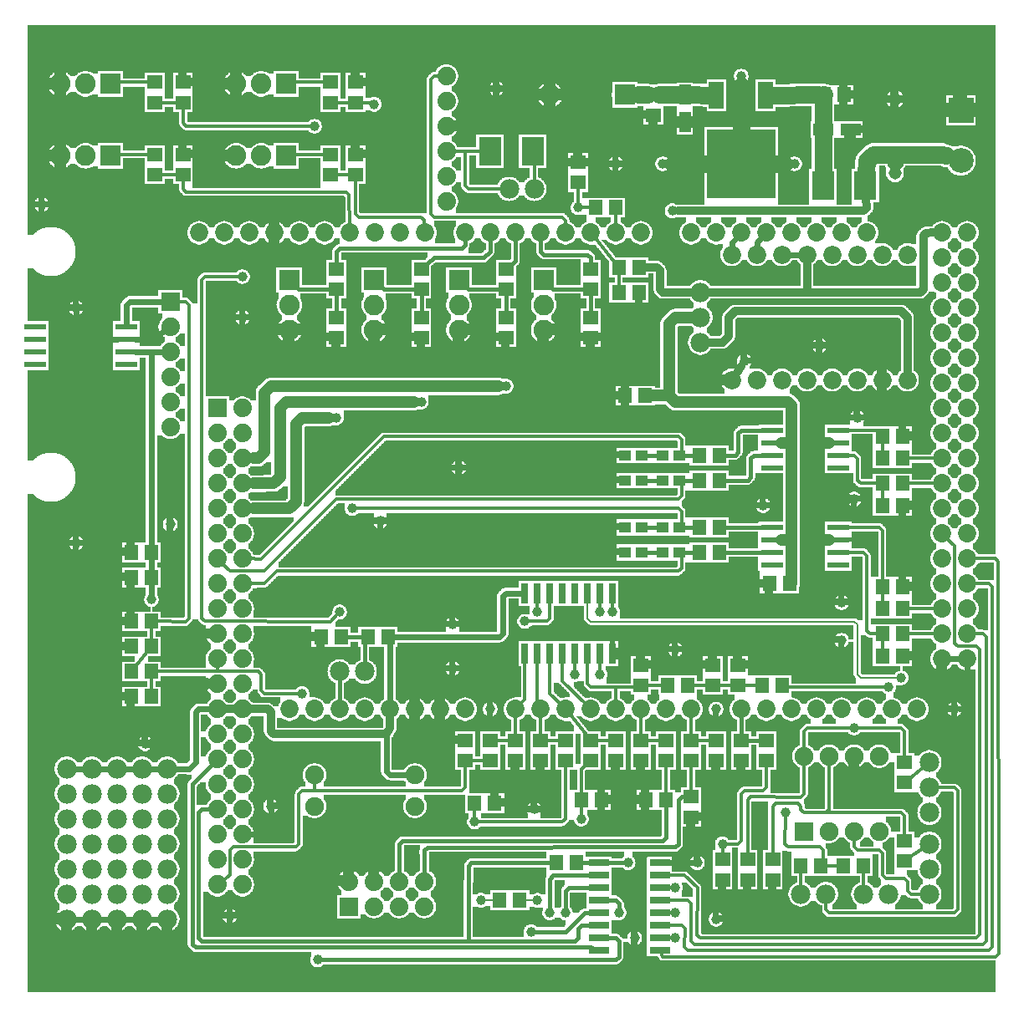
<source format=gtl>
G04 MADE WITH FRITZING*
G04 WWW.FRITZING.ORG*
G04 DOUBLE SIDED*
G04 HOLES PLATED*
G04 CONTOUR ON CENTER OF CONTOUR VECTOR*
%ASAXBY*%
%FSLAX23Y23*%
%MOIN*%
%OFA0B0*%
%SFA1.0B1.0*%
%ADD10C,0.075000*%
%ADD11C,0.074000*%
%ADD12C,0.039370*%
%ADD13C,0.072472*%
%ADD14C,0.072445*%
%ADD15C,0.072417*%
%ADD16C,0.078000*%
%ADD17C,0.072917*%
%ADD18C,0.082000*%
%ADD19C,0.051496*%
%ADD20C,0.099055*%
%ADD21R,0.074000X0.074000*%
%ADD22R,0.055118X0.059055*%
%ADD23R,0.275591X0.275591*%
%ADD24R,0.059055X0.106299*%
%ADD25R,0.047244X0.078740*%
%ADD26R,0.059055X0.055118*%
%ADD27R,0.086614X0.023622*%
%ADD28R,0.090086X0.113708*%
%ADD29R,0.026000X0.080000*%
%ADD30R,0.086900X0.024000*%
%ADD31R,0.047244X0.043307*%
%ADD32R,0.078740X0.047244*%
%ADD33R,0.080000X0.026000*%
%ADD34R,0.075000X0.075000*%
%ADD35R,0.082000X0.082000*%
%ADD36R,0.099055X0.099055*%
%ADD37C,0.024000*%
%ADD38C,0.012000*%
%ADD39C,0.070000*%
%ADD40C,0.016000*%
%ADD41C,0.032000*%
%ADD42C,0.048000*%
%ADD43C,0.008000*%
%ADD44R,0.001000X0.001000*%
%LNCOPPER1*%
G90*
G70*
G54D10*
X3282Y2672D03*
X607Y2171D03*
X1820Y2192D03*
X123Y3822D03*
X1155Y1786D03*
X3430Y2366D03*
X633Y1442D03*
X1174Y1305D03*
X1801Y1383D03*
X3065Y905D03*
X1247Y978D03*
X3323Y864D03*
X1983Y859D03*
X2410Y857D03*
X1582Y907D03*
X1182Y907D03*
X1582Y782D03*
X1182Y782D03*
G54D11*
X1319Y482D03*
X1419Y482D03*
X1519Y482D03*
X1619Y482D03*
X1319Y382D03*
X1419Y382D03*
X1519Y382D03*
X1619Y382D03*
G54D12*
X232Y1832D03*
X2882Y3695D03*
X1282Y1557D03*
X532Y1607D03*
X2457Y257D03*
X2432Y558D03*
X1732Y1507D03*
X232Y2770D03*
X1907Y3645D03*
X3094Y3345D03*
X2607Y3157D03*
X894Y2895D03*
X2244Y732D03*
X2057Y770D03*
X1194Y170D03*
X1844Y408D03*
X2782Y332D03*
X2807Y632D03*
X3519Y1295D03*
X3282Y1445D03*
X1419Y3582D03*
X1332Y1970D03*
X1444Y1920D03*
X1757Y2132D03*
X1007Y782D03*
G54D13*
X2844Y2482D03*
X3544Y2982D03*
X3444Y2982D03*
X3344Y2982D03*
X3244Y2982D03*
X3144Y2982D03*
G54D14*
X3044Y2982D03*
X2944Y2982D03*
G54D13*
X2844Y2982D03*
G54D14*
X3544Y2482D03*
G54D15*
X3444Y2482D03*
G54D14*
X3344Y2482D03*
G54D13*
X3244Y2482D03*
G54D14*
X3144Y2482D03*
G54D15*
X3044Y2482D03*
X2944Y2482D03*
G54D12*
X2707Y557D03*
X2019Y1520D03*
X2232Y3170D03*
X2070Y407D03*
X2569Y3345D03*
X2382Y3345D03*
X607Y1907D03*
G54D11*
X607Y2794D03*
X607Y2694D03*
X607Y2594D03*
X607Y2494D03*
X607Y2394D03*
X607Y2294D03*
G54D12*
X844Y345D03*
X94Y3182D03*
X2394Y357D03*
X2182Y357D03*
X2119Y357D03*
X2044Y282D03*
X2620Y257D03*
X2619Y357D03*
X2619Y457D03*
X1819Y720D03*
X3469Y1257D03*
X894Y2732D03*
X3344Y2332D03*
X3282Y1595D03*
X2319Y1557D03*
X2619Y1407D03*
X1132Y1232D03*
X2219Y1307D03*
X2069Y1557D03*
X2319Y1307D03*
X2369Y1557D03*
X1732Y1332D03*
X3732Y1170D03*
G54D11*
X1707Y3695D03*
X1707Y3595D03*
X1707Y3495D03*
X1707Y3395D03*
X1707Y3295D03*
X1707Y3195D03*
X1707Y3695D03*
X1707Y3595D03*
X1707Y3495D03*
X1707Y3395D03*
X1707Y3295D03*
X1707Y3195D03*
G54D12*
X3057Y757D03*
X1607Y2395D03*
X1944Y2457D03*
X1269Y2332D03*
X1182Y3495D03*
X3332Y1095D03*
X1882Y1170D03*
X507Y1032D03*
X2782Y1170D03*
X3194Y2620D03*
X2969Y1982D03*
X3332Y2007D03*
G54D16*
X594Y332D03*
X494Y332D03*
X394Y332D03*
X294Y332D03*
X194Y332D03*
X594Y932D03*
X494Y932D03*
X394Y932D03*
X294Y932D03*
X194Y932D03*
X194Y732D03*
X294Y732D03*
X394Y732D03*
X494Y732D03*
X494Y432D03*
X494Y532D03*
X194Y432D03*
X194Y532D03*
X294Y432D03*
X294Y532D03*
X394Y432D03*
X394Y532D03*
X594Y432D03*
X594Y532D03*
X194Y832D03*
X294Y832D03*
X394Y832D03*
X494Y832D03*
X494Y632D03*
X594Y632D03*
X1382Y1320D03*
X1282Y1320D03*
X194Y632D03*
X294Y632D03*
X394Y632D03*
X594Y832D03*
X594Y732D03*
G54D12*
X2894Y2557D03*
G54D10*
X3132Y682D03*
X3132Y982D03*
X3232Y682D03*
X3232Y982D03*
X3332Y682D03*
X3332Y982D03*
X3432Y682D03*
X3432Y982D03*
G54D11*
X894Y2370D03*
X894Y2270D03*
X894Y2170D03*
X894Y2070D03*
X894Y1970D03*
X894Y1870D03*
X894Y1770D03*
X894Y1670D03*
X894Y1570D03*
X894Y1470D03*
X894Y1370D03*
X894Y1270D03*
X894Y1170D03*
X894Y1070D03*
X894Y970D03*
X894Y870D03*
X894Y770D03*
X894Y670D03*
X894Y570D03*
X894Y470D03*
X794Y2370D03*
X794Y2270D03*
X794Y2170D03*
X794Y2070D03*
X794Y1970D03*
X794Y1870D03*
X794Y1770D03*
X794Y1670D03*
X794Y1570D03*
X794Y1470D03*
X794Y1370D03*
X794Y1270D03*
X794Y1170D03*
X794Y1070D03*
X794Y970D03*
X794Y870D03*
X794Y770D03*
X794Y670D03*
X794Y570D03*
X794Y470D03*
G54D17*
X2982Y1170D03*
X1382Y1170D03*
X3082Y1170D03*
X3182Y1170D03*
X3282Y1170D03*
X3382Y1170D03*
X3682Y2570D03*
X3482Y1170D03*
X3582Y1170D03*
X1422Y3070D03*
X1982Y1170D03*
X2082Y1170D03*
X2182Y1170D03*
X2282Y1170D03*
X3682Y1770D03*
X2382Y1170D03*
X2482Y1170D03*
X2582Y1170D03*
X2682Y1170D03*
X2182Y3070D03*
X3682Y2970D03*
X3682Y2170D03*
X3682Y1370D03*
X1022Y3070D03*
X1782Y1170D03*
X1782Y3070D03*
X3682Y2770D03*
X3682Y2370D03*
X3682Y1970D03*
X3382Y3070D03*
X3682Y1570D03*
X3282Y3070D03*
X3182Y3070D03*
X3082Y3070D03*
X2982Y3070D03*
X2882Y3070D03*
X2782Y3070D03*
X2682Y3070D03*
X822Y3070D03*
X1222Y3070D03*
X1622Y3070D03*
X1182Y1170D03*
X1582Y1170D03*
X2382Y3070D03*
X1982Y3070D03*
X3682Y3070D03*
X3682Y2870D03*
X3682Y2670D03*
X3682Y2470D03*
X3682Y2270D03*
X3682Y2070D03*
X3682Y1870D03*
X3682Y1670D03*
X3682Y1470D03*
X722Y3070D03*
X922Y3070D03*
X1122Y3070D03*
X1322Y3070D03*
X1522Y3070D03*
X1082Y1170D03*
X1282Y1170D03*
X1482Y1170D03*
X1682Y1170D03*
X2482Y3070D03*
X2282Y3070D03*
X2082Y3070D03*
X1882Y3070D03*
X3782Y3070D03*
X3782Y2970D03*
X3782Y2870D03*
X3782Y2770D03*
X3782Y2670D03*
X3782Y2570D03*
X3782Y2470D03*
X3782Y2370D03*
X3782Y2270D03*
X3782Y2170D03*
X3782Y2070D03*
X3782Y1970D03*
X3782Y1870D03*
X3782Y1770D03*
X3782Y1670D03*
X3782Y1570D03*
X3782Y1470D03*
X3782Y1370D03*
X2882Y1170D03*
G54D18*
X1419Y2882D03*
X1419Y2782D03*
X1419Y2682D03*
X2094Y2882D03*
X2094Y2782D03*
X2094Y2682D03*
X1757Y2882D03*
X1757Y2782D03*
X1757Y2682D03*
X1082Y2882D03*
X1082Y2782D03*
X1082Y2682D03*
G54D16*
X3632Y432D03*
X3632Y532D03*
X3632Y632D03*
X3632Y957D03*
X3632Y857D03*
X3632Y757D03*
X2057Y3245D03*
X1957Y3245D03*
X2719Y2832D03*
X2719Y2732D03*
X2719Y2632D03*
X3119Y432D03*
X3219Y432D03*
X3469Y432D03*
X3369Y432D03*
G54D18*
X2417Y3620D03*
X2119Y3620D03*
G54D19*
X3494Y3307D03*
X3494Y3603D03*
X3494Y3307D03*
X3494Y3603D03*
G54D18*
X369Y3377D03*
X269Y3377D03*
X169Y3377D03*
X1069Y3664D03*
X969Y3664D03*
X869Y3664D03*
X369Y3664D03*
X269Y3664D03*
X169Y3664D03*
X1069Y3377D03*
X969Y3377D03*
X869Y3377D03*
G54D20*
X3757Y3557D03*
X3757Y3357D03*
G54D21*
X1319Y382D03*
G54D22*
X1207Y1457D03*
X1288Y1457D03*
G54D23*
X2882Y3345D03*
G54D24*
X2783Y3618D03*
X2980Y3618D03*
G54D25*
X2657Y3620D03*
X2657Y3510D03*
G54D26*
X2232Y3270D03*
X2232Y3351D03*
G54D22*
X2301Y3170D03*
X2382Y3170D03*
G54D27*
X432Y2595D03*
X69Y2595D03*
X432Y2545D03*
X432Y2645D03*
X432Y2695D03*
X69Y2545D03*
X69Y2645D03*
X69Y2695D03*
G54D28*
X3207Y3257D03*
X3376Y3257D03*
X1882Y3395D03*
X2051Y3395D03*
G54D21*
X607Y2794D03*
G54D29*
X2019Y1390D03*
X2069Y1390D03*
X2119Y1390D03*
X2169Y1390D03*
X2219Y1390D03*
X2269Y1390D03*
X2319Y1390D03*
X2369Y1390D03*
X2369Y1632D03*
X2319Y1632D03*
X2269Y1632D03*
X2219Y1632D03*
X2169Y1632D03*
X2119Y1632D03*
X2069Y1632D03*
X2019Y1632D03*
G54D30*
X3269Y2132D03*
X3269Y2182D03*
X3269Y2232D03*
X3269Y2282D03*
X3004Y2282D03*
X3004Y2232D03*
X3004Y2182D03*
X3004Y2132D03*
X3269Y1745D03*
X3269Y1795D03*
X3269Y1845D03*
X3269Y1895D03*
X3004Y1895D03*
X3004Y1845D03*
X3004Y1795D03*
X3004Y1745D03*
G54D31*
X2569Y1795D03*
X2636Y1795D03*
X2569Y1895D03*
X2636Y1895D03*
X2569Y2082D03*
X2636Y2082D03*
X2569Y2182D03*
X2636Y2182D03*
X2419Y1795D03*
X2486Y1795D03*
X2419Y1895D03*
X2486Y1895D03*
X2419Y2082D03*
X2486Y2082D03*
X2419Y2182D03*
X2486Y2182D03*
G54D32*
X3207Y3482D03*
X3317Y3482D03*
G54D33*
X2557Y207D03*
X2557Y257D03*
X2557Y307D03*
X2557Y357D03*
X2557Y407D03*
X2557Y457D03*
X2557Y507D03*
X2557Y557D03*
X2315Y557D03*
X2315Y507D03*
X2315Y457D03*
X2315Y407D03*
X2315Y357D03*
X2315Y307D03*
X2315Y257D03*
X2315Y207D03*
G54D22*
X2144Y557D03*
X2225Y557D03*
X532Y1220D03*
X451Y1220D03*
X532Y1520D03*
X451Y1520D03*
X2394Y2932D03*
X2475Y2932D03*
X3292Y3620D03*
X3211Y3620D03*
G54D26*
X2532Y3539D03*
X2532Y3620D03*
G54D22*
X532Y1420D03*
X451Y1420D03*
X532Y1320D03*
X451Y1320D03*
X532Y1795D03*
X451Y1795D03*
G54D26*
X1344Y3302D03*
X1344Y3382D03*
X1244Y3589D03*
X1244Y3670D03*
X1344Y3589D03*
X1344Y3670D03*
X1244Y3302D03*
X1244Y3382D03*
X657Y3589D03*
X657Y3670D03*
X544Y3589D03*
X544Y3670D03*
X657Y3302D03*
X657Y3382D03*
X544Y3302D03*
X544Y3382D03*
G54D22*
X3525Y2257D03*
X3444Y2257D03*
X3525Y1982D03*
X3444Y1982D03*
X3525Y2070D03*
X3444Y2070D03*
X3525Y2170D03*
X3444Y2170D03*
X2419Y2420D03*
X2500Y2420D03*
X3525Y1382D03*
X3444Y1382D03*
X3525Y1470D03*
X3444Y1470D03*
X3525Y1570D03*
X3444Y1570D03*
X3525Y1657D03*
X3444Y1657D03*
G54D26*
X1269Y2652D03*
X1269Y2732D03*
X1607Y2652D03*
X1607Y2732D03*
X1944Y2652D03*
X1944Y2732D03*
X2282Y2652D03*
X2282Y2732D03*
X1269Y2926D03*
X1269Y2845D03*
X1607Y2926D03*
X1607Y2845D03*
X1944Y2926D03*
X1944Y2845D03*
X2282Y2926D03*
X2282Y2845D03*
G54D22*
X2714Y2082D03*
X2794Y2082D03*
X2794Y2182D03*
X2714Y2182D03*
X2325Y807D03*
X2244Y807D03*
X532Y1695D03*
X451Y1695D03*
X2994Y1670D03*
X3075Y1670D03*
G54D26*
X2769Y1345D03*
X2769Y1264D03*
X2082Y964D03*
X2082Y1045D03*
G54D22*
X1394Y1457D03*
X1475Y1457D03*
X2475Y2832D03*
X2394Y2832D03*
G54D26*
X1982Y964D03*
X1982Y1045D03*
X1782Y1045D03*
X1782Y964D03*
G54D22*
X3044Y1266D03*
X2964Y1266D03*
G54D26*
X2482Y1264D03*
X2482Y1345D03*
X3532Y877D03*
X3532Y957D03*
G54D22*
X3289Y545D03*
X3369Y545D03*
X3200Y545D03*
X3119Y545D03*
G54D26*
X3532Y564D03*
X3532Y645D03*
X3007Y570D03*
X3007Y489D03*
X2682Y739D03*
X2682Y820D03*
G54D22*
X2501Y807D03*
X2582Y807D03*
G54D34*
X3132Y682D03*
G54D21*
X794Y2370D03*
G54D35*
X1419Y2882D03*
X2094Y2882D03*
X1757Y2882D03*
X1082Y2882D03*
X2418Y3620D03*
X369Y3377D03*
X1069Y3664D03*
X369Y3664D03*
X1069Y3377D03*
G54D36*
X3757Y3557D03*
G54D26*
X2882Y964D03*
X2882Y1045D03*
X2807Y489D03*
X2807Y570D03*
X2907Y489D03*
X2907Y570D03*
G54D22*
X1900Y795D03*
X1819Y795D03*
G54D26*
X1882Y964D03*
X1882Y1045D03*
X2182Y964D03*
X2182Y1045D03*
X2982Y964D03*
X2982Y1045D03*
X2682Y964D03*
X2682Y1045D03*
X2582Y964D03*
X2582Y1045D03*
X2782Y964D03*
X2782Y1045D03*
X2482Y964D03*
X2482Y1045D03*
X2282Y964D03*
X2282Y1045D03*
X2382Y964D03*
X2382Y1045D03*
G54D22*
X2714Y1795D03*
X2794Y1795D03*
X2794Y1895D03*
X2714Y1895D03*
X2669Y1266D03*
X2589Y1266D03*
G54D26*
X2869Y1264D03*
X2869Y1345D03*
G54D22*
X1919Y407D03*
X2000Y407D03*
G54D37*
X1483Y908D02*
X1553Y908D01*
G54D38*
D02*
X1819Y733D02*
X1819Y771D01*
G54D37*
D02*
X1469Y920D02*
X1469Y1070D01*
D02*
X1483Y908D02*
X1469Y920D01*
G54D39*
D02*
X2882Y3488D02*
X2882Y3654D01*
G54D37*
D02*
X469Y2595D02*
X532Y2595D01*
D02*
X432Y2782D02*
X432Y2701D01*
D02*
X445Y2795D02*
X432Y2782D01*
G54D38*
D02*
X1245Y1519D02*
X1272Y1548D01*
D02*
X745Y1520D02*
X1245Y1519D01*
G54D37*
D02*
X576Y2794D02*
X445Y2795D01*
D02*
X232Y2657D02*
X232Y2751D01*
D02*
X245Y2645D02*
X232Y2657D01*
D02*
X394Y2645D02*
X245Y2645D01*
D02*
X532Y2645D02*
X469Y2645D01*
D02*
X581Y2677D02*
X532Y2645D01*
G54D40*
D02*
X1382Y1457D02*
X1382Y1344D01*
D02*
X1394Y1457D02*
X1382Y1457D01*
D02*
X1282Y1194D02*
X1282Y1295D01*
G54D38*
D02*
X2964Y1264D02*
X2964Y1266D01*
D02*
X2669Y1264D02*
X2669Y1266D01*
D02*
X2589Y1264D02*
X2589Y1266D01*
D02*
X3044Y1257D02*
X3044Y1266D01*
D02*
X3456Y1257D02*
X3044Y1257D01*
D02*
X2893Y1264D02*
X2964Y1264D01*
D02*
X2793Y1264D02*
X2845Y1264D01*
D02*
X2745Y1264D02*
X2669Y1264D01*
D02*
X2506Y1264D02*
X2589Y1264D01*
D02*
X2482Y1257D02*
X2382Y1257D01*
D02*
X2482Y1264D02*
X2482Y1257D01*
G54D37*
D02*
X1931Y1620D02*
X1944Y1633D01*
D02*
X1497Y1457D02*
X1920Y1458D01*
D02*
X1932Y1470D02*
X1931Y1620D01*
D02*
X1920Y1458D02*
X1932Y1470D01*
D02*
X1944Y1633D02*
X2012Y1632D01*
D02*
X1482Y1457D02*
X1475Y1457D01*
D02*
X1482Y1200D02*
X1482Y1457D01*
G54D40*
D02*
X1310Y1457D02*
X1372Y1457D01*
G54D37*
D02*
X564Y932D02*
X524Y932D01*
D02*
X464Y932D02*
X424Y932D01*
D02*
X364Y932D02*
X324Y932D01*
D02*
X264Y332D02*
X224Y332D01*
D02*
X364Y332D02*
X324Y332D01*
D02*
X464Y332D02*
X424Y332D01*
D02*
X564Y332D02*
X524Y332D01*
D02*
X264Y932D02*
X224Y932D01*
G54D38*
D02*
X732Y1533D02*
X745Y1520D01*
D02*
X732Y2883D02*
X732Y1533D01*
D02*
X744Y2895D02*
X732Y2883D01*
D02*
X881Y2895D02*
X744Y2895D01*
D02*
X532Y1296D02*
X532Y1244D01*
D02*
X532Y1496D02*
X532Y1444D01*
G54D39*
D02*
X3025Y3345D02*
X3053Y3345D01*
D02*
X2738Y3345D02*
X2611Y3345D01*
D02*
X2675Y3620D02*
X2759Y3619D01*
D02*
X2556Y3620D02*
X2639Y3620D01*
D02*
X2472Y3620D02*
X2508Y3620D01*
G54D41*
D02*
X3382Y3169D02*
X3380Y3208D01*
D02*
X3370Y3157D02*
X3382Y3169D01*
D02*
X2631Y3157D02*
X3370Y3157D01*
G54D39*
D02*
X3207Y3464D02*
X3207Y3307D01*
G54D41*
D02*
X3607Y3058D02*
X3620Y3069D01*
D02*
X3607Y2845D02*
X3607Y3058D01*
D02*
X3620Y3069D02*
X3646Y3070D01*
D02*
X3595Y2833D02*
X3607Y2845D01*
D02*
X3144Y2832D02*
X3595Y2833D01*
G54D37*
D02*
X576Y2595D02*
X532Y2595D01*
G54D39*
D02*
X3004Y3619D02*
X3189Y3620D01*
G54D40*
D02*
X2816Y1795D02*
X2966Y1795D01*
G54D38*
D02*
X813Y1752D02*
X845Y1720D01*
D02*
X845Y1720D02*
X982Y1720D01*
D02*
X982Y1720D02*
X1269Y2007D01*
G54D37*
D02*
X1006Y683D02*
X1007Y763D01*
D02*
X994Y670D02*
X1006Y683D01*
D02*
X925Y670D02*
X994Y670D01*
G54D38*
D02*
X1345Y1970D02*
X2631Y1970D01*
D02*
X1307Y3232D02*
X769Y3232D01*
D02*
X1320Y3220D02*
X1307Y3232D01*
D02*
X1322Y3094D02*
X1320Y3220D01*
G54D42*
D02*
X644Y1032D02*
X537Y1032D01*
D02*
X657Y1258D02*
X657Y1045D01*
D02*
X657Y1045D02*
X644Y1032D01*
D02*
X669Y1270D02*
X657Y1258D01*
D02*
X752Y1270D02*
X669Y1270D01*
G54D37*
D02*
X532Y1771D02*
X532Y1719D01*
D02*
X3207Y3620D02*
X3211Y3620D01*
G54D39*
D02*
X3382Y3357D02*
X3407Y3382D01*
D02*
X3407Y3382D02*
X3495Y3382D01*
D02*
X3379Y3307D02*
X3382Y3357D01*
G54D37*
D02*
X3769Y1170D02*
X3782Y1182D01*
D02*
X3782Y1182D02*
X3782Y1340D01*
D02*
X3751Y1170D02*
X3769Y1170D01*
D02*
X3752Y1370D02*
X3712Y1370D01*
D02*
X2591Y557D02*
X2688Y557D01*
G54D38*
D02*
X2232Y3183D02*
X2232Y3248D01*
D02*
X2107Y1520D02*
X2119Y1533D01*
D02*
X2119Y1533D02*
X2119Y1598D01*
D02*
X2033Y1520D02*
X2107Y1520D01*
D02*
X1645Y3682D02*
X1657Y3695D01*
D02*
X1657Y3695D02*
X1681Y3695D01*
D02*
X1645Y3144D02*
X1645Y3682D01*
D02*
X1657Y3132D02*
X1645Y3144D01*
D02*
X2169Y3132D02*
X1657Y3132D01*
D02*
X2181Y3119D02*
X2169Y3132D01*
D02*
X2182Y3094D02*
X2181Y3119D01*
D02*
X2279Y3170D02*
X2245Y3170D01*
D02*
X2382Y3146D02*
X2382Y3094D01*
G54D43*
D02*
X2269Y1532D02*
X2269Y1598D01*
D02*
X2282Y1519D02*
X2269Y1532D01*
D02*
X3345Y1507D02*
X3332Y1519D01*
D02*
X3345Y1308D02*
X3345Y1507D01*
D02*
X3357Y1294D02*
X3345Y1308D01*
D02*
X3332Y1519D02*
X2282Y1519D01*
D02*
X3506Y1295D02*
X3357Y1294D01*
G54D38*
D02*
X2319Y1598D02*
X2319Y1571D01*
D02*
X554Y1320D02*
X794Y1320D01*
G54D43*
D02*
X2056Y407D02*
X2022Y407D01*
G54D40*
D02*
X2619Y620D02*
X2632Y632D01*
D02*
X2582Y657D02*
X2582Y783D01*
D02*
X2569Y645D02*
X2582Y657D01*
D02*
X2644Y820D02*
X2658Y820D01*
D02*
X2632Y807D02*
X2644Y820D01*
D02*
X2632Y632D02*
X2632Y807D01*
D02*
X1632Y619D02*
X2619Y620D01*
D02*
X1619Y607D02*
X1632Y619D01*
D02*
X1619Y508D02*
X1619Y607D01*
D02*
X1532Y645D02*
X2569Y645D01*
D02*
X1520Y633D02*
X1532Y645D01*
D02*
X1519Y508D02*
X1520Y633D01*
G54D43*
D02*
X1897Y407D02*
X1858Y408D01*
G54D39*
D02*
X3207Y3620D02*
X3211Y3620D01*
D02*
X3207Y3500D02*
X3207Y3620D01*
G54D38*
D02*
X2057Y3395D02*
X2051Y3395D01*
D02*
X2057Y3269D02*
X2057Y3395D01*
D02*
X1844Y3395D02*
X1782Y3395D01*
D02*
X1782Y3395D02*
X1732Y3395D01*
D02*
X1781Y3257D02*
X1782Y3395D01*
D02*
X1795Y3245D02*
X1781Y3257D01*
D02*
X1932Y3245D02*
X1795Y3245D01*
G54D41*
D02*
X831Y1170D02*
X858Y1170D01*
G54D40*
D02*
X2119Y490D02*
X2132Y507D01*
D02*
X2132Y507D02*
X2280Y507D01*
D02*
X2119Y371D02*
X2119Y490D01*
D02*
X2181Y445D02*
X2194Y458D01*
D02*
X2194Y458D02*
X2280Y457D01*
D02*
X2182Y371D02*
X2181Y445D01*
D02*
X2395Y395D02*
X2382Y408D01*
D02*
X2382Y408D02*
X2349Y408D01*
D02*
X2395Y371D02*
X2395Y395D01*
D02*
X2382Y257D02*
X2349Y257D01*
D02*
X2394Y245D02*
X2382Y257D01*
D02*
X2394Y182D02*
X2394Y245D01*
D02*
X2382Y170D02*
X2394Y182D01*
D02*
X1208Y170D02*
X2382Y170D01*
D02*
X2882Y1067D02*
X2882Y1145D01*
D02*
X2906Y1045D02*
X2958Y1045D01*
D02*
X1795Y544D02*
X1795Y245D01*
D02*
X1806Y557D02*
X1795Y544D01*
D02*
X2122Y557D02*
X1806Y557D01*
D02*
X2247Y557D02*
X2280Y557D01*
G54D38*
D02*
X3819Y257D02*
X3831Y270D01*
D02*
X2706Y269D02*
X2720Y257D01*
D02*
X2707Y457D02*
X2706Y269D01*
D02*
X2720Y257D02*
X3819Y257D01*
D02*
X2656Y507D02*
X2707Y457D01*
D02*
X2591Y507D02*
X2656Y507D01*
D02*
X3745Y1420D02*
X3732Y1432D01*
D02*
X3831Y270D02*
X3831Y1407D01*
D02*
X3831Y1407D02*
X3819Y1420D01*
D02*
X3819Y1420D02*
X3745Y1420D01*
D02*
X3732Y1820D02*
X3699Y1852D01*
D02*
X3732Y1432D02*
X3732Y1820D01*
D02*
X2591Y257D02*
X2607Y257D01*
D02*
X2591Y357D02*
X2606Y357D01*
D02*
X2591Y457D02*
X2606Y457D01*
G54D40*
D02*
X1157Y220D02*
X707Y220D01*
D02*
X2282Y220D02*
X1157Y220D01*
D02*
X2296Y215D02*
X2282Y220D01*
D02*
X694Y233D02*
X694Y870D01*
D02*
X707Y220D02*
X694Y233D01*
D02*
X694Y870D02*
X776Y952D01*
G54D38*
D02*
X2682Y395D02*
X2682Y245D01*
D02*
X2695Y232D02*
X3844Y232D01*
D02*
X2682Y245D02*
X2695Y232D01*
D02*
X2670Y407D02*
X2682Y395D01*
D02*
X2591Y407D02*
X2670Y407D01*
D02*
X3844Y232D02*
X3857Y245D01*
D02*
X3857Y245D02*
X3857Y1458D01*
D02*
X3857Y1458D02*
X3845Y1470D01*
D02*
X3845Y1470D02*
X3807Y1470D01*
D02*
X1782Y857D02*
X1769Y845D01*
D02*
X1769Y845D02*
X1182Y845D01*
D02*
X1782Y942D02*
X1782Y857D01*
D02*
X2682Y842D02*
X2682Y942D01*
D02*
X2582Y831D02*
X2582Y942D01*
G54D42*
D02*
X3182Y2008D02*
X3182Y2220D01*
D02*
X3182Y1857D02*
X3182Y2008D01*
D02*
X3194Y2233D02*
X3231Y2232D01*
D02*
X3182Y2220D02*
X3194Y2233D01*
D02*
X3194Y1845D02*
X3182Y1857D01*
D02*
X3231Y1845D02*
X3194Y1845D01*
D02*
X2522Y2420D02*
X2594Y2420D01*
D02*
X3182Y2008D02*
X3302Y2007D01*
G54D38*
D02*
X3419Y2283D02*
X3307Y2282D01*
D02*
X3422Y2279D02*
X3419Y2283D01*
D02*
X3444Y1882D02*
X3432Y1896D01*
D02*
X3432Y1896D02*
X3307Y1895D01*
D02*
X3444Y1681D02*
X3444Y1882D01*
D02*
X3520Y757D02*
X3220Y757D01*
D02*
X3532Y745D02*
X3520Y757D01*
D02*
X3612Y618D02*
X3556Y580D01*
D02*
X3532Y667D02*
X3532Y745D01*
D02*
X3731Y357D02*
X3744Y370D01*
D02*
X3219Y370D02*
X3232Y357D01*
D02*
X3731Y857D02*
X3656Y857D01*
D02*
X3232Y357D02*
X3731Y357D01*
D02*
X3744Y845D02*
X3731Y857D01*
D02*
X3744Y370D02*
X3744Y845D01*
D02*
X3219Y408D02*
X3219Y370D01*
D02*
X2182Y732D02*
X2170Y720D01*
D02*
X2170Y720D02*
X1833Y720D01*
D02*
X2182Y942D02*
X2182Y732D01*
G54D40*
D02*
X2257Y357D02*
X2182Y282D01*
D02*
X2182Y282D02*
X2058Y282D01*
D02*
X2280Y357D02*
X2257Y357D01*
D02*
X2418Y558D02*
X2349Y557D01*
D02*
X2233Y295D02*
X2232Y257D01*
D02*
X2232Y257D02*
X2219Y245D01*
D02*
X2244Y308D02*
X2233Y295D01*
D02*
X2219Y245D02*
X1795Y245D01*
D02*
X2280Y308D02*
X2244Y308D01*
D02*
X1182Y245D02*
X732Y245D01*
D02*
X1795Y245D02*
X1182Y245D01*
D02*
X720Y757D02*
X732Y770D01*
D02*
X732Y770D02*
X769Y770D01*
D02*
X719Y258D02*
X720Y757D01*
D02*
X732Y245D02*
X719Y258D01*
G54D38*
D02*
X3344Y2169D02*
X3331Y2182D01*
D02*
X3344Y2082D02*
X3344Y2169D01*
D02*
X3357Y2070D02*
X3344Y2082D01*
D02*
X3331Y2182D02*
X3307Y2182D01*
D02*
X3422Y2070D02*
X3357Y2070D01*
G54D40*
D02*
X2919Y2170D02*
X2932Y2182D01*
D02*
X2932Y2182D02*
X2966Y2182D01*
D02*
X2919Y2094D02*
X2919Y2170D01*
D02*
X2907Y2082D02*
X2919Y2094D01*
D02*
X2816Y2082D02*
X2907Y2082D01*
G54D38*
D02*
X2644Y1895D02*
X2636Y1895D01*
D02*
X2644Y1957D02*
X2644Y1895D01*
D02*
X2631Y1970D02*
X2644Y1957D01*
D02*
X920Y1670D02*
X982Y1670D01*
D02*
X1032Y1720D02*
X2631Y1720D01*
D02*
X2631Y1720D02*
X2644Y1733D01*
D02*
X982Y1670D02*
X1032Y1720D01*
D02*
X2644Y1795D02*
X2636Y1795D01*
D02*
X2644Y1733D02*
X2644Y1795D01*
D02*
X1118Y1232D02*
X981Y1232D01*
D02*
X3381Y1782D02*
X3370Y1795D01*
D02*
X3381Y1482D02*
X3381Y1782D01*
D02*
X3394Y1470D02*
X3381Y1482D01*
D02*
X3370Y1795D02*
X3307Y1795D01*
D02*
X3422Y1470D02*
X3394Y1470D01*
D02*
X970Y1307D02*
X957Y1320D01*
D02*
X957Y1320D02*
X794Y1320D01*
D02*
X970Y1244D02*
X970Y1307D01*
D02*
X981Y1232D02*
X970Y1244D01*
D02*
X794Y1344D02*
X794Y1320D01*
D02*
X2170Y1283D02*
X2264Y1187D01*
D02*
X2169Y1356D02*
X2170Y1283D01*
D02*
X2219Y1321D02*
X2219Y1356D01*
D02*
X2319Y1321D02*
X2319Y1356D01*
D02*
X2069Y1598D02*
X2069Y1571D01*
D02*
X2369Y1598D02*
X2369Y1571D01*
G54D41*
D02*
X2497Y2932D02*
X2544Y2933D01*
G54D39*
D02*
X3682Y3382D02*
X3697Y3377D01*
D02*
X3495Y3382D02*
X3682Y3382D01*
G54D38*
D02*
X2375Y2956D02*
X2297Y3051D01*
D02*
X2394Y2908D02*
X2394Y2856D01*
G54D42*
D02*
X2594Y2707D02*
X2620Y2733D01*
D02*
X2594Y2420D02*
X2594Y2707D01*
G54D41*
D02*
X2684Y2832D02*
X2570Y2832D01*
D02*
X2570Y2832D02*
X2557Y2845D01*
G54D42*
D02*
X2620Y2733D02*
X2678Y2732D01*
D02*
X3081Y2232D02*
X3042Y2232D01*
G54D40*
D02*
X2966Y1895D02*
X2816Y1895D01*
D02*
X2869Y2195D02*
X2857Y2183D01*
D02*
X2869Y2270D02*
X2869Y2195D01*
D02*
X2882Y2283D02*
X2869Y2270D01*
D02*
X2857Y2183D02*
X2816Y2182D01*
D02*
X2966Y2282D02*
X2882Y2283D01*
G54D38*
D02*
X2482Y1067D02*
X2482Y1145D01*
D02*
X2982Y942D02*
X2982Y857D01*
D02*
X2870Y633D02*
X2820Y632D01*
D02*
X2882Y644D02*
X2870Y633D01*
D02*
X2882Y833D02*
X2882Y644D01*
D02*
X2894Y845D02*
X2882Y833D01*
D02*
X2969Y845D02*
X2894Y845D01*
D02*
X2982Y857D02*
X2969Y845D01*
D02*
X2264Y1067D02*
X2197Y1151D01*
D02*
X1982Y1067D02*
X1982Y1145D01*
D02*
X2506Y1045D02*
X2558Y1045D01*
D02*
X2706Y1045D02*
X2758Y1045D01*
D02*
X2682Y1067D02*
X2682Y1145D01*
G54D37*
D02*
X532Y1819D02*
X532Y2595D01*
D02*
X532Y1626D02*
X532Y1671D01*
G54D41*
D02*
X2557Y2920D02*
X2544Y2933D01*
D02*
X2557Y2845D02*
X2557Y2920D01*
G54D37*
D02*
X707Y957D02*
X707Y1157D01*
D02*
X707Y1157D02*
X719Y1170D01*
D02*
X682Y932D02*
X707Y957D01*
D02*
X624Y932D02*
X682Y932D01*
G54D38*
D02*
X1069Y3382D02*
X1220Y3382D01*
D02*
X1069Y3403D02*
X1069Y3382D01*
D02*
X2269Y1270D02*
X2269Y1356D01*
D02*
X2282Y1258D02*
X2269Y1270D01*
D02*
X2382Y1257D02*
X2282Y1258D01*
G54D42*
D02*
X3081Y1670D02*
X3081Y1845D01*
D02*
X3075Y1670D02*
X3081Y1670D01*
G54D40*
D02*
X2504Y2082D02*
X2551Y2082D01*
D02*
X2654Y2082D02*
X2692Y2082D01*
D02*
X2504Y2182D02*
X2551Y2182D01*
D02*
X2654Y2182D02*
X2692Y2182D01*
G54D38*
D02*
X2382Y1257D02*
X2382Y1194D01*
G54D40*
D02*
X2504Y1895D02*
X2551Y1895D01*
D02*
X2692Y1895D02*
X2654Y1895D01*
D02*
X2692Y1795D02*
X2654Y1795D01*
D02*
X2504Y1795D02*
X2551Y1795D01*
G54D42*
D02*
X2594Y2420D02*
X2620Y2394D01*
G54D38*
D02*
X1958Y1045D02*
X1906Y1045D01*
D02*
X1806Y964D02*
X1858Y964D01*
D02*
X2106Y1045D02*
X2158Y1045D01*
D02*
X2082Y1145D02*
X2082Y1067D01*
D02*
X857Y620D02*
X844Y607D01*
D02*
X844Y507D02*
X815Y485D01*
D02*
X844Y607D02*
X844Y507D01*
D02*
X1107Y620D02*
X857Y620D01*
D02*
X1119Y632D02*
X1107Y620D01*
D02*
X1119Y832D02*
X1119Y632D01*
D02*
X1131Y845D02*
X1119Y832D01*
D02*
X1182Y845D02*
X1131Y845D01*
D02*
X1182Y884D02*
X1182Y845D01*
D02*
X2306Y1045D02*
X2358Y1045D01*
D02*
X2245Y932D02*
X2258Y943D01*
D02*
X2244Y831D02*
X2245Y932D01*
D02*
X2244Y746D02*
X2244Y783D01*
D02*
X2019Y1207D02*
X2019Y1356D01*
D02*
X1999Y1187D02*
X2019Y1207D01*
D02*
X2070Y1195D02*
X2071Y1192D01*
D02*
X2069Y1356D02*
X2070Y1195D01*
G54D41*
D02*
X2864Y2512D02*
X2881Y2537D01*
G54D38*
D02*
X2119Y1232D02*
X2164Y1187D01*
D02*
X2119Y1356D02*
X2119Y1232D01*
D02*
X3519Y1095D02*
X3345Y1095D01*
D02*
X3532Y1082D02*
X3519Y1095D01*
D02*
X3532Y979D02*
X3532Y1082D01*
D02*
X3145Y1095D02*
X3318Y1095D01*
D02*
X3132Y1082D02*
X3145Y1095D01*
D02*
X3132Y1005D02*
X3132Y1082D01*
D02*
X3545Y445D02*
X3557Y432D01*
D02*
X3545Y483D02*
X3545Y445D01*
D02*
X3557Y432D02*
X3607Y432D01*
D02*
X3532Y495D02*
X3545Y483D01*
D02*
X3445Y595D02*
X3445Y507D01*
D02*
X3445Y507D02*
X3457Y495D01*
D02*
X3432Y607D02*
X3445Y595D01*
D02*
X3457Y495D02*
X3532Y495D01*
D02*
X3345Y607D02*
X3432Y607D01*
D02*
X3332Y620D02*
X3345Y607D01*
D02*
X3332Y659D02*
X3332Y620D01*
D02*
X3132Y833D02*
X3132Y959D01*
D02*
X3119Y819D02*
X3132Y833D01*
D02*
X2920Y820D02*
X3119Y819D01*
D02*
X2907Y592D02*
X2907Y807D01*
D02*
X2907Y807D02*
X2920Y820D01*
D02*
X3556Y896D02*
X3613Y942D01*
D02*
X3444Y1633D02*
X3444Y1594D01*
D02*
X3444Y2233D02*
X3444Y2194D01*
G54D42*
D02*
X3081Y1845D02*
X3081Y2232D01*
D02*
X3042Y1845D02*
X3081Y1845D01*
D02*
X3069Y2395D02*
X3081Y2383D01*
D02*
X3081Y2383D02*
X3081Y2232D01*
D02*
X2745Y2395D02*
X3069Y2395D01*
D02*
X2620Y2394D02*
X2745Y2395D01*
G54D39*
D02*
X3495Y3382D02*
X3495Y3356D01*
G54D37*
D02*
X2845Y3032D02*
X2861Y3048D01*
D02*
X2944Y3032D02*
X2960Y3049D01*
D02*
X2845Y3012D02*
X2845Y3032D01*
D02*
X2944Y3012D02*
X2944Y3032D01*
G54D38*
D02*
X3007Y783D02*
X3019Y795D01*
D02*
X3007Y592D02*
X3007Y783D01*
D02*
X3232Y833D02*
X3232Y959D01*
D02*
X3232Y769D02*
X3232Y833D01*
D02*
X3220Y757D02*
X3232Y769D01*
D02*
X3119Y769D02*
X3132Y757D01*
D02*
X3119Y783D02*
X3119Y769D01*
D02*
X3132Y757D02*
X3220Y757D01*
D02*
X3107Y795D02*
X3119Y783D01*
D02*
X3019Y795D02*
X3107Y795D01*
G54D41*
D02*
X1483Y1094D02*
X1469Y1070D01*
D02*
X1482Y1134D02*
X1483Y1094D01*
G54D38*
D02*
X3444Y1446D02*
X3444Y1406D01*
D02*
X3444Y2046D02*
X3444Y2006D01*
D02*
X1069Y3670D02*
X1220Y3670D01*
D02*
X1069Y3691D02*
X1069Y3670D01*
G54D40*
D02*
X2282Y2754D02*
X2282Y2823D01*
D02*
X1944Y2823D02*
X1944Y2754D01*
D02*
X1794Y2845D02*
X1920Y2845D01*
D02*
X1775Y2863D02*
X1794Y2845D01*
D02*
X2132Y2845D02*
X2258Y2845D01*
D02*
X2113Y2864D02*
X2132Y2845D01*
D02*
X2095Y2983D02*
X2269Y2983D01*
D02*
X2269Y2983D02*
X2282Y2970D01*
D02*
X2282Y2970D02*
X2282Y2948D01*
D02*
X2082Y2995D02*
X2095Y2983D01*
D02*
X2082Y3045D02*
X2082Y2995D01*
D02*
X1457Y2845D02*
X1438Y2864D01*
D02*
X1583Y2845D02*
X1457Y2845D01*
D02*
X1607Y2823D02*
X1607Y2754D01*
D02*
X1119Y2845D02*
X1101Y2863D01*
D02*
X1245Y2845D02*
X1119Y2845D01*
D02*
X1269Y2754D02*
X1269Y2823D01*
G54D42*
D02*
X1070Y2395D02*
X1577Y2395D01*
D02*
X1044Y2370D02*
X1070Y2395D01*
D02*
X1044Y2094D02*
X1044Y2370D01*
D02*
X1019Y2070D02*
X1044Y2094D01*
D02*
X937Y2070D02*
X1019Y2070D01*
G54D40*
D02*
X1781Y3021D02*
X1782Y3045D01*
D02*
X1769Y3008D02*
X1781Y3021D01*
D02*
X1270Y2995D02*
X1282Y3008D01*
D02*
X1282Y3008D02*
X1769Y3008D01*
D02*
X1270Y2948D02*
X1270Y2995D01*
D02*
X1856Y2970D02*
X1882Y2995D01*
D02*
X1657Y2970D02*
X1856Y2970D01*
D02*
X1882Y2995D02*
X1882Y3045D01*
D02*
X1631Y2947D02*
X1657Y2970D01*
D02*
X1982Y2958D02*
X1968Y2946D01*
D02*
X1982Y3045D02*
X1982Y2958D01*
G54D42*
D02*
X981Y2195D02*
X957Y2170D01*
D02*
X981Y2433D02*
X981Y2195D01*
D02*
X957Y2170D02*
X937Y2170D01*
D02*
X1007Y2457D02*
X981Y2433D01*
D02*
X1131Y2332D02*
X1107Y2307D01*
D02*
X1107Y1995D02*
X1082Y1970D01*
D02*
X1107Y2307D02*
X1107Y1995D01*
D02*
X1082Y1970D02*
X937Y1970D01*
D02*
X1239Y2332D02*
X1131Y2332D01*
D02*
X1914Y2457D02*
X1007Y2457D01*
G54D41*
D02*
X2832Y2733D02*
X2857Y2758D01*
D02*
X2832Y2657D02*
X2832Y2733D01*
D02*
X2807Y2632D02*
X2832Y2657D01*
D02*
X2857Y2758D02*
X3520Y2758D01*
D02*
X2755Y2632D02*
X2807Y2632D01*
D02*
X3144Y2832D02*
X2755Y2832D01*
D02*
X3144Y2947D02*
X3144Y2832D01*
D02*
X3545Y2733D02*
X3544Y2518D01*
D02*
X3520Y2758D02*
X3545Y2733D01*
G54D38*
D02*
X513Y1396D02*
X471Y1344D01*
D02*
X682Y1832D02*
X682Y1533D01*
D02*
X669Y1519D02*
X554Y1520D01*
D02*
X682Y1533D02*
X669Y1519D01*
D02*
X682Y2782D02*
X682Y1832D01*
D02*
X633Y2795D02*
X669Y2795D01*
D02*
X669Y2795D02*
X682Y2782D01*
D02*
X1168Y3495D02*
X670Y3495D01*
D02*
X657Y3508D02*
X657Y3567D01*
D02*
X670Y3495D02*
X657Y3508D01*
D02*
X369Y3670D02*
X369Y3691D01*
D02*
X520Y3670D02*
X369Y3670D01*
D02*
X568Y3589D02*
X633Y3589D01*
D02*
X657Y3245D02*
X657Y3280D01*
D02*
X670Y3232D02*
X657Y3245D01*
D02*
X769Y3232D02*
X670Y3232D01*
D02*
X369Y3382D02*
X369Y3403D01*
D02*
X520Y3382D02*
X369Y3382D01*
D02*
X633Y3302D02*
X568Y3302D01*
D02*
X1419Y3589D02*
X1419Y3596D01*
D02*
X1368Y3589D02*
X1419Y3589D01*
D02*
X1320Y3589D02*
X1268Y3589D01*
D02*
X1619Y3120D02*
X1620Y3094D01*
D02*
X1606Y3133D02*
X1619Y3120D01*
D02*
X1357Y3133D02*
X1606Y3133D01*
D02*
X1344Y3145D02*
X1357Y3133D01*
D02*
X1344Y3280D02*
X1344Y3145D01*
D02*
X1268Y3302D02*
X1320Y3302D01*
G54D37*
D02*
X3114Y2982D02*
X3074Y2982D01*
G54D38*
D02*
X3369Y521D02*
X3369Y457D01*
D02*
X3267Y545D02*
X3222Y545D01*
D02*
X2631Y2007D02*
X2644Y2020D01*
D02*
X2644Y2082D02*
X2636Y2082D01*
D02*
X2644Y2020D02*
X2644Y2082D01*
D02*
X1269Y2007D02*
X2631Y2007D01*
D02*
X3657Y2070D02*
X3547Y2070D01*
D02*
X3547Y2170D02*
X3657Y2170D01*
D02*
X3869Y207D02*
X3882Y220D01*
D02*
X3882Y1658D02*
X3869Y1670D01*
D02*
X2644Y307D02*
X2657Y295D01*
D02*
X2670Y207D02*
X3869Y207D01*
D02*
X2656Y220D02*
X2670Y207D01*
D02*
X2657Y295D02*
X2656Y220D01*
D02*
X2591Y307D02*
X2644Y307D01*
D02*
X3882Y220D02*
X3882Y1658D01*
D02*
X3869Y1670D02*
X3807Y1670D01*
D02*
X2807Y592D02*
X2807Y619D01*
D02*
X3894Y182D02*
X3907Y195D01*
D02*
X3906Y1757D02*
X3895Y1770D01*
D02*
X2569Y183D02*
X3894Y182D01*
D02*
X2561Y200D02*
X2569Y183D01*
D02*
X3907Y195D02*
X3906Y1757D01*
D02*
X3895Y1770D02*
X3807Y1770D01*
G54D37*
D02*
X719Y1170D02*
X763Y1170D01*
G54D38*
D02*
X3657Y1570D02*
X3547Y1570D01*
D02*
X3657Y1470D02*
X3547Y1470D01*
D02*
X1457Y2257D02*
X2631Y2258D01*
D02*
X2644Y2182D02*
X2636Y2182D01*
D02*
X2644Y2245D02*
X2644Y2182D01*
D02*
X2631Y2258D02*
X2644Y2245D01*
D02*
X970Y1769D02*
X1457Y2257D01*
D02*
X920Y1770D02*
X970Y1769D01*
G54D41*
D02*
X1007Y1157D02*
X994Y1170D01*
D02*
X1007Y1082D02*
X1007Y1157D01*
D02*
X994Y1170D02*
X931Y1170D01*
D02*
X1019Y1070D02*
X1007Y1082D01*
D02*
X1469Y1070D02*
X1019Y1070D01*
G54D38*
D02*
X3119Y457D02*
X3119Y521D01*
D02*
X3056Y632D02*
X3057Y744D01*
D02*
X3070Y620D02*
X3056Y632D01*
D02*
X3207Y607D02*
X3195Y620D01*
D02*
X3207Y545D02*
X3207Y607D01*
D02*
X3195Y620D02*
X3070Y620D01*
D02*
X3200Y545D02*
X3207Y545D01*
G36*
X1746Y3371D02*
X1746Y3367D01*
X1744Y3367D01*
X1744Y3365D01*
X1742Y3365D01*
X1742Y3363D01*
X1740Y3363D01*
X1740Y3361D01*
X1738Y3361D01*
X1738Y3359D01*
X1736Y3359D01*
X1736Y3357D01*
X1734Y3357D01*
X1734Y3355D01*
X1730Y3355D01*
X1730Y3335D01*
X1732Y3335D01*
X1732Y3333D01*
X1736Y3333D01*
X1736Y3331D01*
X1738Y3331D01*
X1738Y3329D01*
X1740Y3329D01*
X1740Y3327D01*
X1742Y3327D01*
X1742Y3325D01*
X1744Y3325D01*
X1744Y3323D01*
X1746Y3323D01*
X1746Y3319D01*
X1766Y3319D01*
X1766Y3371D01*
X1746Y3371D01*
G37*
D02*
G36*
X2302Y3131D02*
X2302Y3111D01*
X2304Y3111D01*
X2304Y3109D01*
X2308Y3109D01*
X2308Y3107D01*
X2310Y3107D01*
X2310Y3105D01*
X2314Y3105D01*
X2314Y3103D01*
X2316Y3103D01*
X2316Y3099D01*
X2318Y3099D01*
X2318Y3097D01*
X2320Y3097D01*
X2320Y3095D01*
X2322Y3095D01*
X2322Y3091D01*
X2342Y3091D01*
X2342Y3095D01*
X2344Y3095D01*
X2344Y3097D01*
X2346Y3097D01*
X2346Y3101D01*
X2348Y3101D01*
X2348Y3103D01*
X2350Y3103D01*
X2350Y3105D01*
X2354Y3105D01*
X2354Y3107D01*
X2356Y3107D01*
X2356Y3109D01*
X2360Y3109D01*
X2360Y3111D01*
X2362Y3111D01*
X2362Y3131D01*
X2302Y3131D01*
G37*
D02*
G36*
X2702Y3131D02*
X2702Y3111D01*
X2704Y3111D01*
X2704Y3109D01*
X2708Y3109D01*
X2708Y3107D01*
X2710Y3107D01*
X2710Y3105D01*
X2714Y3105D01*
X2714Y3103D01*
X2716Y3103D01*
X2716Y3099D01*
X2718Y3099D01*
X2718Y3097D01*
X2720Y3097D01*
X2720Y3095D01*
X2722Y3095D01*
X2722Y3091D01*
X2742Y3091D01*
X2742Y3095D01*
X2744Y3095D01*
X2744Y3097D01*
X2746Y3097D01*
X2746Y3101D01*
X2748Y3101D01*
X2748Y3103D01*
X2750Y3103D01*
X2750Y3105D01*
X2754Y3105D01*
X2754Y3107D01*
X2756Y3107D01*
X2756Y3109D01*
X2760Y3109D01*
X2760Y3111D01*
X2762Y3111D01*
X2762Y3131D01*
X2702Y3131D01*
G37*
D02*
G36*
X2802Y3131D02*
X2802Y3111D01*
X2804Y3111D01*
X2804Y3109D01*
X2808Y3109D01*
X2808Y3107D01*
X2810Y3107D01*
X2810Y3105D01*
X2814Y3105D01*
X2814Y3103D01*
X2816Y3103D01*
X2816Y3099D01*
X2818Y3099D01*
X2818Y3097D01*
X2820Y3097D01*
X2820Y3095D01*
X2822Y3095D01*
X2822Y3091D01*
X2842Y3091D01*
X2842Y3095D01*
X2844Y3095D01*
X2844Y3097D01*
X2846Y3097D01*
X2846Y3101D01*
X2848Y3101D01*
X2848Y3103D01*
X2850Y3103D01*
X2850Y3105D01*
X2854Y3105D01*
X2854Y3107D01*
X2856Y3107D01*
X2856Y3109D01*
X2860Y3109D01*
X2860Y3111D01*
X2862Y3111D01*
X2862Y3131D01*
X2802Y3131D01*
G37*
D02*
G36*
X2902Y3131D02*
X2902Y3111D01*
X2904Y3111D01*
X2904Y3109D01*
X2908Y3109D01*
X2908Y3107D01*
X2910Y3107D01*
X2910Y3105D01*
X2914Y3105D01*
X2914Y3103D01*
X2916Y3103D01*
X2916Y3099D01*
X2918Y3099D01*
X2918Y3097D01*
X2920Y3097D01*
X2920Y3095D01*
X2922Y3095D01*
X2922Y3091D01*
X2942Y3091D01*
X2942Y3095D01*
X2944Y3095D01*
X2944Y3097D01*
X2946Y3097D01*
X2946Y3101D01*
X2948Y3101D01*
X2948Y3103D01*
X2950Y3103D01*
X2950Y3105D01*
X2954Y3105D01*
X2954Y3107D01*
X2956Y3107D01*
X2956Y3109D01*
X2960Y3109D01*
X2960Y3111D01*
X2962Y3111D01*
X2962Y3131D01*
X2902Y3131D01*
G37*
D02*
G36*
X3002Y3131D02*
X3002Y3111D01*
X3004Y3111D01*
X3004Y3109D01*
X3008Y3109D01*
X3008Y3107D01*
X3010Y3107D01*
X3010Y3105D01*
X3014Y3105D01*
X3014Y3103D01*
X3016Y3103D01*
X3016Y3099D01*
X3018Y3099D01*
X3018Y3097D01*
X3020Y3097D01*
X3020Y3095D01*
X3022Y3095D01*
X3022Y3091D01*
X3042Y3091D01*
X3042Y3095D01*
X3044Y3095D01*
X3044Y3097D01*
X3046Y3097D01*
X3046Y3101D01*
X3048Y3101D01*
X3048Y3103D01*
X3050Y3103D01*
X3050Y3105D01*
X3054Y3105D01*
X3054Y3107D01*
X3056Y3107D01*
X3056Y3109D01*
X3060Y3109D01*
X3060Y3111D01*
X3062Y3111D01*
X3062Y3131D01*
X3002Y3131D01*
G37*
D02*
G36*
X3102Y3131D02*
X3102Y3111D01*
X3104Y3111D01*
X3104Y3109D01*
X3108Y3109D01*
X3108Y3107D01*
X3110Y3107D01*
X3110Y3105D01*
X3114Y3105D01*
X3114Y3103D01*
X3116Y3103D01*
X3116Y3099D01*
X3118Y3099D01*
X3118Y3097D01*
X3120Y3097D01*
X3120Y3095D01*
X3122Y3095D01*
X3122Y3091D01*
X3142Y3091D01*
X3142Y3095D01*
X3144Y3095D01*
X3144Y3097D01*
X3146Y3097D01*
X3146Y3101D01*
X3148Y3101D01*
X3148Y3103D01*
X3150Y3103D01*
X3150Y3105D01*
X3154Y3105D01*
X3154Y3107D01*
X3156Y3107D01*
X3156Y3109D01*
X3160Y3109D01*
X3160Y3111D01*
X3162Y3111D01*
X3162Y3131D01*
X3102Y3131D01*
G37*
D02*
G36*
X3202Y3131D02*
X3202Y3111D01*
X3204Y3111D01*
X3204Y3109D01*
X3208Y3109D01*
X3208Y3107D01*
X3210Y3107D01*
X3210Y3105D01*
X3214Y3105D01*
X3214Y3103D01*
X3216Y3103D01*
X3216Y3099D01*
X3218Y3099D01*
X3218Y3097D01*
X3220Y3097D01*
X3220Y3095D01*
X3222Y3095D01*
X3222Y3091D01*
X3242Y3091D01*
X3242Y3095D01*
X3244Y3095D01*
X3244Y3097D01*
X3246Y3097D01*
X3246Y3101D01*
X3248Y3101D01*
X3248Y3103D01*
X3250Y3103D01*
X3250Y3105D01*
X3254Y3105D01*
X3254Y3107D01*
X3256Y3107D01*
X3256Y3109D01*
X3260Y3109D01*
X3260Y3111D01*
X3262Y3111D01*
X3262Y3131D01*
X3202Y3131D01*
G37*
D02*
G36*
X3302Y3131D02*
X3302Y3111D01*
X3304Y3111D01*
X3304Y3109D01*
X3308Y3109D01*
X3308Y3107D01*
X3310Y3107D01*
X3310Y3105D01*
X3314Y3105D01*
X3314Y3103D01*
X3316Y3103D01*
X3316Y3099D01*
X3318Y3099D01*
X3318Y3097D01*
X3320Y3097D01*
X3320Y3095D01*
X3322Y3095D01*
X3322Y3091D01*
X3342Y3091D01*
X3342Y3095D01*
X3344Y3095D01*
X3344Y3097D01*
X3346Y3097D01*
X3346Y3101D01*
X3348Y3101D01*
X3348Y3103D01*
X3350Y3103D01*
X3350Y3105D01*
X3354Y3105D01*
X3354Y3107D01*
X3356Y3107D01*
X3356Y3109D01*
X3360Y3109D01*
X3360Y3111D01*
X3362Y3111D01*
X3362Y3131D01*
X3302Y3131D01*
G37*
D02*
G36*
X1658Y3117D02*
X1658Y3097D01*
X1660Y3097D01*
X1660Y3095D01*
X1662Y3095D01*
X1662Y3091D01*
X1664Y3091D01*
X1664Y3087D01*
X1666Y3087D01*
X1666Y3081D01*
X1668Y3081D01*
X1668Y3059D01*
X1666Y3059D01*
X1666Y3053D01*
X1664Y3053D01*
X1664Y3049D01*
X1662Y3049D01*
X1662Y3027D01*
X1742Y3027D01*
X1742Y3049D01*
X1740Y3049D01*
X1740Y3051D01*
X1738Y3051D01*
X1738Y3059D01*
X1736Y3059D01*
X1736Y3081D01*
X1738Y3081D01*
X1738Y3087D01*
X1740Y3087D01*
X1740Y3091D01*
X1742Y3091D01*
X1742Y3095D01*
X1744Y3095D01*
X1744Y3097D01*
X1746Y3097D01*
X1746Y3117D01*
X1658Y3117D01*
G37*
D02*
G36*
X1822Y3049D02*
X1822Y3045D01*
X1820Y3045D01*
X1820Y3043D01*
X1818Y3043D01*
X1818Y3039D01*
X1816Y3039D01*
X1816Y3037D01*
X1814Y3037D01*
X1814Y3035D01*
X1812Y3035D01*
X1812Y3033D01*
X1808Y3033D01*
X1808Y3031D01*
X1806Y3031D01*
X1806Y3029D01*
X1802Y3029D01*
X1802Y3027D01*
X1800Y3027D01*
X1800Y3019D01*
X1798Y3019D01*
X1798Y3013D01*
X1796Y3013D01*
X1796Y3009D01*
X1794Y3009D01*
X1794Y2989D01*
X1850Y2989D01*
X1850Y2991D01*
X1852Y2991D01*
X1852Y2993D01*
X1854Y2993D01*
X1854Y2995D01*
X1856Y2995D01*
X1856Y2997D01*
X1858Y2997D01*
X1858Y2999D01*
X1860Y2999D01*
X1860Y3001D01*
X1862Y3001D01*
X1862Y3003D01*
X1864Y3003D01*
X1864Y3027D01*
X1862Y3027D01*
X1862Y3029D01*
X1858Y3029D01*
X1858Y3031D01*
X1856Y3031D01*
X1856Y3033D01*
X1852Y3033D01*
X1852Y3035D01*
X1850Y3035D01*
X1850Y3037D01*
X1848Y3037D01*
X1848Y3039D01*
X1846Y3039D01*
X1846Y3041D01*
X1844Y3041D01*
X1844Y3045D01*
X1842Y3045D01*
X1842Y3049D01*
X1822Y3049D01*
G37*
D02*
G36*
X3722Y3049D02*
X3722Y3045D01*
X3720Y3045D01*
X3720Y3043D01*
X3718Y3043D01*
X3718Y3039D01*
X3716Y3039D01*
X3716Y3037D01*
X3714Y3037D01*
X3714Y3035D01*
X3712Y3035D01*
X3712Y3033D01*
X3708Y3033D01*
X3708Y3031D01*
X3706Y3031D01*
X3706Y3029D01*
X3704Y3029D01*
X3704Y3009D01*
X3708Y3009D01*
X3708Y3007D01*
X3710Y3007D01*
X3710Y3005D01*
X3714Y3005D01*
X3714Y3003D01*
X3716Y3003D01*
X3716Y2999D01*
X3718Y2999D01*
X3718Y2997D01*
X3720Y2997D01*
X3720Y2995D01*
X3722Y2995D01*
X3722Y2991D01*
X3742Y2991D01*
X3742Y2995D01*
X3744Y2995D01*
X3744Y2997D01*
X3746Y2997D01*
X3746Y3001D01*
X3748Y3001D01*
X3748Y3003D01*
X3750Y3003D01*
X3750Y3005D01*
X3754Y3005D01*
X3754Y3007D01*
X3756Y3007D01*
X3756Y3009D01*
X3760Y3009D01*
X3760Y3029D01*
X3758Y3029D01*
X3758Y3031D01*
X3756Y3031D01*
X3756Y3033D01*
X3752Y3033D01*
X3752Y3035D01*
X3750Y3035D01*
X3750Y3037D01*
X3748Y3037D01*
X3748Y3039D01*
X3746Y3039D01*
X3746Y3041D01*
X3744Y3041D01*
X3744Y3045D01*
X3742Y3045D01*
X3742Y3049D01*
X3722Y3049D01*
G37*
D02*
G36*
X3184Y2961D02*
X3184Y2957D01*
X3182Y2957D01*
X3182Y2955D01*
X3180Y2955D01*
X3180Y2953D01*
X3178Y2953D01*
X3178Y2949D01*
X3176Y2949D01*
X3176Y2947D01*
X3172Y2947D01*
X3172Y2945D01*
X3170Y2945D01*
X3170Y2937D01*
X3232Y2937D01*
X3232Y2939D01*
X3226Y2939D01*
X3226Y2941D01*
X3222Y2941D01*
X3222Y2943D01*
X3218Y2943D01*
X3218Y2945D01*
X3216Y2945D01*
X3216Y2947D01*
X3214Y2947D01*
X3214Y2949D01*
X3212Y2949D01*
X3212Y2951D01*
X3210Y2951D01*
X3210Y2953D01*
X3208Y2953D01*
X3208Y2955D01*
X3206Y2955D01*
X3206Y2959D01*
X3204Y2959D01*
X3204Y2961D01*
X3184Y2961D01*
G37*
D02*
G36*
X3284Y2961D02*
X3284Y2957D01*
X3282Y2957D01*
X3282Y2955D01*
X3280Y2955D01*
X3280Y2953D01*
X3278Y2953D01*
X3278Y2949D01*
X3276Y2949D01*
X3276Y2947D01*
X3272Y2947D01*
X3272Y2945D01*
X3270Y2945D01*
X3270Y2943D01*
X3266Y2943D01*
X3266Y2941D01*
X3262Y2941D01*
X3262Y2939D01*
X3256Y2939D01*
X3256Y2937D01*
X3332Y2937D01*
X3332Y2939D01*
X3326Y2939D01*
X3326Y2941D01*
X3322Y2941D01*
X3322Y2943D01*
X3318Y2943D01*
X3318Y2945D01*
X3316Y2945D01*
X3316Y2947D01*
X3314Y2947D01*
X3314Y2949D01*
X3312Y2949D01*
X3312Y2951D01*
X3310Y2951D01*
X3310Y2953D01*
X3308Y2953D01*
X3308Y2955D01*
X3306Y2955D01*
X3306Y2959D01*
X3304Y2959D01*
X3304Y2961D01*
X3284Y2961D01*
G37*
D02*
G36*
X3384Y2961D02*
X3384Y2957D01*
X3382Y2957D01*
X3382Y2955D01*
X3380Y2955D01*
X3380Y2951D01*
X3378Y2951D01*
X3378Y2949D01*
X3376Y2949D01*
X3376Y2947D01*
X3372Y2947D01*
X3372Y2945D01*
X3370Y2945D01*
X3370Y2943D01*
X3366Y2943D01*
X3366Y2941D01*
X3362Y2941D01*
X3362Y2939D01*
X3356Y2939D01*
X3356Y2937D01*
X3432Y2937D01*
X3432Y2939D01*
X3426Y2939D01*
X3426Y2941D01*
X3422Y2941D01*
X3422Y2943D01*
X3418Y2943D01*
X3418Y2945D01*
X3416Y2945D01*
X3416Y2947D01*
X3414Y2947D01*
X3414Y2949D01*
X3412Y2949D01*
X3412Y2951D01*
X3410Y2951D01*
X3410Y2953D01*
X3408Y2953D01*
X3408Y2955D01*
X3406Y2955D01*
X3406Y2959D01*
X3404Y2959D01*
X3404Y2961D01*
X3384Y2961D01*
G37*
D02*
G36*
X3484Y2961D02*
X3484Y2957D01*
X3482Y2957D01*
X3482Y2955D01*
X3480Y2955D01*
X3480Y2951D01*
X3478Y2951D01*
X3478Y2949D01*
X3476Y2949D01*
X3476Y2947D01*
X3472Y2947D01*
X3472Y2945D01*
X3470Y2945D01*
X3470Y2943D01*
X3466Y2943D01*
X3466Y2941D01*
X3462Y2941D01*
X3462Y2939D01*
X3456Y2939D01*
X3456Y2937D01*
X3532Y2937D01*
X3532Y2939D01*
X3526Y2939D01*
X3526Y2941D01*
X3522Y2941D01*
X3522Y2943D01*
X3518Y2943D01*
X3518Y2945D01*
X3516Y2945D01*
X3516Y2947D01*
X3514Y2947D01*
X3514Y2949D01*
X3512Y2949D01*
X3512Y2951D01*
X3510Y2951D01*
X3510Y2953D01*
X3508Y2953D01*
X3508Y2955D01*
X3506Y2955D01*
X3506Y2959D01*
X3504Y2959D01*
X3504Y2961D01*
X3484Y2961D01*
G37*
D02*
G36*
X3556Y2939D02*
X3556Y2937D01*
X3580Y2937D01*
X3580Y2939D01*
X3556Y2939D01*
G37*
D02*
G36*
X3170Y2937D02*
X3170Y2935D01*
X3580Y2935D01*
X3580Y2937D01*
X3170Y2937D01*
G37*
D02*
G36*
X3170Y2937D02*
X3170Y2935D01*
X3580Y2935D01*
X3580Y2937D01*
X3170Y2937D01*
G37*
D02*
G36*
X3170Y2937D02*
X3170Y2935D01*
X3580Y2935D01*
X3580Y2937D01*
X3170Y2937D01*
G37*
D02*
G36*
X3170Y2937D02*
X3170Y2935D01*
X3580Y2935D01*
X3580Y2937D01*
X3170Y2937D01*
G37*
D02*
G36*
X3170Y2937D02*
X3170Y2935D01*
X3580Y2935D01*
X3580Y2937D01*
X3170Y2937D01*
G37*
D02*
G36*
X3170Y2935D02*
X3170Y2859D01*
X3580Y2859D01*
X3580Y2935D01*
X3170Y2935D01*
G37*
D02*
G36*
X3722Y2949D02*
X3722Y2945D01*
X3720Y2945D01*
X3720Y2943D01*
X3718Y2943D01*
X3718Y2939D01*
X3716Y2939D01*
X3716Y2937D01*
X3714Y2937D01*
X3714Y2935D01*
X3712Y2935D01*
X3712Y2933D01*
X3708Y2933D01*
X3708Y2931D01*
X3706Y2931D01*
X3706Y2929D01*
X3704Y2929D01*
X3704Y2909D01*
X3708Y2909D01*
X3708Y2907D01*
X3710Y2907D01*
X3710Y2905D01*
X3714Y2905D01*
X3714Y2903D01*
X3716Y2903D01*
X3716Y2899D01*
X3718Y2899D01*
X3718Y2897D01*
X3720Y2897D01*
X3720Y2895D01*
X3722Y2895D01*
X3722Y2891D01*
X3742Y2891D01*
X3742Y2895D01*
X3744Y2895D01*
X3744Y2897D01*
X3746Y2897D01*
X3746Y2901D01*
X3748Y2901D01*
X3748Y2903D01*
X3750Y2903D01*
X3750Y2905D01*
X3754Y2905D01*
X3754Y2907D01*
X3756Y2907D01*
X3756Y2909D01*
X3760Y2909D01*
X3760Y2929D01*
X3758Y2929D01*
X3758Y2931D01*
X3756Y2931D01*
X3756Y2933D01*
X3752Y2933D01*
X3752Y2935D01*
X3750Y2935D01*
X3750Y2937D01*
X3748Y2937D01*
X3748Y2939D01*
X3746Y2939D01*
X3746Y2941D01*
X3744Y2941D01*
X3744Y2945D01*
X3742Y2945D01*
X3742Y2949D01*
X3722Y2949D01*
G37*
D02*
G36*
X3722Y2849D02*
X3722Y2845D01*
X3720Y2845D01*
X3720Y2843D01*
X3718Y2843D01*
X3718Y2839D01*
X3716Y2839D01*
X3716Y2837D01*
X3714Y2837D01*
X3714Y2835D01*
X3712Y2835D01*
X3712Y2833D01*
X3708Y2833D01*
X3708Y2831D01*
X3706Y2831D01*
X3706Y2829D01*
X3704Y2829D01*
X3704Y2809D01*
X3708Y2809D01*
X3708Y2807D01*
X3710Y2807D01*
X3710Y2805D01*
X3714Y2805D01*
X3714Y2803D01*
X3716Y2803D01*
X3716Y2799D01*
X3718Y2799D01*
X3718Y2797D01*
X3720Y2797D01*
X3720Y2795D01*
X3722Y2795D01*
X3722Y2791D01*
X3742Y2791D01*
X3742Y2795D01*
X3744Y2795D01*
X3744Y2797D01*
X3746Y2797D01*
X3746Y2801D01*
X3748Y2801D01*
X3748Y2803D01*
X3750Y2803D01*
X3750Y2805D01*
X3754Y2805D01*
X3754Y2807D01*
X3756Y2807D01*
X3756Y2809D01*
X3760Y2809D01*
X3760Y2829D01*
X3758Y2829D01*
X3758Y2831D01*
X3756Y2831D01*
X3756Y2833D01*
X3752Y2833D01*
X3752Y2835D01*
X3750Y2835D01*
X3750Y2837D01*
X3748Y2837D01*
X3748Y2839D01*
X3746Y2839D01*
X3746Y2841D01*
X3744Y2841D01*
X3744Y2845D01*
X3742Y2845D01*
X3742Y2849D01*
X3722Y2849D01*
G37*
D02*
G36*
X454Y2773D02*
X454Y2717D01*
X484Y2717D01*
X484Y2617D01*
X566Y2617D01*
X566Y2619D01*
X568Y2619D01*
X568Y2621D01*
X570Y2621D01*
X570Y2623D01*
X572Y2623D01*
X572Y2627D01*
X574Y2627D01*
X574Y2629D01*
X578Y2629D01*
X578Y2631D01*
X580Y2631D01*
X580Y2633D01*
X582Y2633D01*
X582Y2635D01*
X584Y2635D01*
X584Y2655D01*
X580Y2655D01*
X580Y2657D01*
X578Y2657D01*
X578Y2659D01*
X576Y2659D01*
X576Y2661D01*
X574Y2661D01*
X574Y2663D01*
X572Y2663D01*
X572Y2665D01*
X570Y2665D01*
X570Y2667D01*
X568Y2667D01*
X568Y2671D01*
X566Y2671D01*
X566Y2673D01*
X564Y2673D01*
X564Y2679D01*
X562Y2679D01*
X562Y2687D01*
X560Y2687D01*
X560Y2703D01*
X562Y2703D01*
X562Y2709D01*
X564Y2709D01*
X564Y2715D01*
X566Y2715D01*
X566Y2719D01*
X568Y2719D01*
X568Y2721D01*
X570Y2721D01*
X570Y2723D01*
X572Y2723D01*
X572Y2727D01*
X574Y2727D01*
X574Y2747D01*
X560Y2747D01*
X560Y2773D01*
X454Y2773D01*
G37*
D02*
G36*
X3722Y2749D02*
X3722Y2745D01*
X3720Y2745D01*
X3720Y2743D01*
X3718Y2743D01*
X3718Y2739D01*
X3716Y2739D01*
X3716Y2737D01*
X3714Y2737D01*
X3714Y2735D01*
X3712Y2735D01*
X3712Y2733D01*
X3708Y2733D01*
X3708Y2731D01*
X3706Y2731D01*
X3706Y2729D01*
X3704Y2729D01*
X3704Y2709D01*
X3708Y2709D01*
X3708Y2707D01*
X3710Y2707D01*
X3710Y2705D01*
X3714Y2705D01*
X3714Y2703D01*
X3716Y2703D01*
X3716Y2699D01*
X3718Y2699D01*
X3718Y2697D01*
X3720Y2697D01*
X3720Y2695D01*
X3722Y2695D01*
X3722Y2691D01*
X3742Y2691D01*
X3742Y2695D01*
X3744Y2695D01*
X3744Y2697D01*
X3746Y2697D01*
X3746Y2701D01*
X3748Y2701D01*
X3748Y2703D01*
X3750Y2703D01*
X3750Y2705D01*
X3754Y2705D01*
X3754Y2707D01*
X3756Y2707D01*
X3756Y2709D01*
X3760Y2709D01*
X3760Y2729D01*
X3758Y2729D01*
X3758Y2731D01*
X3756Y2731D01*
X3756Y2733D01*
X3752Y2733D01*
X3752Y2735D01*
X3750Y2735D01*
X3750Y2737D01*
X3748Y2737D01*
X3748Y2739D01*
X3746Y2739D01*
X3746Y2741D01*
X3744Y2741D01*
X3744Y2745D01*
X3742Y2745D01*
X3742Y2749D01*
X3722Y2749D01*
G37*
D02*
G36*
X2866Y2731D02*
X2866Y2729D01*
X2864Y2729D01*
X2864Y2727D01*
X2862Y2727D01*
X2862Y2725D01*
X2860Y2725D01*
X2860Y2723D01*
X2858Y2723D01*
X2858Y2651D01*
X2856Y2651D01*
X2856Y2649D01*
X3204Y2649D01*
X3204Y2647D01*
X3208Y2647D01*
X3208Y2645D01*
X3212Y2645D01*
X3212Y2643D01*
X3214Y2643D01*
X3214Y2641D01*
X3216Y2641D01*
X3216Y2639D01*
X3218Y2639D01*
X3218Y2637D01*
X3220Y2637D01*
X3220Y2633D01*
X3222Y2633D01*
X3222Y2627D01*
X3224Y2627D01*
X3224Y2613D01*
X3222Y2613D01*
X3222Y2607D01*
X3220Y2607D01*
X3220Y2603D01*
X3218Y2603D01*
X3218Y2601D01*
X3216Y2601D01*
X3216Y2599D01*
X3214Y2599D01*
X3214Y2597D01*
X3212Y2597D01*
X3212Y2595D01*
X3208Y2595D01*
X3208Y2593D01*
X3204Y2593D01*
X3204Y2591D01*
X3518Y2591D01*
X3518Y2723D01*
X3516Y2723D01*
X3516Y2725D01*
X3514Y2725D01*
X3514Y2727D01*
X3512Y2727D01*
X3512Y2729D01*
X3510Y2729D01*
X3510Y2731D01*
X2866Y2731D01*
G37*
D02*
G36*
X2634Y2699D02*
X2634Y2697D01*
X2632Y2697D01*
X2632Y2695D01*
X2630Y2695D01*
X2630Y2693D01*
X2628Y2693D01*
X2628Y2583D01*
X2712Y2583D01*
X2712Y2585D01*
X2704Y2585D01*
X2704Y2587D01*
X2698Y2587D01*
X2698Y2589D01*
X2696Y2589D01*
X2696Y2591D01*
X2692Y2591D01*
X2692Y2593D01*
X2690Y2593D01*
X2690Y2595D01*
X2686Y2595D01*
X2686Y2597D01*
X2684Y2597D01*
X2684Y2599D01*
X2682Y2599D01*
X2682Y2603D01*
X2680Y2603D01*
X2680Y2605D01*
X2678Y2605D01*
X2678Y2609D01*
X2676Y2609D01*
X2676Y2611D01*
X2674Y2611D01*
X2674Y2617D01*
X2672Y2617D01*
X2672Y2625D01*
X2670Y2625D01*
X2670Y2639D01*
X2672Y2639D01*
X2672Y2647D01*
X2674Y2647D01*
X2674Y2653D01*
X2676Y2653D01*
X2676Y2657D01*
X2678Y2657D01*
X2678Y2659D01*
X2680Y2659D01*
X2680Y2663D01*
X2682Y2663D01*
X2682Y2665D01*
X2684Y2665D01*
X2684Y2667D01*
X2686Y2667D01*
X2686Y2669D01*
X2688Y2669D01*
X2688Y2671D01*
X2690Y2671D01*
X2690Y2673D01*
X2692Y2673D01*
X2692Y2693D01*
X2690Y2693D01*
X2690Y2695D01*
X2686Y2695D01*
X2686Y2697D01*
X2684Y2697D01*
X2684Y2699D01*
X2634Y2699D01*
G37*
D02*
G36*
X2856Y2649D02*
X2856Y2645D01*
X2854Y2645D01*
X2854Y2643D01*
X2852Y2643D01*
X2852Y2639D01*
X2850Y2639D01*
X2850Y2637D01*
X2848Y2637D01*
X2848Y2635D01*
X2846Y2635D01*
X2846Y2633D01*
X2844Y2633D01*
X2844Y2631D01*
X2842Y2631D01*
X2842Y2629D01*
X2840Y2629D01*
X2840Y2627D01*
X2838Y2627D01*
X2838Y2625D01*
X2836Y2625D01*
X2836Y2623D01*
X2834Y2623D01*
X2834Y2621D01*
X2832Y2621D01*
X2832Y2619D01*
X2830Y2619D01*
X2830Y2617D01*
X2828Y2617D01*
X2828Y2615D01*
X2826Y2615D01*
X2826Y2613D01*
X2822Y2613D01*
X2822Y2611D01*
X2820Y2611D01*
X2820Y2609D01*
X2816Y2609D01*
X2816Y2607D01*
X2760Y2607D01*
X2760Y2603D01*
X2758Y2603D01*
X2758Y2601D01*
X2756Y2601D01*
X2756Y2599D01*
X2754Y2599D01*
X2754Y2597D01*
X2752Y2597D01*
X2752Y2595D01*
X2750Y2595D01*
X2750Y2593D01*
X2746Y2593D01*
X2746Y2591D01*
X3184Y2591D01*
X3184Y2593D01*
X3180Y2593D01*
X3180Y2595D01*
X3176Y2595D01*
X3176Y2597D01*
X3174Y2597D01*
X3174Y2599D01*
X3172Y2599D01*
X3172Y2601D01*
X3170Y2601D01*
X3170Y2605D01*
X3168Y2605D01*
X3168Y2609D01*
X3166Y2609D01*
X3166Y2617D01*
X3164Y2617D01*
X3164Y2623D01*
X3166Y2623D01*
X3166Y2631D01*
X3168Y2631D01*
X3168Y2635D01*
X3170Y2635D01*
X3170Y2637D01*
X3172Y2637D01*
X3172Y2641D01*
X3174Y2641D01*
X3174Y2643D01*
X3178Y2643D01*
X3178Y2645D01*
X3180Y2645D01*
X3180Y2647D01*
X3186Y2647D01*
X3186Y2649D01*
X2856Y2649D01*
G37*
D02*
G36*
X2744Y2591D02*
X2744Y2589D01*
X3518Y2589D01*
X3518Y2591D01*
X2744Y2591D01*
G37*
D02*
G36*
X2744Y2591D02*
X2744Y2589D01*
X3518Y2589D01*
X3518Y2591D01*
X2744Y2591D01*
G37*
D02*
G36*
X2740Y2589D02*
X2740Y2587D01*
X2902Y2587D01*
X2902Y2585D01*
X2908Y2585D01*
X2908Y2583D01*
X2910Y2583D01*
X2910Y2581D01*
X2914Y2581D01*
X2914Y2579D01*
X2916Y2579D01*
X2916Y2577D01*
X2918Y2577D01*
X2918Y2573D01*
X2920Y2573D01*
X2920Y2571D01*
X2922Y2571D01*
X2922Y2565D01*
X2924Y2565D01*
X2924Y2551D01*
X2922Y2551D01*
X2922Y2545D01*
X2920Y2545D01*
X2920Y2541D01*
X2918Y2541D01*
X2918Y2539D01*
X2916Y2539D01*
X2916Y2537D01*
X2914Y2537D01*
X2914Y2529D01*
X3450Y2529D01*
X3450Y2527D01*
X3458Y2527D01*
X3458Y2525D01*
X3464Y2525D01*
X3464Y2523D01*
X3468Y2523D01*
X3468Y2521D01*
X3470Y2521D01*
X3470Y2519D01*
X3474Y2519D01*
X3474Y2517D01*
X3476Y2517D01*
X3476Y2515D01*
X3478Y2515D01*
X3478Y2513D01*
X3480Y2513D01*
X3480Y2511D01*
X3482Y2511D01*
X3482Y2507D01*
X3484Y2507D01*
X3484Y2503D01*
X3504Y2503D01*
X3504Y2507D01*
X3506Y2507D01*
X3506Y2509D01*
X3508Y2509D01*
X3508Y2511D01*
X3510Y2511D01*
X3510Y2515D01*
X3512Y2515D01*
X3512Y2517D01*
X3516Y2517D01*
X3516Y2519D01*
X3518Y2519D01*
X3518Y2589D01*
X2740Y2589D01*
G37*
D02*
G36*
X2734Y2587D02*
X2734Y2585D01*
X2726Y2585D01*
X2726Y2583D01*
X2882Y2583D01*
X2882Y2585D01*
X2888Y2585D01*
X2888Y2587D01*
X2734Y2587D01*
G37*
D02*
G36*
X2628Y2583D02*
X2628Y2581D01*
X2878Y2581D01*
X2878Y2583D01*
X2628Y2583D01*
G37*
D02*
G36*
X2628Y2583D02*
X2628Y2581D01*
X2878Y2581D01*
X2878Y2583D01*
X2628Y2583D01*
G37*
D02*
G36*
X2628Y2581D02*
X2628Y2529D01*
X2850Y2529D01*
X2850Y2527D01*
X2872Y2527D01*
X2872Y2539D01*
X2870Y2539D01*
X2870Y2543D01*
X2868Y2543D01*
X2868Y2545D01*
X2866Y2545D01*
X2866Y2555D01*
X2864Y2555D01*
X2864Y2561D01*
X2866Y2561D01*
X2866Y2569D01*
X2868Y2569D01*
X2868Y2573D01*
X2870Y2573D01*
X2870Y2575D01*
X2872Y2575D01*
X2872Y2577D01*
X2874Y2577D01*
X2874Y2579D01*
X2876Y2579D01*
X2876Y2581D01*
X2628Y2581D01*
G37*
D02*
G36*
X2628Y2529D02*
X2628Y2433D01*
X2630Y2433D01*
X2630Y2431D01*
X2632Y2431D01*
X2632Y2429D01*
X2814Y2429D01*
X2814Y2449D01*
X2812Y2449D01*
X2812Y2451D01*
X2810Y2451D01*
X2810Y2453D01*
X2808Y2453D01*
X2808Y2455D01*
X2806Y2455D01*
X2806Y2459D01*
X2804Y2459D01*
X2804Y2463D01*
X2802Y2463D01*
X2802Y2467D01*
X2800Y2467D01*
X2800Y2475D01*
X2798Y2475D01*
X2798Y2491D01*
X2800Y2491D01*
X2800Y2497D01*
X2802Y2497D01*
X2802Y2503D01*
X2804Y2503D01*
X2804Y2507D01*
X2806Y2507D01*
X2806Y2509D01*
X2808Y2509D01*
X2808Y2511D01*
X2810Y2511D01*
X2810Y2515D01*
X2812Y2515D01*
X2812Y2517D01*
X2816Y2517D01*
X2816Y2519D01*
X2818Y2519D01*
X2818Y2521D01*
X2822Y2521D01*
X2822Y2523D01*
X2824Y2523D01*
X2824Y2525D01*
X2830Y2525D01*
X2830Y2527D01*
X2838Y2527D01*
X2838Y2529D01*
X2628Y2529D01*
G37*
D02*
G36*
X2914Y2529D02*
X2914Y2527D01*
X2938Y2527D01*
X2938Y2529D01*
X2914Y2529D01*
G37*
D02*
G36*
X2950Y2529D02*
X2950Y2527D01*
X2958Y2527D01*
X2958Y2525D01*
X2964Y2525D01*
X2964Y2523D01*
X2968Y2523D01*
X2968Y2521D01*
X2970Y2521D01*
X2970Y2519D01*
X2974Y2519D01*
X2974Y2517D01*
X2976Y2517D01*
X2976Y2515D01*
X2978Y2515D01*
X2978Y2513D01*
X2980Y2513D01*
X2980Y2511D01*
X2982Y2511D01*
X2982Y2507D01*
X2984Y2507D01*
X2984Y2503D01*
X3004Y2503D01*
X3004Y2507D01*
X3006Y2507D01*
X3006Y2509D01*
X3008Y2509D01*
X3008Y2511D01*
X3010Y2511D01*
X3010Y2515D01*
X3012Y2515D01*
X3012Y2517D01*
X3016Y2517D01*
X3016Y2519D01*
X3018Y2519D01*
X3018Y2521D01*
X3022Y2521D01*
X3022Y2523D01*
X3024Y2523D01*
X3024Y2525D01*
X3030Y2525D01*
X3030Y2527D01*
X3038Y2527D01*
X3038Y2529D01*
X2950Y2529D01*
G37*
D02*
G36*
X3050Y2529D02*
X3050Y2527D01*
X3058Y2527D01*
X3058Y2525D01*
X3064Y2525D01*
X3064Y2523D01*
X3068Y2523D01*
X3068Y2521D01*
X3070Y2521D01*
X3070Y2519D01*
X3074Y2519D01*
X3074Y2517D01*
X3076Y2517D01*
X3076Y2515D01*
X3078Y2515D01*
X3078Y2513D01*
X3080Y2513D01*
X3080Y2511D01*
X3082Y2511D01*
X3082Y2507D01*
X3084Y2507D01*
X3084Y2503D01*
X3104Y2503D01*
X3104Y2507D01*
X3106Y2507D01*
X3106Y2509D01*
X3108Y2509D01*
X3108Y2511D01*
X3110Y2511D01*
X3110Y2515D01*
X3112Y2515D01*
X3112Y2517D01*
X3116Y2517D01*
X3116Y2519D01*
X3118Y2519D01*
X3118Y2521D01*
X3122Y2521D01*
X3122Y2523D01*
X3124Y2523D01*
X3124Y2525D01*
X3130Y2525D01*
X3130Y2527D01*
X3138Y2527D01*
X3138Y2529D01*
X3050Y2529D01*
G37*
D02*
G36*
X3150Y2529D02*
X3150Y2527D01*
X3158Y2527D01*
X3158Y2525D01*
X3164Y2525D01*
X3164Y2523D01*
X3168Y2523D01*
X3168Y2521D01*
X3170Y2521D01*
X3170Y2519D01*
X3174Y2519D01*
X3174Y2517D01*
X3176Y2517D01*
X3176Y2515D01*
X3178Y2515D01*
X3178Y2513D01*
X3180Y2513D01*
X3180Y2511D01*
X3182Y2511D01*
X3182Y2507D01*
X3184Y2507D01*
X3184Y2503D01*
X3204Y2503D01*
X3204Y2507D01*
X3206Y2507D01*
X3206Y2509D01*
X3208Y2509D01*
X3208Y2511D01*
X3210Y2511D01*
X3210Y2515D01*
X3212Y2515D01*
X3212Y2517D01*
X3216Y2517D01*
X3216Y2519D01*
X3218Y2519D01*
X3218Y2521D01*
X3222Y2521D01*
X3222Y2523D01*
X3224Y2523D01*
X3224Y2525D01*
X3230Y2525D01*
X3230Y2527D01*
X3238Y2527D01*
X3238Y2529D01*
X3150Y2529D01*
G37*
D02*
G36*
X3250Y2529D02*
X3250Y2527D01*
X3258Y2527D01*
X3258Y2525D01*
X3264Y2525D01*
X3264Y2523D01*
X3268Y2523D01*
X3268Y2521D01*
X3270Y2521D01*
X3270Y2519D01*
X3274Y2519D01*
X3274Y2517D01*
X3276Y2517D01*
X3276Y2515D01*
X3278Y2515D01*
X3278Y2513D01*
X3280Y2513D01*
X3280Y2511D01*
X3282Y2511D01*
X3282Y2507D01*
X3284Y2507D01*
X3284Y2503D01*
X3304Y2503D01*
X3304Y2507D01*
X3306Y2507D01*
X3306Y2509D01*
X3308Y2509D01*
X3308Y2511D01*
X3310Y2511D01*
X3310Y2515D01*
X3312Y2515D01*
X3312Y2517D01*
X3316Y2517D01*
X3316Y2519D01*
X3318Y2519D01*
X3318Y2521D01*
X3322Y2521D01*
X3322Y2523D01*
X3324Y2523D01*
X3324Y2525D01*
X3330Y2525D01*
X3330Y2527D01*
X3338Y2527D01*
X3338Y2529D01*
X3250Y2529D01*
G37*
D02*
G36*
X3350Y2529D02*
X3350Y2527D01*
X3358Y2527D01*
X3358Y2525D01*
X3364Y2525D01*
X3364Y2523D01*
X3368Y2523D01*
X3368Y2521D01*
X3370Y2521D01*
X3370Y2519D01*
X3374Y2519D01*
X3374Y2517D01*
X3376Y2517D01*
X3376Y2515D01*
X3378Y2515D01*
X3378Y2513D01*
X3380Y2513D01*
X3380Y2511D01*
X3382Y2511D01*
X3382Y2507D01*
X3384Y2507D01*
X3384Y2503D01*
X3404Y2503D01*
X3404Y2507D01*
X3406Y2507D01*
X3406Y2509D01*
X3408Y2509D01*
X3408Y2511D01*
X3410Y2511D01*
X3410Y2515D01*
X3412Y2515D01*
X3412Y2517D01*
X3416Y2517D01*
X3416Y2519D01*
X3418Y2519D01*
X3418Y2521D01*
X3422Y2521D01*
X3422Y2523D01*
X3424Y2523D01*
X3424Y2525D01*
X3430Y2525D01*
X3430Y2527D01*
X3438Y2527D01*
X3438Y2529D01*
X3350Y2529D01*
G37*
D02*
G36*
X646Y2669D02*
X646Y2667D01*
X644Y2667D01*
X644Y2665D01*
X642Y2665D01*
X642Y2661D01*
X640Y2661D01*
X640Y2659D01*
X636Y2659D01*
X636Y2657D01*
X634Y2657D01*
X634Y2655D01*
X630Y2655D01*
X630Y2635D01*
X632Y2635D01*
X632Y2633D01*
X634Y2633D01*
X634Y2631D01*
X638Y2631D01*
X638Y2629D01*
X640Y2629D01*
X640Y2627D01*
X642Y2627D01*
X642Y2625D01*
X644Y2625D01*
X644Y2621D01*
X646Y2621D01*
X646Y2619D01*
X666Y2619D01*
X666Y2669D01*
X646Y2669D01*
G37*
D02*
G36*
X3722Y2649D02*
X3722Y2645D01*
X3720Y2645D01*
X3720Y2643D01*
X3718Y2643D01*
X3718Y2639D01*
X3716Y2639D01*
X3716Y2637D01*
X3714Y2637D01*
X3714Y2635D01*
X3712Y2635D01*
X3712Y2633D01*
X3708Y2633D01*
X3708Y2631D01*
X3706Y2631D01*
X3706Y2629D01*
X3704Y2629D01*
X3704Y2609D01*
X3708Y2609D01*
X3708Y2607D01*
X3710Y2607D01*
X3710Y2605D01*
X3714Y2605D01*
X3714Y2603D01*
X3716Y2603D01*
X3716Y2599D01*
X3718Y2599D01*
X3718Y2597D01*
X3720Y2597D01*
X3720Y2595D01*
X3722Y2595D01*
X3722Y2591D01*
X3742Y2591D01*
X3742Y2595D01*
X3744Y2595D01*
X3744Y2597D01*
X3746Y2597D01*
X3746Y2601D01*
X3748Y2601D01*
X3748Y2603D01*
X3750Y2603D01*
X3750Y2605D01*
X3754Y2605D01*
X3754Y2607D01*
X3756Y2607D01*
X3756Y2609D01*
X3760Y2609D01*
X3760Y2629D01*
X3758Y2629D01*
X3758Y2631D01*
X3756Y2631D01*
X3756Y2633D01*
X3752Y2633D01*
X3752Y2635D01*
X3750Y2635D01*
X3750Y2637D01*
X3748Y2637D01*
X3748Y2639D01*
X3746Y2639D01*
X3746Y2641D01*
X3744Y2641D01*
X3744Y2645D01*
X3742Y2645D01*
X3742Y2649D01*
X3722Y2649D01*
G37*
D02*
G36*
X646Y2569D02*
X646Y2567D01*
X644Y2567D01*
X644Y2565D01*
X642Y2565D01*
X642Y2561D01*
X640Y2561D01*
X640Y2559D01*
X636Y2559D01*
X636Y2557D01*
X634Y2557D01*
X634Y2555D01*
X630Y2555D01*
X630Y2535D01*
X632Y2535D01*
X632Y2533D01*
X634Y2533D01*
X634Y2531D01*
X638Y2531D01*
X638Y2529D01*
X640Y2529D01*
X640Y2527D01*
X642Y2527D01*
X642Y2525D01*
X644Y2525D01*
X644Y2521D01*
X646Y2521D01*
X646Y2519D01*
X666Y2519D01*
X666Y2569D01*
X646Y2569D01*
G37*
D02*
G36*
X3722Y2549D02*
X3722Y2545D01*
X3720Y2545D01*
X3720Y2543D01*
X3718Y2543D01*
X3718Y2539D01*
X3716Y2539D01*
X3716Y2537D01*
X3714Y2537D01*
X3714Y2535D01*
X3712Y2535D01*
X3712Y2533D01*
X3708Y2533D01*
X3708Y2531D01*
X3706Y2531D01*
X3706Y2529D01*
X3704Y2529D01*
X3704Y2509D01*
X3708Y2509D01*
X3708Y2507D01*
X3710Y2507D01*
X3710Y2505D01*
X3714Y2505D01*
X3714Y2503D01*
X3716Y2503D01*
X3716Y2499D01*
X3718Y2499D01*
X3718Y2497D01*
X3720Y2497D01*
X3720Y2495D01*
X3722Y2495D01*
X3722Y2491D01*
X3742Y2491D01*
X3742Y2495D01*
X3744Y2495D01*
X3744Y2497D01*
X3746Y2497D01*
X3746Y2501D01*
X3748Y2501D01*
X3748Y2503D01*
X3750Y2503D01*
X3750Y2505D01*
X3754Y2505D01*
X3754Y2507D01*
X3756Y2507D01*
X3756Y2509D01*
X3760Y2509D01*
X3760Y2529D01*
X3758Y2529D01*
X3758Y2531D01*
X3756Y2531D01*
X3756Y2533D01*
X3752Y2533D01*
X3752Y2535D01*
X3750Y2535D01*
X3750Y2537D01*
X3748Y2537D01*
X3748Y2539D01*
X3746Y2539D01*
X3746Y2541D01*
X3744Y2541D01*
X3744Y2545D01*
X3742Y2545D01*
X3742Y2549D01*
X3722Y2549D01*
G37*
D02*
G36*
X646Y2469D02*
X646Y2467D01*
X644Y2467D01*
X644Y2465D01*
X642Y2465D01*
X642Y2461D01*
X640Y2461D01*
X640Y2459D01*
X636Y2459D01*
X636Y2457D01*
X634Y2457D01*
X634Y2455D01*
X630Y2455D01*
X630Y2435D01*
X632Y2435D01*
X632Y2433D01*
X634Y2433D01*
X634Y2431D01*
X638Y2431D01*
X638Y2429D01*
X640Y2429D01*
X640Y2427D01*
X642Y2427D01*
X642Y2425D01*
X644Y2425D01*
X644Y2421D01*
X646Y2421D01*
X646Y2419D01*
X666Y2419D01*
X666Y2469D01*
X646Y2469D01*
G37*
D02*
G36*
X3722Y2449D02*
X3722Y2445D01*
X3720Y2445D01*
X3720Y2443D01*
X3718Y2443D01*
X3718Y2439D01*
X3716Y2439D01*
X3716Y2437D01*
X3714Y2437D01*
X3714Y2435D01*
X3712Y2435D01*
X3712Y2433D01*
X3708Y2433D01*
X3708Y2431D01*
X3706Y2431D01*
X3706Y2429D01*
X3704Y2429D01*
X3704Y2409D01*
X3708Y2409D01*
X3708Y2407D01*
X3710Y2407D01*
X3710Y2405D01*
X3714Y2405D01*
X3714Y2403D01*
X3716Y2403D01*
X3716Y2399D01*
X3718Y2399D01*
X3718Y2397D01*
X3720Y2397D01*
X3720Y2395D01*
X3722Y2395D01*
X3722Y2391D01*
X3742Y2391D01*
X3742Y2395D01*
X3744Y2395D01*
X3744Y2397D01*
X3746Y2397D01*
X3746Y2401D01*
X3748Y2401D01*
X3748Y2403D01*
X3750Y2403D01*
X3750Y2405D01*
X3754Y2405D01*
X3754Y2407D01*
X3756Y2407D01*
X3756Y2409D01*
X3760Y2409D01*
X3760Y2429D01*
X3758Y2429D01*
X3758Y2431D01*
X3756Y2431D01*
X3756Y2433D01*
X3752Y2433D01*
X3752Y2435D01*
X3750Y2435D01*
X3750Y2437D01*
X3748Y2437D01*
X3748Y2439D01*
X3746Y2439D01*
X3746Y2441D01*
X3744Y2441D01*
X3744Y2445D01*
X3742Y2445D01*
X3742Y2449D01*
X3722Y2449D01*
G37*
D02*
G36*
X646Y2369D02*
X646Y2367D01*
X644Y2367D01*
X644Y2365D01*
X642Y2365D01*
X642Y2361D01*
X640Y2361D01*
X640Y2359D01*
X636Y2359D01*
X636Y2357D01*
X634Y2357D01*
X634Y2355D01*
X630Y2355D01*
X630Y2335D01*
X632Y2335D01*
X632Y2333D01*
X634Y2333D01*
X634Y2331D01*
X638Y2331D01*
X638Y2329D01*
X640Y2329D01*
X640Y2327D01*
X642Y2327D01*
X642Y2325D01*
X644Y2325D01*
X644Y2321D01*
X646Y2321D01*
X646Y2319D01*
X666Y2319D01*
X666Y2369D01*
X646Y2369D01*
G37*
D02*
G36*
X3722Y2349D02*
X3722Y2345D01*
X3720Y2345D01*
X3720Y2343D01*
X3718Y2343D01*
X3718Y2339D01*
X3716Y2339D01*
X3716Y2337D01*
X3714Y2337D01*
X3714Y2335D01*
X3712Y2335D01*
X3712Y2333D01*
X3708Y2333D01*
X3708Y2331D01*
X3706Y2331D01*
X3706Y2329D01*
X3704Y2329D01*
X3704Y2309D01*
X3708Y2309D01*
X3708Y2307D01*
X3710Y2307D01*
X3710Y2305D01*
X3714Y2305D01*
X3714Y2303D01*
X3716Y2303D01*
X3716Y2299D01*
X3718Y2299D01*
X3718Y2297D01*
X3720Y2297D01*
X3720Y2295D01*
X3722Y2295D01*
X3722Y2291D01*
X3742Y2291D01*
X3742Y2295D01*
X3744Y2295D01*
X3744Y2297D01*
X3746Y2297D01*
X3746Y2301D01*
X3748Y2301D01*
X3748Y2303D01*
X3750Y2303D01*
X3750Y2305D01*
X3754Y2305D01*
X3754Y2307D01*
X3756Y2307D01*
X3756Y2309D01*
X3760Y2309D01*
X3760Y2329D01*
X3758Y2329D01*
X3758Y2331D01*
X3756Y2331D01*
X3756Y2333D01*
X3752Y2333D01*
X3752Y2335D01*
X3750Y2335D01*
X3750Y2337D01*
X3748Y2337D01*
X3748Y2339D01*
X3746Y2339D01*
X3746Y2341D01*
X3744Y2341D01*
X3744Y2345D01*
X3742Y2345D01*
X3742Y2349D01*
X3722Y2349D01*
G37*
D02*
G36*
X3322Y2267D02*
X3322Y2199D01*
X3334Y2199D01*
X3334Y2197D01*
X3340Y2197D01*
X3340Y2195D01*
X3342Y2195D01*
X3342Y2193D01*
X3344Y2193D01*
X3344Y2191D01*
X3346Y2191D01*
X3346Y2189D01*
X3348Y2189D01*
X3348Y2187D01*
X3350Y2187D01*
X3350Y2185D01*
X3352Y2185D01*
X3352Y2183D01*
X3354Y2183D01*
X3354Y2181D01*
X3356Y2181D01*
X3356Y2179D01*
X3358Y2179D01*
X3358Y2175D01*
X3360Y2175D01*
X3360Y2131D01*
X3406Y2131D01*
X3406Y2267D01*
X3322Y2267D01*
G37*
D02*
G36*
X3562Y2153D02*
X3562Y2131D01*
X3656Y2131D01*
X3656Y2133D01*
X3652Y2133D01*
X3652Y2135D01*
X3650Y2135D01*
X3650Y2137D01*
X3648Y2137D01*
X3648Y2139D01*
X3646Y2139D01*
X3646Y2141D01*
X3644Y2141D01*
X3644Y2145D01*
X3642Y2145D01*
X3642Y2149D01*
X3640Y2149D01*
X3640Y2153D01*
X3562Y2153D01*
G37*
D02*
G36*
X3360Y2131D02*
X3360Y2129D01*
X3658Y2129D01*
X3658Y2131D01*
X3360Y2131D01*
G37*
D02*
G36*
X3360Y2131D02*
X3360Y2129D01*
X3658Y2129D01*
X3658Y2131D01*
X3360Y2131D01*
G37*
D02*
G36*
X3360Y2129D02*
X3360Y2109D01*
X3562Y2109D01*
X3562Y2085D01*
X3638Y2085D01*
X3638Y2087D01*
X3640Y2087D01*
X3640Y2091D01*
X3642Y2091D01*
X3642Y2095D01*
X3644Y2095D01*
X3644Y2097D01*
X3646Y2097D01*
X3646Y2101D01*
X3648Y2101D01*
X3648Y2103D01*
X3650Y2103D01*
X3650Y2105D01*
X3654Y2105D01*
X3654Y2107D01*
X3656Y2107D01*
X3656Y2109D01*
X3660Y2109D01*
X3660Y2129D01*
X3360Y2129D01*
G37*
D02*
G36*
X3360Y2109D02*
X3360Y2089D01*
X3362Y2089D01*
X3362Y2087D01*
X3406Y2087D01*
X3406Y2109D01*
X3360Y2109D01*
G37*
D02*
G36*
X646Y2269D02*
X646Y2267D01*
X644Y2267D01*
X644Y2265D01*
X642Y2265D01*
X642Y2261D01*
X640Y2261D01*
X640Y2259D01*
X636Y2259D01*
X636Y2257D01*
X634Y2257D01*
X634Y2255D01*
X632Y2255D01*
X632Y2253D01*
X628Y2253D01*
X628Y2251D01*
X622Y2251D01*
X622Y2249D01*
X616Y2249D01*
X616Y2247D01*
X666Y2247D01*
X666Y2269D01*
X646Y2269D01*
G37*
D02*
G36*
X554Y2263D02*
X554Y2247D01*
X598Y2247D01*
X598Y2249D01*
X592Y2249D01*
X592Y2251D01*
X586Y2251D01*
X586Y2253D01*
X584Y2253D01*
X584Y2255D01*
X580Y2255D01*
X580Y2257D01*
X578Y2257D01*
X578Y2259D01*
X576Y2259D01*
X576Y2261D01*
X574Y2261D01*
X574Y2263D01*
X554Y2263D01*
G37*
D02*
G36*
X554Y2247D02*
X554Y2245D01*
X666Y2245D01*
X666Y2247D01*
X554Y2247D01*
G37*
D02*
G36*
X554Y2247D02*
X554Y2245D01*
X666Y2245D01*
X666Y2247D01*
X554Y2247D01*
G37*
D02*
G36*
X554Y2245D02*
X554Y1937D01*
X614Y1937D01*
X614Y1935D01*
X620Y1935D01*
X620Y1933D01*
X624Y1933D01*
X624Y1931D01*
X626Y1931D01*
X626Y1929D01*
X628Y1929D01*
X628Y1927D01*
X630Y1927D01*
X630Y1925D01*
X632Y1925D01*
X632Y1921D01*
X634Y1921D01*
X634Y1917D01*
X636Y1917D01*
X636Y1899D01*
X634Y1899D01*
X634Y1893D01*
X632Y1893D01*
X632Y1891D01*
X630Y1891D01*
X630Y1887D01*
X628Y1887D01*
X628Y1885D01*
X624Y1885D01*
X624Y1883D01*
X622Y1883D01*
X622Y1881D01*
X618Y1881D01*
X618Y1879D01*
X610Y1879D01*
X610Y1877D01*
X666Y1877D01*
X666Y2245D01*
X554Y2245D01*
G37*
D02*
G36*
X554Y1937D02*
X554Y1877D01*
X604Y1877D01*
X604Y1879D01*
X596Y1879D01*
X596Y1881D01*
X592Y1881D01*
X592Y1883D01*
X588Y1883D01*
X588Y1885D01*
X586Y1885D01*
X586Y1887D01*
X584Y1887D01*
X584Y1889D01*
X582Y1889D01*
X582Y1893D01*
X580Y1893D01*
X580Y1897D01*
X578Y1897D01*
X578Y1917D01*
X580Y1917D01*
X580Y1921D01*
X582Y1921D01*
X582Y1925D01*
X584Y1925D01*
X584Y1927D01*
X586Y1927D01*
X586Y1929D01*
X588Y1929D01*
X588Y1931D01*
X590Y1931D01*
X590Y1933D01*
X594Y1933D01*
X594Y1935D01*
X600Y1935D01*
X600Y1937D01*
X554Y1937D01*
G37*
D02*
G36*
X554Y1877D02*
X554Y1875D01*
X666Y1875D01*
X666Y1877D01*
X554Y1877D01*
G37*
D02*
G36*
X554Y1877D02*
X554Y1875D01*
X666Y1875D01*
X666Y1877D01*
X554Y1877D01*
G37*
D02*
G36*
X554Y1875D02*
X554Y1835D01*
X568Y1835D01*
X568Y1833D01*
X570Y1833D01*
X570Y1755D01*
X554Y1755D01*
X554Y1735D01*
X568Y1735D01*
X568Y1733D01*
X570Y1733D01*
X570Y1655D01*
X554Y1655D01*
X554Y1625D01*
X556Y1625D01*
X556Y1623D01*
X558Y1623D01*
X558Y1619D01*
X560Y1619D01*
X560Y1613D01*
X562Y1613D01*
X562Y1603D01*
X560Y1603D01*
X560Y1595D01*
X558Y1595D01*
X558Y1591D01*
X556Y1591D01*
X556Y1589D01*
X554Y1589D01*
X554Y1587D01*
X552Y1587D01*
X552Y1585D01*
X550Y1585D01*
X550Y1583D01*
X548Y1583D01*
X548Y1581D01*
X544Y1581D01*
X544Y1579D01*
X536Y1579D01*
X536Y1559D01*
X570Y1559D01*
X570Y1535D01*
X662Y1535D01*
X662Y1537D01*
X664Y1537D01*
X664Y1539D01*
X666Y1539D01*
X666Y1875D01*
X554Y1875D01*
G37*
D02*
G36*
X3722Y2249D02*
X3722Y2245D01*
X3720Y2245D01*
X3720Y2243D01*
X3718Y2243D01*
X3718Y2239D01*
X3716Y2239D01*
X3716Y2237D01*
X3714Y2237D01*
X3714Y2235D01*
X3712Y2235D01*
X3712Y2233D01*
X3708Y2233D01*
X3708Y2231D01*
X3706Y2231D01*
X3706Y2229D01*
X3704Y2229D01*
X3704Y2209D01*
X3708Y2209D01*
X3708Y2207D01*
X3710Y2207D01*
X3710Y2205D01*
X3714Y2205D01*
X3714Y2203D01*
X3716Y2203D01*
X3716Y2199D01*
X3718Y2199D01*
X3718Y2197D01*
X3720Y2197D01*
X3720Y2195D01*
X3722Y2195D01*
X3722Y2191D01*
X3742Y2191D01*
X3742Y2195D01*
X3744Y2195D01*
X3744Y2197D01*
X3746Y2197D01*
X3746Y2201D01*
X3748Y2201D01*
X3748Y2203D01*
X3750Y2203D01*
X3750Y2205D01*
X3754Y2205D01*
X3754Y2207D01*
X3756Y2207D01*
X3756Y2209D01*
X3760Y2209D01*
X3760Y2229D01*
X3758Y2229D01*
X3758Y2231D01*
X3756Y2231D01*
X3756Y2233D01*
X3752Y2233D01*
X3752Y2235D01*
X3750Y2235D01*
X3750Y2237D01*
X3748Y2237D01*
X3748Y2239D01*
X3746Y2239D01*
X3746Y2241D01*
X3744Y2241D01*
X3744Y2245D01*
X3742Y2245D01*
X3742Y2249D01*
X3722Y2249D01*
G37*
D02*
G36*
X834Y2247D02*
X834Y2243D01*
X832Y2243D01*
X832Y2241D01*
X830Y2241D01*
X830Y2239D01*
X828Y2239D01*
X828Y2237D01*
X826Y2237D01*
X826Y2235D01*
X824Y2235D01*
X824Y2233D01*
X822Y2233D01*
X822Y2231D01*
X818Y2231D01*
X818Y2209D01*
X822Y2209D01*
X822Y2207D01*
X824Y2207D01*
X824Y2205D01*
X826Y2205D01*
X826Y2203D01*
X828Y2203D01*
X828Y2201D01*
X830Y2201D01*
X830Y2199D01*
X832Y2199D01*
X832Y2197D01*
X834Y2197D01*
X834Y2193D01*
X854Y2193D01*
X854Y2195D01*
X856Y2195D01*
X856Y2197D01*
X858Y2197D01*
X858Y2201D01*
X860Y2201D01*
X860Y2203D01*
X862Y2203D01*
X862Y2205D01*
X864Y2205D01*
X864Y2207D01*
X868Y2207D01*
X868Y2209D01*
X870Y2209D01*
X870Y2231D01*
X866Y2231D01*
X866Y2233D01*
X864Y2233D01*
X864Y2235D01*
X862Y2235D01*
X862Y2237D01*
X860Y2237D01*
X860Y2239D01*
X858Y2239D01*
X858Y2241D01*
X856Y2241D01*
X856Y2245D01*
X854Y2245D01*
X854Y2247D01*
X834Y2247D01*
G37*
D02*
G36*
X2888Y2265D02*
X2888Y2191D01*
X2886Y2191D01*
X2886Y2187D01*
X2884Y2187D01*
X2884Y2183D01*
X2882Y2183D01*
X2882Y2181D01*
X2880Y2181D01*
X2880Y2179D01*
X2878Y2179D01*
X2878Y2177D01*
X2876Y2177D01*
X2876Y2175D01*
X2874Y2175D01*
X2874Y2173D01*
X2872Y2173D01*
X2872Y2171D01*
X2870Y2171D01*
X2870Y2169D01*
X2868Y2169D01*
X2868Y2167D01*
X2864Y2167D01*
X2864Y2165D01*
X2832Y2165D01*
X2832Y2143D01*
X2902Y2143D01*
X2902Y2177D01*
X2904Y2177D01*
X2904Y2181D01*
X2906Y2181D01*
X2906Y2183D01*
X2908Y2183D01*
X2908Y2185D01*
X2910Y2185D01*
X2910Y2187D01*
X2912Y2187D01*
X2912Y2189D01*
X2914Y2189D01*
X2914Y2191D01*
X2916Y2191D01*
X2916Y2193D01*
X2918Y2193D01*
X2918Y2195D01*
X2920Y2195D01*
X2920Y2197D01*
X2924Y2197D01*
X2924Y2199D01*
X2932Y2199D01*
X2932Y2201D01*
X2950Y2201D01*
X2950Y2265D01*
X2888Y2265D01*
G37*
D02*
G36*
X1464Y2241D02*
X1464Y2239D01*
X1462Y2239D01*
X1462Y2237D01*
X1460Y2237D01*
X1460Y2235D01*
X1458Y2235D01*
X1458Y2233D01*
X1456Y2233D01*
X1456Y2231D01*
X1454Y2231D01*
X1454Y2229D01*
X1452Y2229D01*
X1452Y2227D01*
X1450Y2227D01*
X1450Y2225D01*
X1448Y2225D01*
X1448Y2223D01*
X1446Y2223D01*
X1446Y2221D01*
X1444Y2221D01*
X1444Y2219D01*
X1442Y2219D01*
X1442Y2217D01*
X1440Y2217D01*
X1440Y2215D01*
X1438Y2215D01*
X1438Y2213D01*
X1436Y2213D01*
X1436Y2211D01*
X1434Y2211D01*
X1434Y2209D01*
X1432Y2209D01*
X1432Y2207D01*
X1430Y2207D01*
X1430Y2205D01*
X1428Y2205D01*
X1428Y2203D01*
X1426Y2203D01*
X1426Y2201D01*
X1424Y2201D01*
X1424Y2199D01*
X1422Y2199D01*
X1422Y2197D01*
X1420Y2197D01*
X1420Y2195D01*
X1418Y2195D01*
X1418Y2193D01*
X1416Y2193D01*
X1416Y2191D01*
X1414Y2191D01*
X1414Y2189D01*
X1412Y2189D01*
X1412Y2187D01*
X1410Y2187D01*
X1410Y2185D01*
X1408Y2185D01*
X1408Y2183D01*
X1406Y2183D01*
X1406Y2181D01*
X1404Y2181D01*
X1404Y2179D01*
X1402Y2179D01*
X1402Y2177D01*
X1400Y2177D01*
X1400Y2175D01*
X1398Y2175D01*
X1398Y2173D01*
X1396Y2173D01*
X1396Y2171D01*
X1394Y2171D01*
X1394Y2169D01*
X1392Y2169D01*
X1392Y2167D01*
X1390Y2167D01*
X1390Y2165D01*
X1388Y2165D01*
X1388Y2163D01*
X1386Y2163D01*
X1386Y2161D01*
X1768Y2161D01*
X1768Y2159D01*
X1772Y2159D01*
X1772Y2157D01*
X1774Y2157D01*
X1774Y2155D01*
X1778Y2155D01*
X1778Y2151D01*
X1780Y2151D01*
X1780Y2149D01*
X1782Y2149D01*
X1782Y2147D01*
X1784Y2147D01*
X1784Y2143D01*
X2676Y2143D01*
X2676Y2151D01*
X2386Y2151D01*
X2386Y2213D01*
X2628Y2213D01*
X2628Y2239D01*
X2626Y2239D01*
X2626Y2241D01*
X1464Y2241D01*
G37*
D02*
G36*
X1384Y2161D02*
X1384Y2159D01*
X1382Y2159D01*
X1382Y2157D01*
X1380Y2157D01*
X1380Y2155D01*
X1378Y2155D01*
X1378Y2153D01*
X1376Y2153D01*
X1376Y2151D01*
X1374Y2151D01*
X1374Y2149D01*
X1372Y2149D01*
X1372Y2147D01*
X1370Y2147D01*
X1370Y2145D01*
X1368Y2145D01*
X1368Y2143D01*
X1366Y2143D01*
X1366Y2141D01*
X1364Y2141D01*
X1364Y2139D01*
X1362Y2139D01*
X1362Y2137D01*
X1360Y2137D01*
X1360Y2135D01*
X1358Y2135D01*
X1358Y2133D01*
X1356Y2133D01*
X1356Y2131D01*
X1354Y2131D01*
X1354Y2129D01*
X1352Y2129D01*
X1352Y2127D01*
X1350Y2127D01*
X1350Y2125D01*
X1348Y2125D01*
X1348Y2123D01*
X1346Y2123D01*
X1346Y2121D01*
X1344Y2121D01*
X1344Y2119D01*
X1342Y2119D01*
X1342Y2117D01*
X1340Y2117D01*
X1340Y2115D01*
X1338Y2115D01*
X1338Y2113D01*
X1336Y2113D01*
X1336Y2111D01*
X1334Y2111D01*
X1334Y2109D01*
X1332Y2109D01*
X1332Y2107D01*
X1330Y2107D01*
X1330Y2105D01*
X1328Y2105D01*
X1328Y2103D01*
X1748Y2103D01*
X1748Y2105D01*
X1744Y2105D01*
X1744Y2107D01*
X1740Y2107D01*
X1740Y2109D01*
X1738Y2109D01*
X1738Y2111D01*
X1736Y2111D01*
X1736Y2113D01*
X1734Y2113D01*
X1734Y2115D01*
X1732Y2115D01*
X1732Y2119D01*
X1730Y2119D01*
X1730Y2123D01*
X1728Y2123D01*
X1728Y2143D01*
X1730Y2143D01*
X1730Y2147D01*
X1732Y2147D01*
X1732Y2149D01*
X1734Y2149D01*
X1734Y2153D01*
X1736Y2153D01*
X1736Y2155D01*
X1740Y2155D01*
X1740Y2157D01*
X1742Y2157D01*
X1742Y2159D01*
X1746Y2159D01*
X1746Y2161D01*
X1384Y2161D01*
G37*
D02*
G36*
X1784Y2143D02*
X1784Y2141D01*
X2902Y2141D01*
X2902Y2143D01*
X1784Y2143D01*
G37*
D02*
G36*
X1784Y2143D02*
X1784Y2141D01*
X2902Y2141D01*
X2902Y2143D01*
X1784Y2143D01*
G37*
D02*
G36*
X1786Y2141D02*
X1786Y2123D01*
X1784Y2123D01*
X1784Y2121D01*
X2832Y2121D01*
X2832Y2101D01*
X2902Y2101D01*
X2902Y2141D01*
X1786Y2141D01*
G37*
D02*
G36*
X1784Y2121D02*
X1784Y2119D01*
X1782Y2119D01*
X1782Y2115D01*
X1780Y2115D01*
X1780Y2113D01*
X1778Y2113D01*
X1778Y2111D01*
X1776Y2111D01*
X1776Y2109D01*
X1774Y2109D01*
X1774Y2107D01*
X1770Y2107D01*
X1770Y2105D01*
X1766Y2105D01*
X1766Y2103D01*
X2386Y2103D01*
X2386Y2113D01*
X2676Y2113D01*
X2676Y2121D01*
X1784Y2121D01*
G37*
D02*
G36*
X1326Y2103D02*
X1326Y2101D01*
X2386Y2101D01*
X2386Y2103D01*
X1326Y2103D01*
G37*
D02*
G36*
X1326Y2103D02*
X1326Y2101D01*
X2386Y2101D01*
X2386Y2103D01*
X1326Y2103D01*
G37*
D02*
G36*
X1324Y2101D02*
X1324Y2099D01*
X1322Y2099D01*
X1322Y2097D01*
X1320Y2097D01*
X1320Y2095D01*
X1318Y2095D01*
X1318Y2093D01*
X1316Y2093D01*
X1316Y2091D01*
X1314Y2091D01*
X1314Y2089D01*
X1312Y2089D01*
X1312Y2087D01*
X1310Y2087D01*
X1310Y2085D01*
X1308Y2085D01*
X1308Y2083D01*
X1306Y2083D01*
X1306Y2081D01*
X1304Y2081D01*
X1304Y2079D01*
X1302Y2079D01*
X1302Y2077D01*
X1300Y2077D01*
X1300Y2075D01*
X1298Y2075D01*
X1298Y2073D01*
X1296Y2073D01*
X1296Y2071D01*
X1294Y2071D01*
X1294Y2069D01*
X1292Y2069D01*
X1292Y2067D01*
X1290Y2067D01*
X1290Y2065D01*
X1288Y2065D01*
X1288Y2063D01*
X1286Y2063D01*
X1286Y2061D01*
X1284Y2061D01*
X1284Y2059D01*
X1282Y2059D01*
X1282Y2057D01*
X1280Y2057D01*
X1280Y2055D01*
X1278Y2055D01*
X1278Y2053D01*
X1276Y2053D01*
X1276Y2051D01*
X1274Y2051D01*
X1274Y2049D01*
X1272Y2049D01*
X1272Y2047D01*
X1270Y2047D01*
X1270Y2045D01*
X1268Y2045D01*
X1268Y2043D01*
X1266Y2043D01*
X1266Y2023D01*
X2626Y2023D01*
X2626Y2025D01*
X2628Y2025D01*
X2628Y2051D01*
X2386Y2051D01*
X2386Y2101D01*
X1324Y2101D01*
G37*
D02*
G36*
X990Y2155D02*
X990Y2153D01*
X988Y2153D01*
X988Y2151D01*
X986Y2151D01*
X986Y2149D01*
X984Y2149D01*
X984Y2147D01*
X980Y2147D01*
X980Y2145D01*
X978Y2145D01*
X978Y2143D01*
X976Y2143D01*
X976Y2141D01*
X972Y2141D01*
X972Y2139D01*
X968Y2139D01*
X968Y2137D01*
X926Y2137D01*
X926Y2135D01*
X924Y2135D01*
X924Y2133D01*
X922Y2133D01*
X922Y2131D01*
X918Y2131D01*
X918Y2109D01*
X922Y2109D01*
X922Y2107D01*
X924Y2107D01*
X924Y2105D01*
X926Y2105D01*
X926Y2103D01*
X980Y2103D01*
X980Y2105D01*
X1008Y2105D01*
X1008Y2107D01*
X1010Y2107D01*
X1010Y2155D01*
X990Y2155D01*
G37*
D02*
G36*
X3722Y2149D02*
X3722Y2145D01*
X3720Y2145D01*
X3720Y2143D01*
X3718Y2143D01*
X3718Y2139D01*
X3716Y2139D01*
X3716Y2137D01*
X3714Y2137D01*
X3714Y2135D01*
X3712Y2135D01*
X3712Y2133D01*
X3708Y2133D01*
X3708Y2131D01*
X3706Y2131D01*
X3706Y2129D01*
X3704Y2129D01*
X3704Y2109D01*
X3708Y2109D01*
X3708Y2107D01*
X3710Y2107D01*
X3710Y2105D01*
X3714Y2105D01*
X3714Y2103D01*
X3716Y2103D01*
X3716Y2099D01*
X3718Y2099D01*
X3718Y2097D01*
X3720Y2097D01*
X3720Y2095D01*
X3722Y2095D01*
X3722Y2091D01*
X3742Y2091D01*
X3742Y2095D01*
X3744Y2095D01*
X3744Y2097D01*
X3746Y2097D01*
X3746Y2101D01*
X3748Y2101D01*
X3748Y2103D01*
X3750Y2103D01*
X3750Y2105D01*
X3754Y2105D01*
X3754Y2107D01*
X3756Y2107D01*
X3756Y2109D01*
X3760Y2109D01*
X3760Y2129D01*
X3758Y2129D01*
X3758Y2131D01*
X3756Y2131D01*
X3756Y2133D01*
X3752Y2133D01*
X3752Y2135D01*
X3750Y2135D01*
X3750Y2137D01*
X3748Y2137D01*
X3748Y2139D01*
X3746Y2139D01*
X3746Y2141D01*
X3744Y2141D01*
X3744Y2145D01*
X3742Y2145D01*
X3742Y2149D01*
X3722Y2149D01*
G37*
D02*
G36*
X834Y2147D02*
X834Y2143D01*
X832Y2143D01*
X832Y2141D01*
X830Y2141D01*
X830Y2139D01*
X828Y2139D01*
X828Y2137D01*
X826Y2137D01*
X826Y2135D01*
X824Y2135D01*
X824Y2133D01*
X822Y2133D01*
X822Y2131D01*
X818Y2131D01*
X818Y2109D01*
X822Y2109D01*
X822Y2107D01*
X824Y2107D01*
X824Y2105D01*
X826Y2105D01*
X826Y2103D01*
X828Y2103D01*
X828Y2101D01*
X830Y2101D01*
X830Y2099D01*
X832Y2099D01*
X832Y2097D01*
X834Y2097D01*
X834Y2093D01*
X854Y2093D01*
X854Y2095D01*
X856Y2095D01*
X856Y2097D01*
X858Y2097D01*
X858Y2101D01*
X860Y2101D01*
X860Y2103D01*
X862Y2103D01*
X862Y2105D01*
X864Y2105D01*
X864Y2107D01*
X868Y2107D01*
X868Y2109D01*
X870Y2109D01*
X870Y2131D01*
X866Y2131D01*
X866Y2133D01*
X864Y2133D01*
X864Y2135D01*
X862Y2135D01*
X862Y2137D01*
X860Y2137D01*
X860Y2139D01*
X858Y2139D01*
X858Y2141D01*
X856Y2141D01*
X856Y2145D01*
X854Y2145D01*
X854Y2147D01*
X834Y2147D01*
G37*
D02*
G36*
X2938Y2111D02*
X2938Y2091D01*
X2936Y2091D01*
X2936Y2085D01*
X2934Y2085D01*
X2934Y2083D01*
X2932Y2083D01*
X2932Y2081D01*
X2930Y2081D01*
X2930Y2079D01*
X2928Y2079D01*
X2928Y2077D01*
X2926Y2077D01*
X2926Y2075D01*
X2924Y2075D01*
X2924Y2073D01*
X2922Y2073D01*
X2922Y2071D01*
X2920Y2071D01*
X2920Y2069D01*
X2918Y2069D01*
X2918Y2067D01*
X2914Y2067D01*
X2914Y2065D01*
X2832Y2065D01*
X2832Y2043D01*
X2660Y2043D01*
X2660Y2015D01*
X2658Y2015D01*
X2658Y2011D01*
X2980Y2011D01*
X2980Y2009D01*
X2984Y2009D01*
X2984Y2007D01*
X2988Y2007D01*
X2988Y2005D01*
X2990Y2005D01*
X2990Y2003D01*
X2992Y2003D01*
X2992Y2001D01*
X2994Y2001D01*
X2994Y1997D01*
X2996Y1997D01*
X2996Y1993D01*
X2998Y1993D01*
X2998Y1983D01*
X3000Y1983D01*
X3000Y1981D01*
X2998Y1981D01*
X2998Y1971D01*
X2996Y1971D01*
X2996Y1967D01*
X2994Y1967D01*
X2994Y1965D01*
X2992Y1965D01*
X2992Y1963D01*
X2990Y1963D01*
X2990Y1961D01*
X2988Y1961D01*
X2988Y1959D01*
X2986Y1959D01*
X2986Y1957D01*
X2982Y1957D01*
X2982Y1955D01*
X2978Y1955D01*
X2978Y1953D01*
X3048Y1953D01*
X3048Y2111D01*
X2938Y2111D01*
G37*
D02*
G36*
X2656Y2011D02*
X2656Y2009D01*
X2654Y2009D01*
X2654Y2007D01*
X2652Y2007D01*
X2652Y2005D01*
X2650Y2005D01*
X2650Y2003D01*
X2648Y2003D01*
X2648Y2001D01*
X2646Y2001D01*
X2646Y1999D01*
X2644Y1999D01*
X2644Y1979D01*
X2646Y1979D01*
X2646Y1977D01*
X2648Y1977D01*
X2648Y1975D01*
X2650Y1975D01*
X2650Y1973D01*
X2652Y1973D01*
X2652Y1971D01*
X2654Y1971D01*
X2654Y1969D01*
X2656Y1969D01*
X2656Y1967D01*
X2658Y1967D01*
X2658Y1963D01*
X2660Y1963D01*
X2660Y1953D01*
X2962Y1953D01*
X2962Y1955D01*
X2956Y1955D01*
X2956Y1957D01*
X2952Y1957D01*
X2952Y1959D01*
X2950Y1959D01*
X2950Y1961D01*
X2948Y1961D01*
X2948Y1963D01*
X2946Y1963D01*
X2946Y1965D01*
X2944Y1965D01*
X2944Y1969D01*
X2942Y1969D01*
X2942Y1975D01*
X2940Y1975D01*
X2940Y1991D01*
X2942Y1991D01*
X2942Y1995D01*
X2944Y1995D01*
X2944Y1999D01*
X2946Y1999D01*
X2946Y2001D01*
X2948Y2001D01*
X2948Y2003D01*
X2950Y2003D01*
X2950Y2005D01*
X2952Y2005D01*
X2952Y2007D01*
X2954Y2007D01*
X2954Y2009D01*
X2958Y2009D01*
X2958Y2011D01*
X2656Y2011D01*
G37*
D02*
G36*
X2660Y1953D02*
X2660Y1951D01*
X3048Y1951D01*
X3048Y1953D01*
X2660Y1953D01*
G37*
D02*
G36*
X2660Y1953D02*
X2660Y1951D01*
X3048Y1951D01*
X3048Y1953D01*
X2660Y1953D01*
G37*
D02*
G36*
X2660Y1951D02*
X2660Y1935D01*
X2832Y1935D01*
X2832Y1913D01*
X2950Y1913D01*
X2950Y1915D01*
X2952Y1915D01*
X2952Y1917D01*
X3048Y1917D01*
X3048Y1951D01*
X2660Y1951D01*
G37*
D02*
G36*
X1054Y2057D02*
X1054Y2055D01*
X1052Y2055D01*
X1052Y2053D01*
X1050Y2053D01*
X1050Y2051D01*
X1048Y2051D01*
X1048Y2049D01*
X1046Y2049D01*
X1046Y2047D01*
X1042Y2047D01*
X1042Y2045D01*
X1040Y2045D01*
X1040Y2043D01*
X1038Y2043D01*
X1038Y2041D01*
X1034Y2041D01*
X1034Y2039D01*
X1030Y2039D01*
X1030Y2037D01*
X988Y2037D01*
X988Y2035D01*
X924Y2035D01*
X924Y2033D01*
X922Y2033D01*
X922Y2031D01*
X918Y2031D01*
X918Y2009D01*
X922Y2009D01*
X922Y2007D01*
X924Y2007D01*
X924Y2005D01*
X926Y2005D01*
X926Y2003D01*
X1068Y2003D01*
X1068Y2005D01*
X1070Y2005D01*
X1070Y2007D01*
X1072Y2007D01*
X1072Y2009D01*
X1074Y2009D01*
X1074Y2057D01*
X1054Y2057D01*
G37*
D02*
G36*
X3722Y2049D02*
X3722Y2045D01*
X3720Y2045D01*
X3720Y2043D01*
X3718Y2043D01*
X3718Y2039D01*
X3716Y2039D01*
X3716Y2037D01*
X3714Y2037D01*
X3714Y2035D01*
X3712Y2035D01*
X3712Y2033D01*
X3708Y2033D01*
X3708Y2031D01*
X3706Y2031D01*
X3706Y2029D01*
X3704Y2029D01*
X3704Y2009D01*
X3708Y2009D01*
X3708Y2007D01*
X3710Y2007D01*
X3710Y2005D01*
X3714Y2005D01*
X3714Y2003D01*
X3716Y2003D01*
X3716Y1999D01*
X3718Y1999D01*
X3718Y1997D01*
X3720Y1997D01*
X3720Y1995D01*
X3722Y1995D01*
X3722Y1991D01*
X3742Y1991D01*
X3742Y1995D01*
X3744Y1995D01*
X3744Y1997D01*
X3746Y1997D01*
X3746Y2001D01*
X3748Y2001D01*
X3748Y2003D01*
X3750Y2003D01*
X3750Y2005D01*
X3754Y2005D01*
X3754Y2007D01*
X3756Y2007D01*
X3756Y2009D01*
X3760Y2009D01*
X3760Y2029D01*
X3758Y2029D01*
X3758Y2031D01*
X3756Y2031D01*
X3756Y2033D01*
X3752Y2033D01*
X3752Y2035D01*
X3750Y2035D01*
X3750Y2037D01*
X3748Y2037D01*
X3748Y2039D01*
X3746Y2039D01*
X3746Y2041D01*
X3744Y2041D01*
X3744Y2045D01*
X3742Y2045D01*
X3742Y2049D01*
X3722Y2049D01*
G37*
D02*
G36*
X834Y2047D02*
X834Y2043D01*
X832Y2043D01*
X832Y2041D01*
X830Y2041D01*
X830Y2039D01*
X828Y2039D01*
X828Y2037D01*
X826Y2037D01*
X826Y2035D01*
X824Y2035D01*
X824Y2033D01*
X822Y2033D01*
X822Y2031D01*
X818Y2031D01*
X818Y2009D01*
X822Y2009D01*
X822Y2007D01*
X824Y2007D01*
X824Y2005D01*
X826Y2005D01*
X826Y2003D01*
X828Y2003D01*
X828Y2001D01*
X830Y2001D01*
X830Y1999D01*
X832Y1999D01*
X832Y1997D01*
X834Y1997D01*
X834Y1993D01*
X854Y1993D01*
X854Y1995D01*
X856Y1995D01*
X856Y1997D01*
X858Y1997D01*
X858Y2001D01*
X860Y2001D01*
X860Y2003D01*
X862Y2003D01*
X862Y2005D01*
X864Y2005D01*
X864Y2007D01*
X868Y2007D01*
X868Y2009D01*
X870Y2009D01*
X870Y2031D01*
X866Y2031D01*
X866Y2033D01*
X864Y2033D01*
X864Y2035D01*
X862Y2035D01*
X862Y2037D01*
X860Y2037D01*
X860Y2039D01*
X858Y2039D01*
X858Y2041D01*
X856Y2041D01*
X856Y2045D01*
X854Y2045D01*
X854Y2047D01*
X834Y2047D01*
G37*
D02*
G36*
X40Y3897D02*
X40Y3741D01*
X1718Y3741D01*
X1718Y3739D01*
X1726Y3739D01*
X1726Y3737D01*
X1728Y3737D01*
X1728Y3735D01*
X1732Y3735D01*
X1732Y3733D01*
X1736Y3733D01*
X1736Y3731D01*
X1738Y3731D01*
X1738Y3729D01*
X1740Y3729D01*
X1740Y3727D01*
X1742Y3727D01*
X1742Y3725D01*
X2886Y3725D01*
X2886Y3723D01*
X2894Y3723D01*
X2894Y3721D01*
X2898Y3721D01*
X2898Y3719D01*
X2900Y3719D01*
X2900Y3717D01*
X2902Y3717D01*
X2902Y3715D01*
X2904Y3715D01*
X2904Y3713D01*
X2906Y3713D01*
X2906Y3711D01*
X2908Y3711D01*
X2908Y3707D01*
X2910Y3707D01*
X2910Y3699D01*
X2912Y3699D01*
X2912Y3689D01*
X2910Y3689D01*
X2910Y3683D01*
X2908Y3683D01*
X2908Y3681D01*
X3020Y3681D01*
X3020Y3665D01*
X3220Y3665D01*
X3220Y3663D01*
X3226Y3663D01*
X3226Y3661D01*
X3232Y3661D01*
X3232Y3659D01*
X3330Y3659D01*
X3330Y3639D01*
X3498Y3639D01*
X3498Y3637D01*
X3506Y3637D01*
X3506Y3635D01*
X3512Y3635D01*
X3512Y3633D01*
X3514Y3633D01*
X3514Y3631D01*
X3518Y3631D01*
X3518Y3629D01*
X3520Y3629D01*
X3520Y3627D01*
X3522Y3627D01*
X3522Y3623D01*
X3524Y3623D01*
X3524Y3621D01*
X3526Y3621D01*
X3526Y3617D01*
X3816Y3617D01*
X3816Y3497D01*
X3896Y3497D01*
X3896Y3897D01*
X40Y3897D01*
G37*
D02*
G36*
X40Y3741D02*
X40Y3715D01*
X1120Y3715D01*
X1120Y3707D01*
X1384Y3707D01*
X1384Y3611D01*
X1430Y3611D01*
X1430Y3609D01*
X1434Y3609D01*
X1434Y3607D01*
X1438Y3607D01*
X1438Y3605D01*
X1440Y3605D01*
X1440Y3603D01*
X1442Y3603D01*
X1442Y3601D01*
X1444Y3601D01*
X1444Y3597D01*
X1446Y3597D01*
X1446Y3593D01*
X1448Y3593D01*
X1448Y3583D01*
X1450Y3583D01*
X1450Y3581D01*
X1448Y3581D01*
X1448Y3571D01*
X1446Y3571D01*
X1446Y3567D01*
X1444Y3567D01*
X1444Y3565D01*
X1442Y3565D01*
X1442Y3563D01*
X1440Y3563D01*
X1440Y3561D01*
X1438Y3561D01*
X1438Y3559D01*
X1436Y3559D01*
X1436Y3557D01*
X1432Y3557D01*
X1432Y3555D01*
X1428Y3555D01*
X1428Y3553D01*
X1628Y3553D01*
X1628Y3683D01*
X1630Y3683D01*
X1630Y3689D01*
X1632Y3689D01*
X1632Y3693D01*
X1634Y3693D01*
X1634Y3695D01*
X1636Y3695D01*
X1636Y3697D01*
X1638Y3697D01*
X1638Y3699D01*
X1640Y3699D01*
X1640Y3701D01*
X1642Y3701D01*
X1642Y3703D01*
X1644Y3703D01*
X1644Y3705D01*
X1646Y3705D01*
X1646Y3707D01*
X1648Y3707D01*
X1648Y3709D01*
X1652Y3709D01*
X1652Y3711D01*
X1664Y3711D01*
X1664Y3715D01*
X1666Y3715D01*
X1666Y3719D01*
X1668Y3719D01*
X1668Y3723D01*
X1670Y3723D01*
X1670Y3725D01*
X1672Y3725D01*
X1672Y3727D01*
X1674Y3727D01*
X1674Y3729D01*
X1676Y3729D01*
X1676Y3731D01*
X1678Y3731D01*
X1678Y3733D01*
X1682Y3733D01*
X1682Y3735D01*
X1684Y3735D01*
X1684Y3737D01*
X1688Y3737D01*
X1688Y3739D01*
X1694Y3739D01*
X1694Y3741D01*
X40Y3741D01*
G37*
D02*
G36*
X1744Y3725D02*
X1744Y3723D01*
X1746Y3723D01*
X1746Y3719D01*
X1748Y3719D01*
X1748Y3715D01*
X1750Y3715D01*
X1750Y3711D01*
X1752Y3711D01*
X1752Y3703D01*
X1754Y3703D01*
X1754Y3687D01*
X1752Y3687D01*
X1752Y3681D01*
X2822Y3681D01*
X2822Y3665D01*
X2876Y3665D01*
X2876Y3667D01*
X2870Y3667D01*
X2870Y3669D01*
X2866Y3669D01*
X2866Y3671D01*
X2864Y3671D01*
X2864Y3673D01*
X2860Y3673D01*
X2860Y3677D01*
X2858Y3677D01*
X2858Y3679D01*
X2856Y3679D01*
X2856Y3683D01*
X2854Y3683D01*
X2854Y3689D01*
X2852Y3689D01*
X2852Y3701D01*
X2854Y3701D01*
X2854Y3707D01*
X2856Y3707D01*
X2856Y3711D01*
X2858Y3711D01*
X2858Y3713D01*
X2860Y3713D01*
X2860Y3715D01*
X2862Y3715D01*
X2862Y3717D01*
X2864Y3717D01*
X2864Y3719D01*
X2866Y3719D01*
X2866Y3721D01*
X2870Y3721D01*
X2870Y3723D01*
X2878Y3723D01*
X2878Y3725D01*
X1744Y3725D01*
G37*
D02*
G36*
X40Y3715D02*
X40Y3613D01*
X160Y3613D01*
X160Y3615D01*
X152Y3615D01*
X152Y3617D01*
X148Y3617D01*
X148Y3619D01*
X144Y3619D01*
X144Y3621D01*
X140Y3621D01*
X140Y3623D01*
X138Y3623D01*
X138Y3625D01*
X136Y3625D01*
X136Y3627D01*
X134Y3627D01*
X134Y3629D01*
X132Y3629D01*
X132Y3631D01*
X130Y3631D01*
X130Y3633D01*
X128Y3633D01*
X128Y3635D01*
X126Y3635D01*
X126Y3639D01*
X124Y3639D01*
X124Y3643D01*
X122Y3643D01*
X122Y3649D01*
X120Y3649D01*
X120Y3657D01*
X118Y3657D01*
X118Y3671D01*
X120Y3671D01*
X120Y3681D01*
X122Y3681D01*
X122Y3685D01*
X124Y3685D01*
X124Y3689D01*
X126Y3689D01*
X126Y3693D01*
X128Y3693D01*
X128Y3695D01*
X130Y3695D01*
X130Y3697D01*
X132Y3697D01*
X132Y3699D01*
X134Y3699D01*
X134Y3701D01*
X136Y3701D01*
X136Y3703D01*
X138Y3703D01*
X138Y3705D01*
X140Y3705D01*
X140Y3707D01*
X144Y3707D01*
X144Y3709D01*
X148Y3709D01*
X148Y3711D01*
X152Y3711D01*
X152Y3713D01*
X160Y3713D01*
X160Y3715D01*
X40Y3715D01*
G37*
D02*
G36*
X180Y3715D02*
X180Y3713D01*
X186Y3713D01*
X186Y3711D01*
X192Y3711D01*
X192Y3709D01*
X194Y3709D01*
X194Y3707D01*
X198Y3707D01*
X198Y3705D01*
X200Y3705D01*
X200Y3703D01*
X204Y3703D01*
X204Y3701D01*
X206Y3701D01*
X206Y3699D01*
X208Y3699D01*
X208Y3695D01*
X230Y3695D01*
X230Y3697D01*
X232Y3697D01*
X232Y3699D01*
X234Y3699D01*
X234Y3701D01*
X236Y3701D01*
X236Y3703D01*
X238Y3703D01*
X238Y3705D01*
X240Y3705D01*
X240Y3707D01*
X244Y3707D01*
X244Y3709D01*
X248Y3709D01*
X248Y3711D01*
X252Y3711D01*
X252Y3713D01*
X260Y3713D01*
X260Y3715D01*
X180Y3715D01*
G37*
D02*
G36*
X280Y3715D02*
X280Y3713D01*
X286Y3713D01*
X286Y3711D01*
X292Y3711D01*
X292Y3709D01*
X294Y3709D01*
X294Y3707D01*
X298Y3707D01*
X298Y3705D01*
X318Y3705D01*
X318Y3715D01*
X280Y3715D01*
G37*
D02*
G36*
X420Y3715D02*
X420Y3707D01*
X696Y3707D01*
X696Y3613D01*
X860Y3613D01*
X860Y3615D01*
X852Y3615D01*
X852Y3617D01*
X848Y3617D01*
X848Y3619D01*
X844Y3619D01*
X844Y3621D01*
X840Y3621D01*
X840Y3623D01*
X838Y3623D01*
X838Y3625D01*
X836Y3625D01*
X836Y3627D01*
X834Y3627D01*
X834Y3629D01*
X832Y3629D01*
X832Y3631D01*
X830Y3631D01*
X830Y3633D01*
X828Y3633D01*
X828Y3635D01*
X826Y3635D01*
X826Y3639D01*
X824Y3639D01*
X824Y3643D01*
X822Y3643D01*
X822Y3649D01*
X820Y3649D01*
X820Y3657D01*
X818Y3657D01*
X818Y3671D01*
X820Y3671D01*
X820Y3681D01*
X822Y3681D01*
X822Y3685D01*
X824Y3685D01*
X824Y3689D01*
X826Y3689D01*
X826Y3693D01*
X828Y3693D01*
X828Y3695D01*
X830Y3695D01*
X830Y3697D01*
X832Y3697D01*
X832Y3699D01*
X834Y3699D01*
X834Y3701D01*
X836Y3701D01*
X836Y3703D01*
X838Y3703D01*
X838Y3705D01*
X840Y3705D01*
X840Y3707D01*
X844Y3707D01*
X844Y3709D01*
X848Y3709D01*
X848Y3711D01*
X852Y3711D01*
X852Y3713D01*
X860Y3713D01*
X860Y3715D01*
X420Y3715D01*
G37*
D02*
G36*
X880Y3715D02*
X880Y3713D01*
X886Y3713D01*
X886Y3711D01*
X892Y3711D01*
X892Y3709D01*
X894Y3709D01*
X894Y3707D01*
X898Y3707D01*
X898Y3705D01*
X900Y3705D01*
X900Y3703D01*
X904Y3703D01*
X904Y3701D01*
X906Y3701D01*
X906Y3699D01*
X908Y3699D01*
X908Y3695D01*
X930Y3695D01*
X930Y3697D01*
X932Y3697D01*
X932Y3699D01*
X934Y3699D01*
X934Y3701D01*
X936Y3701D01*
X936Y3703D01*
X938Y3703D01*
X938Y3705D01*
X940Y3705D01*
X940Y3707D01*
X944Y3707D01*
X944Y3709D01*
X948Y3709D01*
X948Y3711D01*
X952Y3711D01*
X952Y3713D01*
X960Y3713D01*
X960Y3715D01*
X880Y3715D01*
G37*
D02*
G36*
X980Y3715D02*
X980Y3713D01*
X986Y3713D01*
X986Y3711D01*
X992Y3711D01*
X992Y3709D01*
X994Y3709D01*
X994Y3707D01*
X998Y3707D01*
X998Y3705D01*
X1018Y3705D01*
X1018Y3715D01*
X980Y3715D01*
G37*
D02*
G36*
X420Y3707D02*
X420Y3685D01*
X504Y3685D01*
X504Y3707D01*
X420Y3707D01*
G37*
D02*
G36*
X584Y3707D02*
X584Y3605D01*
X618Y3605D01*
X618Y3707D01*
X584Y3707D01*
G37*
D02*
G36*
X1120Y3707D02*
X1120Y3685D01*
X1204Y3685D01*
X1204Y3707D01*
X1120Y3707D01*
G37*
D02*
G36*
X1284Y3707D02*
X1284Y3605D01*
X1304Y3605D01*
X1304Y3707D01*
X1284Y3707D01*
G37*
D02*
G36*
X1752Y3681D02*
X1752Y3679D01*
X1750Y3679D01*
X1750Y3675D01*
X1912Y3675D01*
X1912Y3673D01*
X1918Y3673D01*
X1918Y3671D01*
X2470Y3671D01*
X2470Y3669D01*
X2690Y3669D01*
X2690Y3665D01*
X2744Y3665D01*
X2744Y3681D01*
X1752Y3681D01*
G37*
D02*
G36*
X2908Y3681D02*
X2908Y3679D01*
X2906Y3679D01*
X2906Y3677D01*
X2904Y3677D01*
X2904Y3675D01*
X2902Y3675D01*
X2902Y3673D01*
X2900Y3673D01*
X2900Y3671D01*
X2898Y3671D01*
X2898Y3669D01*
X2894Y3669D01*
X2894Y3667D01*
X2888Y3667D01*
X2888Y3665D01*
X2940Y3665D01*
X2940Y3681D01*
X2908Y3681D01*
G37*
D02*
G36*
X1748Y3675D02*
X1748Y3671D01*
X1746Y3671D01*
X1746Y3667D01*
X1744Y3667D01*
X1744Y3665D01*
X1742Y3665D01*
X1742Y3663D01*
X1740Y3663D01*
X1740Y3661D01*
X1738Y3661D01*
X1738Y3659D01*
X1736Y3659D01*
X1736Y3657D01*
X1734Y3657D01*
X1734Y3655D01*
X1730Y3655D01*
X1730Y3635D01*
X1732Y3635D01*
X1732Y3633D01*
X1736Y3633D01*
X1736Y3631D01*
X1738Y3631D01*
X1738Y3629D01*
X1740Y3629D01*
X1740Y3627D01*
X1742Y3627D01*
X1742Y3625D01*
X1744Y3625D01*
X1744Y3623D01*
X1746Y3623D01*
X1746Y3619D01*
X1748Y3619D01*
X1748Y3615D01*
X1900Y3615D01*
X1900Y3617D01*
X1894Y3617D01*
X1894Y3619D01*
X1890Y3619D01*
X1890Y3621D01*
X1888Y3621D01*
X1888Y3623D01*
X1886Y3623D01*
X1886Y3625D01*
X1884Y3625D01*
X1884Y3627D01*
X1882Y3627D01*
X1882Y3631D01*
X1880Y3631D01*
X1880Y3635D01*
X1878Y3635D01*
X1878Y3655D01*
X1880Y3655D01*
X1880Y3659D01*
X1882Y3659D01*
X1882Y3663D01*
X1884Y3663D01*
X1884Y3665D01*
X1886Y3665D01*
X1886Y3667D01*
X1888Y3667D01*
X1888Y3669D01*
X1892Y3669D01*
X1892Y3671D01*
X1896Y3671D01*
X1896Y3673D01*
X1902Y3673D01*
X1902Y3675D01*
X1748Y3675D01*
G37*
D02*
G36*
X1922Y3671D02*
X1922Y3669D01*
X1926Y3669D01*
X1926Y3667D01*
X1928Y3667D01*
X1928Y3665D01*
X1930Y3665D01*
X1930Y3661D01*
X1932Y3661D01*
X1932Y3659D01*
X1934Y3659D01*
X1934Y3653D01*
X1936Y3653D01*
X1936Y3635D01*
X1934Y3635D01*
X1934Y3631D01*
X1932Y3631D01*
X1932Y3627D01*
X1930Y3627D01*
X1930Y3625D01*
X1928Y3625D01*
X1928Y3623D01*
X1926Y3623D01*
X1926Y3621D01*
X1922Y3621D01*
X1922Y3619D01*
X1920Y3619D01*
X1920Y3617D01*
X1914Y3617D01*
X1914Y3615D01*
X2068Y3615D01*
X2068Y3627D01*
X2070Y3627D01*
X2070Y3635D01*
X2072Y3635D01*
X2072Y3641D01*
X2074Y3641D01*
X2074Y3645D01*
X2076Y3645D01*
X2076Y3647D01*
X2078Y3647D01*
X2078Y3651D01*
X2080Y3651D01*
X2080Y3653D01*
X2082Y3653D01*
X2082Y3655D01*
X2084Y3655D01*
X2084Y3657D01*
X2086Y3657D01*
X2086Y3659D01*
X2088Y3659D01*
X2088Y3661D01*
X2090Y3661D01*
X2090Y3663D01*
X2094Y3663D01*
X2094Y3665D01*
X2098Y3665D01*
X2098Y3667D01*
X2102Y3667D01*
X2102Y3669D01*
X2112Y3669D01*
X2112Y3671D01*
X1922Y3671D01*
G37*
D02*
G36*
X2128Y3671D02*
X2128Y3669D01*
X2136Y3669D01*
X2136Y3667D01*
X2140Y3667D01*
X2140Y3665D01*
X2144Y3665D01*
X2144Y3663D01*
X2148Y3663D01*
X2148Y3661D01*
X2150Y3661D01*
X2150Y3659D01*
X2152Y3659D01*
X2152Y3657D01*
X2156Y3657D01*
X2156Y3653D01*
X2158Y3653D01*
X2158Y3651D01*
X2160Y3651D01*
X2160Y3649D01*
X2162Y3649D01*
X2162Y3645D01*
X2164Y3645D01*
X2164Y3643D01*
X2166Y3643D01*
X2166Y3637D01*
X2168Y3637D01*
X2168Y3631D01*
X2170Y3631D01*
X2170Y3609D01*
X2168Y3609D01*
X2168Y3601D01*
X2166Y3601D01*
X2166Y3597D01*
X2164Y3597D01*
X2164Y3593D01*
X2162Y3593D01*
X2162Y3591D01*
X2160Y3591D01*
X2160Y3589D01*
X2158Y3589D01*
X2158Y3585D01*
X2156Y3585D01*
X2156Y3583D01*
X2154Y3583D01*
X2154Y3581D01*
X2150Y3581D01*
X2150Y3579D01*
X2148Y3579D01*
X2148Y3577D01*
X2144Y3577D01*
X2144Y3575D01*
X2142Y3575D01*
X2142Y3573D01*
X2136Y3573D01*
X2136Y3571D01*
X2130Y3571D01*
X2130Y3569D01*
X2368Y3569D01*
X2368Y3613D01*
X2366Y3613D01*
X2366Y3627D01*
X2368Y3627D01*
X2368Y3671D01*
X2128Y3671D01*
G37*
D02*
G36*
X2470Y3669D02*
X2470Y3665D01*
X2516Y3665D01*
X2516Y3663D01*
X2548Y3663D01*
X2548Y3665D01*
X2624Y3665D01*
X2624Y3669D01*
X2470Y3669D01*
G37*
D02*
G36*
X2822Y3665D02*
X2822Y3663D01*
X2940Y3663D01*
X2940Y3665D01*
X2822Y3665D01*
G37*
D02*
G36*
X2822Y3665D02*
X2822Y3663D01*
X2940Y3663D01*
X2940Y3665D01*
X2822Y3665D01*
G37*
D02*
G36*
X3020Y3665D02*
X3020Y3663D01*
X3074Y3663D01*
X3074Y3665D01*
X3020Y3665D01*
G37*
D02*
G36*
X2822Y3663D02*
X2822Y3555D01*
X2940Y3555D01*
X2940Y3663D01*
X2822Y3663D01*
G37*
D02*
G36*
X420Y3653D02*
X420Y3613D01*
X504Y3613D01*
X504Y3653D01*
X420Y3653D01*
G37*
D02*
G36*
X1120Y3653D02*
X1120Y3613D01*
X1204Y3613D01*
X1204Y3653D01*
X1120Y3653D01*
G37*
D02*
G36*
X3330Y3639D02*
X3330Y3581D01*
X3252Y3581D01*
X3252Y3567D01*
X3486Y3567D01*
X3486Y3569D01*
X3480Y3569D01*
X3480Y3571D01*
X3476Y3571D01*
X3476Y3573D01*
X3474Y3573D01*
X3474Y3575D01*
X3470Y3575D01*
X3470Y3577D01*
X3468Y3577D01*
X3468Y3579D01*
X3466Y3579D01*
X3466Y3583D01*
X3464Y3583D01*
X3464Y3585D01*
X3462Y3585D01*
X3462Y3591D01*
X3460Y3591D01*
X3460Y3599D01*
X3458Y3599D01*
X3458Y3607D01*
X3460Y3607D01*
X3460Y3615D01*
X3462Y3615D01*
X3462Y3619D01*
X3464Y3619D01*
X3464Y3623D01*
X3466Y3623D01*
X3466Y3625D01*
X3468Y3625D01*
X3468Y3627D01*
X3470Y3627D01*
X3470Y3629D01*
X3472Y3629D01*
X3472Y3631D01*
X3474Y3631D01*
X3474Y3633D01*
X3478Y3633D01*
X3478Y3635D01*
X3482Y3635D01*
X3482Y3637D01*
X3492Y3637D01*
X3492Y3639D01*
X3330Y3639D01*
G37*
D02*
G36*
X208Y3633D02*
X208Y3629D01*
X206Y3629D01*
X206Y3627D01*
X202Y3627D01*
X202Y3625D01*
X200Y3625D01*
X200Y3623D01*
X198Y3623D01*
X198Y3621D01*
X194Y3621D01*
X194Y3619D01*
X190Y3619D01*
X190Y3617D01*
X186Y3617D01*
X186Y3615D01*
X178Y3615D01*
X178Y3613D01*
X260Y3613D01*
X260Y3615D01*
X252Y3615D01*
X252Y3617D01*
X248Y3617D01*
X248Y3619D01*
X244Y3619D01*
X244Y3621D01*
X240Y3621D01*
X240Y3623D01*
X238Y3623D01*
X238Y3625D01*
X236Y3625D01*
X236Y3627D01*
X234Y3627D01*
X234Y3629D01*
X232Y3629D01*
X232Y3631D01*
X230Y3631D01*
X230Y3633D01*
X208Y3633D01*
G37*
D02*
G36*
X908Y3633D02*
X908Y3629D01*
X906Y3629D01*
X906Y3627D01*
X902Y3627D01*
X902Y3625D01*
X900Y3625D01*
X900Y3623D01*
X898Y3623D01*
X898Y3621D01*
X894Y3621D01*
X894Y3619D01*
X890Y3619D01*
X890Y3617D01*
X886Y3617D01*
X886Y3615D01*
X878Y3615D01*
X878Y3613D01*
X960Y3613D01*
X960Y3615D01*
X952Y3615D01*
X952Y3617D01*
X948Y3617D01*
X948Y3619D01*
X944Y3619D01*
X944Y3621D01*
X940Y3621D01*
X940Y3623D01*
X938Y3623D01*
X938Y3625D01*
X936Y3625D01*
X936Y3627D01*
X934Y3627D01*
X934Y3629D01*
X932Y3629D01*
X932Y3631D01*
X930Y3631D01*
X930Y3633D01*
X908Y3633D01*
G37*
D02*
G36*
X298Y3623D02*
X298Y3621D01*
X294Y3621D01*
X294Y3619D01*
X290Y3619D01*
X290Y3617D01*
X286Y3617D01*
X286Y3615D01*
X278Y3615D01*
X278Y3613D01*
X318Y3613D01*
X318Y3623D01*
X298Y3623D01*
G37*
D02*
G36*
X998Y3623D02*
X998Y3621D01*
X994Y3621D01*
X994Y3619D01*
X990Y3619D01*
X990Y3617D01*
X986Y3617D01*
X986Y3615D01*
X978Y3615D01*
X978Y3613D01*
X1018Y3613D01*
X1018Y3623D01*
X998Y3623D01*
G37*
D02*
G36*
X3528Y3617D02*
X3528Y3611D01*
X3530Y3611D01*
X3530Y3595D01*
X3528Y3595D01*
X3528Y3589D01*
X3526Y3589D01*
X3526Y3585D01*
X3524Y3585D01*
X3524Y3581D01*
X3522Y3581D01*
X3522Y3579D01*
X3520Y3579D01*
X3520Y3577D01*
X3518Y3577D01*
X3518Y3575D01*
X3516Y3575D01*
X3516Y3573D01*
X3512Y3573D01*
X3512Y3571D01*
X3508Y3571D01*
X3508Y3569D01*
X3502Y3569D01*
X3502Y3567D01*
X3698Y3567D01*
X3698Y3617D01*
X3528Y3617D01*
G37*
D02*
G36*
X1750Y3615D02*
X1750Y3613D01*
X2068Y3613D01*
X2068Y3615D01*
X1750Y3615D01*
G37*
D02*
G36*
X1750Y3615D02*
X1750Y3613D01*
X2068Y3613D01*
X2068Y3615D01*
X1750Y3615D01*
G37*
D02*
G36*
X40Y3613D02*
X40Y3611D01*
X504Y3611D01*
X504Y3613D01*
X40Y3613D01*
G37*
D02*
G36*
X40Y3613D02*
X40Y3611D01*
X504Y3611D01*
X504Y3613D01*
X40Y3613D01*
G37*
D02*
G36*
X40Y3613D02*
X40Y3611D01*
X504Y3611D01*
X504Y3613D01*
X40Y3613D01*
G37*
D02*
G36*
X40Y3613D02*
X40Y3611D01*
X504Y3611D01*
X504Y3613D01*
X40Y3613D01*
G37*
D02*
G36*
X696Y3613D02*
X696Y3611D01*
X1204Y3611D01*
X1204Y3613D01*
X696Y3613D01*
G37*
D02*
G36*
X696Y3613D02*
X696Y3611D01*
X1204Y3611D01*
X1204Y3613D01*
X696Y3613D01*
G37*
D02*
G36*
X696Y3613D02*
X696Y3611D01*
X1204Y3611D01*
X1204Y3613D01*
X696Y3613D01*
G37*
D02*
G36*
X696Y3613D02*
X696Y3611D01*
X1204Y3611D01*
X1204Y3613D01*
X696Y3613D01*
G37*
D02*
G36*
X1750Y3613D02*
X1750Y3611D01*
X1752Y3611D01*
X1752Y3603D01*
X1754Y3603D01*
X1754Y3587D01*
X1752Y3587D01*
X1752Y3579D01*
X1750Y3579D01*
X1750Y3575D01*
X1748Y3575D01*
X1748Y3571D01*
X1746Y3571D01*
X1746Y3569D01*
X2108Y3569D01*
X2108Y3571D01*
X2102Y3571D01*
X2102Y3573D01*
X2098Y3573D01*
X2098Y3575D01*
X2094Y3575D01*
X2094Y3577D01*
X2090Y3577D01*
X2090Y3579D01*
X2088Y3579D01*
X2088Y3581D01*
X2086Y3581D01*
X2086Y3583D01*
X2084Y3583D01*
X2084Y3585D01*
X2082Y3585D01*
X2082Y3587D01*
X2080Y3587D01*
X2080Y3589D01*
X2078Y3589D01*
X2078Y3591D01*
X2076Y3591D01*
X2076Y3595D01*
X2074Y3595D01*
X2074Y3599D01*
X2072Y3599D01*
X2072Y3603D01*
X2070Y3603D01*
X2070Y3613D01*
X1750Y3613D01*
G37*
D02*
G36*
X40Y3611D02*
X40Y3551D01*
X506Y3551D01*
X506Y3553D01*
X504Y3553D01*
X504Y3611D01*
X40Y3611D01*
G37*
D02*
G36*
X696Y3611D02*
X696Y3551D01*
X1206Y3551D01*
X1206Y3553D01*
X1204Y3553D01*
X1204Y3611D01*
X696Y3611D01*
G37*
D02*
G36*
X1384Y3611D02*
X1384Y3607D01*
X1404Y3607D01*
X1404Y3609D01*
X1408Y3609D01*
X1408Y3611D01*
X1384Y3611D01*
G37*
D02*
G36*
X2470Y3575D02*
X2470Y3569D01*
X2492Y3569D01*
X2492Y3575D01*
X2470Y3575D01*
G37*
D02*
G36*
X2572Y3575D02*
X2572Y3501D01*
X2624Y3501D01*
X2624Y3575D01*
X2572Y3575D01*
G37*
D02*
G36*
X2690Y3575D02*
X2690Y3555D01*
X2744Y3555D01*
X2744Y3573D01*
X2730Y3573D01*
X2730Y3575D01*
X2690Y3575D01*
G37*
D02*
G36*
X3076Y3575D02*
X3076Y3573D01*
X3020Y3573D01*
X3020Y3555D01*
X3162Y3555D01*
X3162Y3575D01*
X3076Y3575D01*
G37*
D02*
G36*
X584Y3573D02*
X584Y3551D01*
X618Y3551D01*
X618Y3573D01*
X584Y3573D01*
G37*
D02*
G36*
X1284Y3573D02*
X1284Y3551D01*
X1306Y3551D01*
X1306Y3553D01*
X1304Y3553D01*
X1304Y3573D01*
X1284Y3573D01*
G37*
D02*
G36*
X1746Y3569D02*
X1746Y3567D01*
X2492Y3567D01*
X2492Y3569D01*
X1746Y3569D01*
G37*
D02*
G36*
X1746Y3569D02*
X1746Y3567D01*
X2492Y3567D01*
X2492Y3569D01*
X1746Y3569D01*
G37*
D02*
G36*
X1746Y3569D02*
X1746Y3567D01*
X2492Y3567D01*
X2492Y3569D01*
X1746Y3569D01*
G37*
D02*
G36*
X1744Y3567D02*
X1744Y3565D01*
X1742Y3565D01*
X1742Y3563D01*
X1740Y3563D01*
X1740Y3561D01*
X1738Y3561D01*
X1738Y3559D01*
X1736Y3559D01*
X1736Y3557D01*
X1734Y3557D01*
X1734Y3555D01*
X1730Y3555D01*
X1730Y3535D01*
X1732Y3535D01*
X1732Y3533D01*
X1736Y3533D01*
X1736Y3531D01*
X1738Y3531D01*
X1738Y3529D01*
X1740Y3529D01*
X1740Y3527D01*
X1742Y3527D01*
X1742Y3525D01*
X1744Y3525D01*
X1744Y3523D01*
X1746Y3523D01*
X1746Y3519D01*
X1748Y3519D01*
X1748Y3515D01*
X1750Y3515D01*
X1750Y3511D01*
X1752Y3511D01*
X1752Y3503D01*
X1754Y3503D01*
X1754Y3501D01*
X2492Y3501D01*
X2492Y3567D01*
X1744Y3567D01*
G37*
D02*
G36*
X3252Y3567D02*
X3252Y3565D01*
X3698Y3565D01*
X3698Y3567D01*
X3252Y3567D01*
G37*
D02*
G36*
X3252Y3567D02*
X3252Y3565D01*
X3698Y3565D01*
X3698Y3567D01*
X3252Y3567D01*
G37*
D02*
G36*
X3252Y3565D02*
X3252Y3515D01*
X3366Y3515D01*
X3366Y3497D01*
X3698Y3497D01*
X3698Y3565D01*
X3252Y3565D01*
G37*
D02*
G36*
X1384Y3557D02*
X1384Y3553D01*
X1412Y3553D01*
X1412Y3555D01*
X1406Y3555D01*
X1406Y3557D01*
X1384Y3557D01*
G37*
D02*
G36*
X2690Y3555D02*
X2690Y3553D01*
X3162Y3553D01*
X3162Y3555D01*
X2690Y3555D01*
G37*
D02*
G36*
X2690Y3555D02*
X2690Y3553D01*
X3162Y3553D01*
X3162Y3555D01*
X2690Y3555D01*
G37*
D02*
G36*
X2690Y3555D02*
X2690Y3553D01*
X3162Y3553D01*
X3162Y3555D01*
X2690Y3555D01*
G37*
D02*
G36*
X1384Y3553D02*
X1384Y3551D01*
X1628Y3551D01*
X1628Y3553D01*
X1384Y3553D01*
G37*
D02*
G36*
X1384Y3553D02*
X1384Y3551D01*
X1628Y3551D01*
X1628Y3553D01*
X1384Y3553D01*
G37*
D02*
G36*
X2690Y3553D02*
X2690Y3493D01*
X3030Y3493D01*
X3030Y3375D01*
X3098Y3375D01*
X3098Y3373D01*
X3106Y3373D01*
X3106Y3371D01*
X3110Y3371D01*
X3110Y3369D01*
X3112Y3369D01*
X3112Y3367D01*
X3116Y3367D01*
X3116Y3363D01*
X3118Y3363D01*
X3118Y3361D01*
X3120Y3361D01*
X3120Y3357D01*
X3122Y3357D01*
X3122Y3353D01*
X3124Y3353D01*
X3124Y3337D01*
X3122Y3337D01*
X3122Y3331D01*
X3120Y3331D01*
X3120Y3329D01*
X3118Y3329D01*
X3118Y3325D01*
X3116Y3325D01*
X3116Y3323D01*
X3114Y3323D01*
X3114Y3321D01*
X3110Y3321D01*
X3110Y3319D01*
X3106Y3319D01*
X3106Y3317D01*
X3100Y3317D01*
X3100Y3315D01*
X3152Y3315D01*
X3152Y3325D01*
X3162Y3325D01*
X3162Y3449D01*
X3158Y3449D01*
X3158Y3515D01*
X3162Y3515D01*
X3162Y3553D01*
X2690Y3553D01*
G37*
D02*
G36*
X40Y3551D02*
X40Y3549D01*
X642Y3549D01*
X642Y3551D01*
X40Y3551D01*
G37*
D02*
G36*
X40Y3551D02*
X40Y3549D01*
X642Y3549D01*
X642Y3551D01*
X40Y3551D01*
G37*
D02*
G36*
X674Y3551D02*
X674Y3549D01*
X1628Y3549D01*
X1628Y3551D01*
X674Y3551D01*
G37*
D02*
G36*
X674Y3551D02*
X674Y3549D01*
X1628Y3549D01*
X1628Y3551D01*
X674Y3551D01*
G37*
D02*
G36*
X674Y3551D02*
X674Y3549D01*
X1628Y3549D01*
X1628Y3551D01*
X674Y3551D01*
G37*
D02*
G36*
X40Y3549D02*
X40Y3465D01*
X1176Y3465D01*
X1176Y3467D01*
X1170Y3467D01*
X1170Y3469D01*
X1166Y3469D01*
X1166Y3471D01*
X1164Y3471D01*
X1164Y3473D01*
X1160Y3473D01*
X1160Y3477D01*
X1158Y3477D01*
X1158Y3479D01*
X664Y3479D01*
X664Y3481D01*
X660Y3481D01*
X660Y3483D01*
X658Y3483D01*
X658Y3485D01*
X656Y3485D01*
X656Y3487D01*
X654Y3487D01*
X654Y3489D01*
X652Y3489D01*
X652Y3491D01*
X650Y3491D01*
X650Y3493D01*
X648Y3493D01*
X648Y3495D01*
X646Y3495D01*
X646Y3497D01*
X644Y3497D01*
X644Y3501D01*
X642Y3501D01*
X642Y3549D01*
X40Y3549D01*
G37*
D02*
G36*
X674Y3549D02*
X674Y3525D01*
X1186Y3525D01*
X1186Y3523D01*
X1194Y3523D01*
X1194Y3521D01*
X1198Y3521D01*
X1198Y3519D01*
X1200Y3519D01*
X1200Y3517D01*
X1202Y3517D01*
X1202Y3515D01*
X1204Y3515D01*
X1204Y3513D01*
X1206Y3513D01*
X1206Y3511D01*
X1208Y3511D01*
X1208Y3507D01*
X1210Y3507D01*
X1210Y3499D01*
X1212Y3499D01*
X1212Y3489D01*
X1210Y3489D01*
X1210Y3483D01*
X1208Y3483D01*
X1208Y3479D01*
X1206Y3479D01*
X1206Y3477D01*
X1204Y3477D01*
X1204Y3475D01*
X1202Y3475D01*
X1202Y3473D01*
X1200Y3473D01*
X1200Y3471D01*
X1198Y3471D01*
X1198Y3469D01*
X1194Y3469D01*
X1194Y3467D01*
X1188Y3467D01*
X1188Y3465D01*
X1628Y3465D01*
X1628Y3549D01*
X674Y3549D01*
G37*
D02*
G36*
X674Y3525D02*
X674Y3513D01*
X676Y3513D01*
X676Y3511D01*
X1158Y3511D01*
X1158Y3513D01*
X1160Y3513D01*
X1160Y3515D01*
X1162Y3515D01*
X1162Y3517D01*
X1164Y3517D01*
X1164Y3519D01*
X1166Y3519D01*
X1166Y3521D01*
X1170Y3521D01*
X1170Y3523D01*
X1178Y3523D01*
X1178Y3525D01*
X674Y3525D01*
G37*
D02*
G36*
X1754Y3501D02*
X1754Y3499D01*
X2624Y3499D01*
X2624Y3501D01*
X1754Y3501D01*
G37*
D02*
G36*
X1754Y3501D02*
X1754Y3499D01*
X2624Y3499D01*
X2624Y3501D01*
X1754Y3501D01*
G37*
D02*
G36*
X1754Y3499D02*
X1754Y3487D01*
X1752Y3487D01*
X1752Y3479D01*
X1750Y3479D01*
X1750Y3475D01*
X1748Y3475D01*
X1748Y3471D01*
X1746Y3471D01*
X1746Y3467D01*
X1744Y3467D01*
X1744Y3465D01*
X1742Y3465D01*
X1742Y3463D01*
X1740Y3463D01*
X1740Y3461D01*
X1936Y3461D01*
X1936Y3327D01*
X1998Y3327D01*
X1998Y3329D01*
X1996Y3329D01*
X1996Y3461D01*
X2624Y3461D01*
X2624Y3499D01*
X1754Y3499D01*
G37*
D02*
G36*
X3366Y3497D02*
X3366Y3495D01*
X3896Y3495D01*
X3896Y3497D01*
X3366Y3497D01*
G37*
D02*
G36*
X3366Y3497D02*
X3366Y3495D01*
X3896Y3495D01*
X3896Y3497D01*
X3366Y3497D01*
G37*
D02*
G36*
X3366Y3495D02*
X3366Y3449D01*
X3252Y3449D01*
X3252Y3427D01*
X3692Y3427D01*
X3692Y3425D01*
X3698Y3425D01*
X3698Y3423D01*
X3704Y3423D01*
X3704Y3421D01*
X3710Y3421D01*
X3710Y3419D01*
X3716Y3419D01*
X3716Y3417D01*
X3766Y3417D01*
X3766Y3415D01*
X3774Y3415D01*
X3774Y3413D01*
X3780Y3413D01*
X3780Y3411D01*
X3784Y3411D01*
X3784Y3409D01*
X3788Y3409D01*
X3788Y3407D01*
X3790Y3407D01*
X3790Y3405D01*
X3794Y3405D01*
X3794Y3403D01*
X3796Y3403D01*
X3796Y3401D01*
X3798Y3401D01*
X3798Y3399D01*
X3800Y3399D01*
X3800Y3397D01*
X3802Y3397D01*
X3802Y3395D01*
X3804Y3395D01*
X3804Y3393D01*
X3806Y3393D01*
X3806Y3389D01*
X3808Y3389D01*
X3808Y3385D01*
X3810Y3385D01*
X3810Y3381D01*
X3812Y3381D01*
X3812Y3377D01*
X3814Y3377D01*
X3814Y3369D01*
X3816Y3369D01*
X3816Y3345D01*
X3814Y3345D01*
X3814Y3337D01*
X3812Y3337D01*
X3812Y3333D01*
X3810Y3333D01*
X3810Y3329D01*
X3808Y3329D01*
X3808Y3325D01*
X3806Y3325D01*
X3806Y3323D01*
X3804Y3323D01*
X3804Y3319D01*
X3802Y3319D01*
X3802Y3317D01*
X3800Y3317D01*
X3800Y3315D01*
X3798Y3315D01*
X3798Y3313D01*
X3796Y3313D01*
X3796Y3311D01*
X3792Y3311D01*
X3792Y3309D01*
X3790Y3309D01*
X3790Y3307D01*
X3786Y3307D01*
X3786Y3305D01*
X3784Y3305D01*
X3784Y3303D01*
X3778Y3303D01*
X3778Y3301D01*
X3772Y3301D01*
X3772Y3299D01*
X3760Y3299D01*
X3760Y3297D01*
X3896Y3297D01*
X3896Y3495D01*
X3366Y3495D01*
G37*
D02*
G36*
X2690Y3493D02*
X2690Y3461D01*
X2734Y3461D01*
X2734Y3493D01*
X2690Y3493D01*
G37*
D02*
G36*
X40Y3465D02*
X40Y3463D01*
X1628Y3463D01*
X1628Y3465D01*
X40Y3465D01*
G37*
D02*
G36*
X40Y3465D02*
X40Y3463D01*
X1628Y3463D01*
X1628Y3465D01*
X40Y3465D01*
G37*
D02*
G36*
X40Y3463D02*
X40Y3427D01*
X1120Y3427D01*
X1120Y3419D01*
X1384Y3419D01*
X1384Y3265D01*
X1360Y3265D01*
X1360Y3151D01*
X1362Y3151D01*
X1362Y3149D01*
X1628Y3149D01*
X1628Y3463D01*
X40Y3463D01*
G37*
D02*
G36*
X1738Y3461D02*
X1738Y3459D01*
X1736Y3459D01*
X1736Y3457D01*
X1734Y3457D01*
X1734Y3455D01*
X1730Y3455D01*
X1730Y3435D01*
X1732Y3435D01*
X1732Y3433D01*
X1736Y3433D01*
X1736Y3431D01*
X1738Y3431D01*
X1738Y3429D01*
X1740Y3429D01*
X1740Y3427D01*
X1742Y3427D01*
X1742Y3425D01*
X1744Y3425D01*
X1744Y3423D01*
X1746Y3423D01*
X1746Y3419D01*
X1748Y3419D01*
X1748Y3415D01*
X1750Y3415D01*
X1750Y3411D01*
X1826Y3411D01*
X1826Y3461D01*
X1738Y3461D01*
G37*
D02*
G36*
X2106Y3461D02*
X2106Y3459D01*
X2734Y3459D01*
X2734Y3461D01*
X2106Y3461D01*
G37*
D02*
G36*
X2106Y3461D02*
X2106Y3459D01*
X2734Y3459D01*
X2734Y3461D01*
X2106Y3461D01*
G37*
D02*
G36*
X2106Y3459D02*
X2106Y3389D01*
X2270Y3389D01*
X2270Y3387D01*
X2272Y3387D01*
X2272Y3375D01*
X2574Y3375D01*
X2574Y3373D01*
X2582Y3373D01*
X2582Y3371D01*
X2584Y3371D01*
X2584Y3369D01*
X2588Y3369D01*
X2588Y3367D01*
X2590Y3367D01*
X2590Y3365D01*
X2592Y3365D01*
X2592Y3363D01*
X2594Y3363D01*
X2594Y3359D01*
X2596Y3359D01*
X2596Y3355D01*
X2598Y3355D01*
X2598Y3335D01*
X2596Y3335D01*
X2596Y3331D01*
X2594Y3331D01*
X2594Y3327D01*
X2592Y3327D01*
X2592Y3325D01*
X2590Y3325D01*
X2590Y3323D01*
X2588Y3323D01*
X2588Y3321D01*
X2586Y3321D01*
X2586Y3319D01*
X2582Y3319D01*
X2582Y3317D01*
X2576Y3317D01*
X2576Y3315D01*
X2734Y3315D01*
X2734Y3459D01*
X2106Y3459D01*
G37*
D02*
G36*
X40Y3427D02*
X40Y3325D01*
X164Y3325D01*
X164Y3327D01*
X154Y3327D01*
X154Y3329D01*
X148Y3329D01*
X148Y3331D01*
X146Y3331D01*
X146Y3333D01*
X142Y3333D01*
X142Y3335D01*
X138Y3335D01*
X138Y3337D01*
X136Y3337D01*
X136Y3339D01*
X134Y3339D01*
X134Y3341D01*
X132Y3341D01*
X132Y3343D01*
X130Y3343D01*
X130Y3345D01*
X128Y3345D01*
X128Y3349D01*
X126Y3349D01*
X126Y3353D01*
X124Y3353D01*
X124Y3355D01*
X122Y3355D01*
X122Y3361D01*
X120Y3361D01*
X120Y3369D01*
X118Y3369D01*
X118Y3383D01*
X120Y3383D01*
X120Y3393D01*
X122Y3393D01*
X122Y3397D01*
X124Y3397D01*
X124Y3401D01*
X126Y3401D01*
X126Y3405D01*
X128Y3405D01*
X128Y3407D01*
X130Y3407D01*
X130Y3409D01*
X132Y3409D01*
X132Y3413D01*
X134Y3413D01*
X134Y3415D01*
X138Y3415D01*
X138Y3417D01*
X140Y3417D01*
X140Y3419D01*
X144Y3419D01*
X144Y3421D01*
X146Y3421D01*
X146Y3423D01*
X150Y3423D01*
X150Y3425D01*
X158Y3425D01*
X158Y3427D01*
X40Y3427D01*
G37*
D02*
G36*
X182Y3427D02*
X182Y3425D01*
X188Y3425D01*
X188Y3423D01*
X192Y3423D01*
X192Y3421D01*
X196Y3421D01*
X196Y3419D01*
X198Y3419D01*
X198Y3417D01*
X202Y3417D01*
X202Y3415D01*
X204Y3415D01*
X204Y3413D01*
X206Y3413D01*
X206Y3411D01*
X208Y3411D01*
X208Y3409D01*
X210Y3409D01*
X210Y3407D01*
X230Y3407D01*
X230Y3409D01*
X232Y3409D01*
X232Y3413D01*
X234Y3413D01*
X234Y3415D01*
X238Y3415D01*
X238Y3417D01*
X240Y3417D01*
X240Y3419D01*
X244Y3419D01*
X244Y3421D01*
X246Y3421D01*
X246Y3423D01*
X250Y3423D01*
X250Y3425D01*
X258Y3425D01*
X258Y3427D01*
X182Y3427D01*
G37*
D02*
G36*
X282Y3427D02*
X282Y3425D01*
X288Y3425D01*
X288Y3423D01*
X292Y3423D01*
X292Y3421D01*
X296Y3421D01*
X296Y3419D01*
X298Y3419D01*
X298Y3417D01*
X318Y3417D01*
X318Y3427D01*
X282Y3427D01*
G37*
D02*
G36*
X420Y3427D02*
X420Y3419D01*
X696Y3419D01*
X696Y3325D01*
X864Y3325D01*
X864Y3327D01*
X854Y3327D01*
X854Y3329D01*
X848Y3329D01*
X848Y3331D01*
X846Y3331D01*
X846Y3333D01*
X842Y3333D01*
X842Y3335D01*
X838Y3335D01*
X838Y3337D01*
X836Y3337D01*
X836Y3339D01*
X834Y3339D01*
X834Y3341D01*
X832Y3341D01*
X832Y3343D01*
X830Y3343D01*
X830Y3345D01*
X828Y3345D01*
X828Y3349D01*
X826Y3349D01*
X826Y3353D01*
X824Y3353D01*
X824Y3355D01*
X822Y3355D01*
X822Y3361D01*
X820Y3361D01*
X820Y3369D01*
X818Y3369D01*
X818Y3383D01*
X820Y3383D01*
X820Y3393D01*
X822Y3393D01*
X822Y3397D01*
X824Y3397D01*
X824Y3401D01*
X826Y3401D01*
X826Y3405D01*
X828Y3405D01*
X828Y3407D01*
X830Y3407D01*
X830Y3409D01*
X832Y3409D01*
X832Y3413D01*
X834Y3413D01*
X834Y3415D01*
X838Y3415D01*
X838Y3417D01*
X840Y3417D01*
X840Y3419D01*
X844Y3419D01*
X844Y3421D01*
X846Y3421D01*
X846Y3423D01*
X850Y3423D01*
X850Y3425D01*
X858Y3425D01*
X858Y3427D01*
X420Y3427D01*
G37*
D02*
G36*
X882Y3427D02*
X882Y3425D01*
X888Y3425D01*
X888Y3423D01*
X892Y3423D01*
X892Y3421D01*
X896Y3421D01*
X896Y3419D01*
X898Y3419D01*
X898Y3417D01*
X902Y3417D01*
X902Y3415D01*
X904Y3415D01*
X904Y3413D01*
X906Y3413D01*
X906Y3411D01*
X908Y3411D01*
X908Y3409D01*
X910Y3409D01*
X910Y3407D01*
X930Y3407D01*
X930Y3409D01*
X932Y3409D01*
X932Y3413D01*
X934Y3413D01*
X934Y3415D01*
X938Y3415D01*
X938Y3417D01*
X940Y3417D01*
X940Y3419D01*
X944Y3419D01*
X944Y3421D01*
X946Y3421D01*
X946Y3423D01*
X950Y3423D01*
X950Y3425D01*
X958Y3425D01*
X958Y3427D01*
X882Y3427D01*
G37*
D02*
G36*
X982Y3427D02*
X982Y3425D01*
X988Y3425D01*
X988Y3423D01*
X992Y3423D01*
X992Y3421D01*
X996Y3421D01*
X996Y3419D01*
X998Y3419D01*
X998Y3417D01*
X1018Y3417D01*
X1018Y3427D01*
X982Y3427D01*
G37*
D02*
G36*
X3252Y3427D02*
X3252Y3325D01*
X3262Y3325D01*
X3262Y3183D01*
X3322Y3183D01*
X3322Y3325D01*
X3334Y3325D01*
X3334Y3327D01*
X3336Y3327D01*
X3336Y3361D01*
X3338Y3361D01*
X3338Y3371D01*
X3340Y3371D01*
X3340Y3375D01*
X3342Y3375D01*
X3342Y3379D01*
X3344Y3379D01*
X3344Y3383D01*
X3346Y3383D01*
X3346Y3385D01*
X3348Y3385D01*
X3348Y3387D01*
X3350Y3387D01*
X3350Y3389D01*
X3352Y3389D01*
X3352Y3391D01*
X3354Y3391D01*
X3354Y3393D01*
X3356Y3393D01*
X3356Y3395D01*
X3358Y3395D01*
X3358Y3397D01*
X3360Y3397D01*
X3360Y3399D01*
X3362Y3399D01*
X3362Y3401D01*
X3364Y3401D01*
X3364Y3403D01*
X3366Y3403D01*
X3366Y3405D01*
X3368Y3405D01*
X3368Y3407D01*
X3370Y3407D01*
X3370Y3409D01*
X3372Y3409D01*
X3372Y3411D01*
X3374Y3411D01*
X3374Y3413D01*
X3376Y3413D01*
X3376Y3415D01*
X3378Y3415D01*
X3378Y3417D01*
X3380Y3417D01*
X3380Y3419D01*
X3384Y3419D01*
X3384Y3421D01*
X3386Y3421D01*
X3386Y3423D01*
X3392Y3423D01*
X3392Y3425D01*
X3398Y3425D01*
X3398Y3427D01*
X3252Y3427D01*
G37*
D02*
G36*
X420Y3419D02*
X420Y3399D01*
X504Y3399D01*
X504Y3419D01*
X420Y3419D01*
G37*
D02*
G36*
X584Y3419D02*
X584Y3317D01*
X618Y3317D01*
X618Y3419D01*
X584Y3419D01*
G37*
D02*
G36*
X1120Y3419D02*
X1120Y3399D01*
X1204Y3399D01*
X1204Y3419D01*
X1120Y3419D01*
G37*
D02*
G36*
X1284Y3419D02*
X1284Y3317D01*
X1304Y3317D01*
X1304Y3419D01*
X1284Y3419D01*
G37*
D02*
G36*
X3720Y3417D02*
X3720Y3415D01*
X3748Y3415D01*
X3748Y3417D01*
X3720Y3417D01*
G37*
D02*
G36*
X2106Y3389D02*
X2106Y3327D01*
X2072Y3327D01*
X2072Y3291D01*
X2076Y3291D01*
X2076Y3289D01*
X2080Y3289D01*
X2080Y3287D01*
X2084Y3287D01*
X2084Y3285D01*
X2086Y3285D01*
X2086Y3283D01*
X2088Y3283D01*
X2088Y3281D01*
X2090Y3281D01*
X2090Y3279D01*
X2092Y3279D01*
X2092Y3277D01*
X2094Y3277D01*
X2094Y3275D01*
X2096Y3275D01*
X2096Y3273D01*
X2098Y3273D01*
X2098Y3269D01*
X2100Y3269D01*
X2100Y3265D01*
X2102Y3265D01*
X2102Y3261D01*
X2104Y3261D01*
X2104Y3253D01*
X2106Y3253D01*
X2106Y3237D01*
X2104Y3237D01*
X2104Y3229D01*
X2102Y3229D01*
X2102Y3223D01*
X2100Y3223D01*
X2100Y3221D01*
X2098Y3221D01*
X2098Y3217D01*
X2096Y3217D01*
X2096Y3215D01*
X2094Y3215D01*
X2094Y3211D01*
X2092Y3211D01*
X2092Y3209D01*
X2088Y3209D01*
X2088Y3207D01*
X2086Y3207D01*
X2086Y3205D01*
X2084Y3205D01*
X2084Y3203D01*
X2080Y3203D01*
X2080Y3201D01*
X2076Y3201D01*
X2076Y3199D01*
X2070Y3199D01*
X2070Y3197D01*
X2060Y3197D01*
X2060Y3195D01*
X2216Y3195D01*
X2216Y3233D01*
X2192Y3233D01*
X2192Y3387D01*
X2194Y3387D01*
X2194Y3389D01*
X2106Y3389D01*
G37*
D02*
G36*
X1798Y3379D02*
X1798Y3327D01*
X1828Y3327D01*
X1828Y3329D01*
X1826Y3329D01*
X1826Y3379D01*
X1798Y3379D01*
G37*
D02*
G36*
X2272Y3375D02*
X2272Y3315D01*
X2376Y3315D01*
X2376Y3317D01*
X2370Y3317D01*
X2370Y3319D01*
X2366Y3319D01*
X2366Y3321D01*
X2364Y3321D01*
X2364Y3323D01*
X2360Y3323D01*
X2360Y3327D01*
X2358Y3327D01*
X2358Y3329D01*
X2356Y3329D01*
X2356Y3333D01*
X2354Y3333D01*
X2354Y3339D01*
X2352Y3339D01*
X2352Y3351D01*
X2354Y3351D01*
X2354Y3357D01*
X2356Y3357D01*
X2356Y3361D01*
X2358Y3361D01*
X2358Y3363D01*
X2360Y3363D01*
X2360Y3365D01*
X2362Y3365D01*
X2362Y3367D01*
X2364Y3367D01*
X2364Y3369D01*
X2366Y3369D01*
X2366Y3371D01*
X2370Y3371D01*
X2370Y3373D01*
X2378Y3373D01*
X2378Y3375D01*
X2272Y3375D01*
G37*
D02*
G36*
X2386Y3375D02*
X2386Y3373D01*
X2394Y3373D01*
X2394Y3371D01*
X2398Y3371D01*
X2398Y3369D01*
X2400Y3369D01*
X2400Y3367D01*
X2402Y3367D01*
X2402Y3365D01*
X2404Y3365D01*
X2404Y3363D01*
X2406Y3363D01*
X2406Y3361D01*
X2408Y3361D01*
X2408Y3357D01*
X2410Y3357D01*
X2410Y3349D01*
X2412Y3349D01*
X2412Y3339D01*
X2410Y3339D01*
X2410Y3333D01*
X2408Y3333D01*
X2408Y3329D01*
X2406Y3329D01*
X2406Y3327D01*
X2404Y3327D01*
X2404Y3325D01*
X2402Y3325D01*
X2402Y3323D01*
X2400Y3323D01*
X2400Y3321D01*
X2398Y3321D01*
X2398Y3319D01*
X2394Y3319D01*
X2394Y3317D01*
X2388Y3317D01*
X2388Y3315D01*
X2562Y3315D01*
X2562Y3317D01*
X2556Y3317D01*
X2556Y3319D01*
X2554Y3319D01*
X2554Y3321D01*
X2550Y3321D01*
X2550Y3323D01*
X2548Y3323D01*
X2548Y3325D01*
X2546Y3325D01*
X2546Y3329D01*
X2544Y3329D01*
X2544Y3331D01*
X2542Y3331D01*
X2542Y3337D01*
X2540Y3337D01*
X2540Y3353D01*
X2542Y3353D01*
X2542Y3359D01*
X2544Y3359D01*
X2544Y3361D01*
X2546Y3361D01*
X2546Y3365D01*
X2548Y3365D01*
X2548Y3367D01*
X2552Y3367D01*
X2552Y3369D01*
X2554Y3369D01*
X2554Y3371D01*
X2558Y3371D01*
X2558Y3373D01*
X2564Y3373D01*
X2564Y3375D01*
X2386Y3375D01*
G37*
D02*
G36*
X3030Y3375D02*
X3030Y3315D01*
X3088Y3315D01*
X3088Y3317D01*
X3082Y3317D01*
X3082Y3319D01*
X3078Y3319D01*
X3078Y3321D01*
X3076Y3321D01*
X3076Y3323D01*
X3074Y3323D01*
X3074Y3325D01*
X3072Y3325D01*
X3072Y3327D01*
X3070Y3327D01*
X3070Y3329D01*
X3068Y3329D01*
X3068Y3333D01*
X3066Y3333D01*
X3066Y3343D01*
X3064Y3343D01*
X3064Y3347D01*
X3066Y3347D01*
X3066Y3357D01*
X3068Y3357D01*
X3068Y3359D01*
X3070Y3359D01*
X3070Y3363D01*
X3072Y3363D01*
X3072Y3365D01*
X3074Y3365D01*
X3074Y3367D01*
X3076Y3367D01*
X3076Y3369D01*
X3078Y3369D01*
X3078Y3371D01*
X3082Y3371D01*
X3082Y3373D01*
X3090Y3373D01*
X3090Y3375D01*
X3030Y3375D01*
G37*
D02*
G36*
X420Y3367D02*
X420Y3325D01*
X504Y3325D01*
X504Y3367D01*
X420Y3367D01*
G37*
D02*
G36*
X1120Y3367D02*
X1120Y3325D01*
X1204Y3325D01*
X1204Y3367D01*
X1120Y3367D01*
G37*
D02*
G36*
X208Y3345D02*
X208Y3343D01*
X206Y3343D01*
X206Y3341D01*
X204Y3341D01*
X204Y3339D01*
X202Y3339D01*
X202Y3337D01*
X200Y3337D01*
X200Y3335D01*
X198Y3335D01*
X198Y3333D01*
X194Y3333D01*
X194Y3331D01*
X190Y3331D01*
X190Y3329D01*
X184Y3329D01*
X184Y3327D01*
X176Y3327D01*
X176Y3325D01*
X264Y3325D01*
X264Y3327D01*
X254Y3327D01*
X254Y3329D01*
X248Y3329D01*
X248Y3331D01*
X246Y3331D01*
X246Y3333D01*
X242Y3333D01*
X242Y3335D01*
X238Y3335D01*
X238Y3337D01*
X236Y3337D01*
X236Y3339D01*
X234Y3339D01*
X234Y3341D01*
X232Y3341D01*
X232Y3343D01*
X230Y3343D01*
X230Y3345D01*
X208Y3345D01*
G37*
D02*
G36*
X908Y3345D02*
X908Y3343D01*
X906Y3343D01*
X906Y3341D01*
X904Y3341D01*
X904Y3339D01*
X902Y3339D01*
X902Y3337D01*
X900Y3337D01*
X900Y3335D01*
X898Y3335D01*
X898Y3333D01*
X894Y3333D01*
X894Y3331D01*
X890Y3331D01*
X890Y3329D01*
X884Y3329D01*
X884Y3327D01*
X876Y3327D01*
X876Y3325D01*
X964Y3325D01*
X964Y3327D01*
X954Y3327D01*
X954Y3329D01*
X948Y3329D01*
X948Y3331D01*
X946Y3331D01*
X946Y3333D01*
X942Y3333D01*
X942Y3335D01*
X938Y3335D01*
X938Y3337D01*
X936Y3337D01*
X936Y3339D01*
X934Y3339D01*
X934Y3341D01*
X932Y3341D01*
X932Y3343D01*
X930Y3343D01*
X930Y3345D01*
X908Y3345D01*
G37*
D02*
G36*
X3432Y3337D02*
X3432Y3271D01*
X3490Y3271D01*
X3490Y3273D01*
X3482Y3273D01*
X3482Y3275D01*
X3478Y3275D01*
X3478Y3277D01*
X3474Y3277D01*
X3474Y3279D01*
X3472Y3279D01*
X3472Y3281D01*
X3470Y3281D01*
X3470Y3283D01*
X3468Y3283D01*
X3468Y3285D01*
X3466Y3285D01*
X3466Y3287D01*
X3464Y3287D01*
X3464Y3291D01*
X3462Y3291D01*
X3462Y3295D01*
X3460Y3295D01*
X3460Y3303D01*
X3458Y3303D01*
X3458Y3333D01*
X3456Y3333D01*
X3456Y3335D01*
X3454Y3335D01*
X3454Y3337D01*
X3432Y3337D01*
G37*
D02*
G36*
X3534Y3337D02*
X3534Y3333D01*
X3532Y3333D01*
X3532Y3329D01*
X3530Y3329D01*
X3530Y3299D01*
X3528Y3299D01*
X3528Y3297D01*
X3754Y3297D01*
X3754Y3299D01*
X3742Y3299D01*
X3742Y3301D01*
X3736Y3301D01*
X3736Y3303D01*
X3730Y3303D01*
X3730Y3305D01*
X3726Y3305D01*
X3726Y3307D01*
X3724Y3307D01*
X3724Y3309D01*
X3720Y3309D01*
X3720Y3311D01*
X3718Y3311D01*
X3718Y3313D01*
X3716Y3313D01*
X3716Y3315D01*
X3714Y3315D01*
X3714Y3317D01*
X3712Y3317D01*
X3712Y3319D01*
X3710Y3319D01*
X3710Y3323D01*
X3708Y3323D01*
X3708Y3325D01*
X3706Y3325D01*
X3706Y3329D01*
X3704Y3329D01*
X3704Y3333D01*
X3684Y3333D01*
X3684Y3335D01*
X3678Y3335D01*
X3678Y3337D01*
X3534Y3337D01*
G37*
D02*
G36*
X298Y3335D02*
X298Y3333D01*
X294Y3333D01*
X294Y3331D01*
X290Y3331D01*
X290Y3329D01*
X284Y3329D01*
X284Y3327D01*
X276Y3327D01*
X276Y3325D01*
X318Y3325D01*
X318Y3335D01*
X298Y3335D01*
G37*
D02*
G36*
X998Y3335D02*
X998Y3333D01*
X994Y3333D01*
X994Y3331D01*
X990Y3331D01*
X990Y3329D01*
X984Y3329D01*
X984Y3327D01*
X976Y3327D01*
X976Y3325D01*
X1018Y3325D01*
X1018Y3335D01*
X998Y3335D01*
G37*
D02*
G36*
X1798Y3327D02*
X1798Y3325D01*
X2040Y3325D01*
X2040Y3327D01*
X1798Y3327D01*
G37*
D02*
G36*
X1798Y3327D02*
X1798Y3325D01*
X2040Y3325D01*
X2040Y3327D01*
X1798Y3327D01*
G37*
D02*
G36*
X40Y3325D02*
X40Y3323D01*
X504Y3323D01*
X504Y3325D01*
X40Y3325D01*
G37*
D02*
G36*
X40Y3325D02*
X40Y3323D01*
X504Y3323D01*
X504Y3325D01*
X40Y3325D01*
G37*
D02*
G36*
X40Y3325D02*
X40Y3323D01*
X504Y3323D01*
X504Y3325D01*
X40Y3325D01*
G37*
D02*
G36*
X40Y3325D02*
X40Y3323D01*
X504Y3323D01*
X504Y3325D01*
X40Y3325D01*
G37*
D02*
G36*
X696Y3325D02*
X696Y3323D01*
X1204Y3323D01*
X1204Y3325D01*
X696Y3325D01*
G37*
D02*
G36*
X696Y3325D02*
X696Y3323D01*
X1204Y3323D01*
X1204Y3325D01*
X696Y3325D01*
G37*
D02*
G36*
X696Y3325D02*
X696Y3323D01*
X1204Y3323D01*
X1204Y3325D01*
X696Y3325D01*
G37*
D02*
G36*
X696Y3325D02*
X696Y3323D01*
X1204Y3323D01*
X1204Y3325D01*
X696Y3325D01*
G37*
D02*
G36*
X1798Y3325D02*
X1798Y3293D01*
X1970Y3293D01*
X1970Y3291D01*
X1976Y3291D01*
X1976Y3289D01*
X1980Y3289D01*
X1980Y3287D01*
X1984Y3287D01*
X1984Y3285D01*
X1986Y3285D01*
X1986Y3283D01*
X1988Y3283D01*
X1988Y3281D01*
X1990Y3281D01*
X1990Y3279D01*
X1992Y3279D01*
X1992Y3277D01*
X1994Y3277D01*
X1994Y3275D01*
X1996Y3275D01*
X1996Y3273D01*
X2018Y3273D01*
X2018Y3275D01*
X2020Y3275D01*
X2020Y3277D01*
X2022Y3277D01*
X2022Y3281D01*
X2026Y3281D01*
X2026Y3283D01*
X2028Y3283D01*
X2028Y3285D01*
X2030Y3285D01*
X2030Y3287D01*
X2034Y3287D01*
X2034Y3289D01*
X2038Y3289D01*
X2038Y3291D01*
X2040Y3291D01*
X2040Y3325D01*
X1798Y3325D01*
G37*
D02*
G36*
X40Y3323D02*
X40Y3265D01*
X504Y3265D01*
X504Y3323D01*
X40Y3323D01*
G37*
D02*
G36*
X696Y3323D02*
X696Y3249D01*
X1204Y3249D01*
X1204Y3323D01*
X696Y3323D01*
G37*
D02*
G36*
X2272Y3315D02*
X2272Y3313D01*
X2734Y3313D01*
X2734Y3315D01*
X2272Y3315D01*
G37*
D02*
G36*
X2272Y3315D02*
X2272Y3313D01*
X2734Y3313D01*
X2734Y3315D01*
X2272Y3315D01*
G37*
D02*
G36*
X2272Y3315D02*
X2272Y3313D01*
X2734Y3313D01*
X2734Y3315D01*
X2272Y3315D01*
G37*
D02*
G36*
X3030Y3315D02*
X3030Y3313D01*
X3152Y3313D01*
X3152Y3315D01*
X3030Y3315D01*
G37*
D02*
G36*
X3030Y3315D02*
X3030Y3313D01*
X3152Y3313D01*
X3152Y3315D01*
X3030Y3315D01*
G37*
D02*
G36*
X2272Y3313D02*
X2272Y3233D01*
X2248Y3233D01*
X2248Y3209D01*
X2420Y3209D01*
X2420Y3187D01*
X2614Y3187D01*
X2614Y3185D01*
X2620Y3185D01*
X2620Y3183D01*
X2734Y3183D01*
X2734Y3313D01*
X2272Y3313D01*
G37*
D02*
G36*
X3030Y3313D02*
X3030Y3183D01*
X3152Y3183D01*
X3152Y3313D01*
X3030Y3313D01*
G37*
D02*
G36*
X3528Y3297D02*
X3528Y3295D01*
X3896Y3295D01*
X3896Y3297D01*
X3528Y3297D01*
G37*
D02*
G36*
X3528Y3297D02*
X3528Y3295D01*
X3896Y3295D01*
X3896Y3297D01*
X3528Y3297D01*
G37*
D02*
G36*
X3528Y3295D02*
X3528Y3293D01*
X3526Y3293D01*
X3526Y3289D01*
X3524Y3289D01*
X3524Y3287D01*
X3522Y3287D01*
X3522Y3283D01*
X3520Y3283D01*
X3520Y3281D01*
X3518Y3281D01*
X3518Y3279D01*
X3514Y3279D01*
X3514Y3277D01*
X3512Y3277D01*
X3512Y3275D01*
X3508Y3275D01*
X3508Y3273D01*
X3498Y3273D01*
X3498Y3271D01*
X3896Y3271D01*
X3896Y3295D01*
X3528Y3295D01*
G37*
D02*
G36*
X1798Y3293D02*
X1798Y3263D01*
X1800Y3263D01*
X1800Y3261D01*
X1912Y3261D01*
X1912Y3267D01*
X1914Y3267D01*
X1914Y3269D01*
X1916Y3269D01*
X1916Y3273D01*
X1918Y3273D01*
X1918Y3275D01*
X1920Y3275D01*
X1920Y3277D01*
X1922Y3277D01*
X1922Y3281D01*
X1926Y3281D01*
X1926Y3283D01*
X1928Y3283D01*
X1928Y3285D01*
X1930Y3285D01*
X1930Y3287D01*
X1934Y3287D01*
X1934Y3289D01*
X1938Y3289D01*
X1938Y3291D01*
X1944Y3291D01*
X1944Y3293D01*
X1798Y3293D01*
G37*
D02*
G36*
X584Y3285D02*
X584Y3265D01*
X618Y3265D01*
X618Y3285D01*
X584Y3285D01*
G37*
D02*
G36*
X1746Y3271D02*
X1746Y3267D01*
X1744Y3267D01*
X1744Y3265D01*
X1742Y3265D01*
X1742Y3263D01*
X1740Y3263D01*
X1740Y3261D01*
X1738Y3261D01*
X1738Y3259D01*
X1736Y3259D01*
X1736Y3257D01*
X1734Y3257D01*
X1734Y3255D01*
X1730Y3255D01*
X1730Y3235D01*
X1732Y3235D01*
X1732Y3233D01*
X1736Y3233D01*
X1736Y3231D01*
X1738Y3231D01*
X1738Y3229D01*
X1740Y3229D01*
X1740Y3227D01*
X1742Y3227D01*
X1742Y3225D01*
X1744Y3225D01*
X1744Y3223D01*
X1746Y3223D01*
X1746Y3219D01*
X1748Y3219D01*
X1748Y3215D01*
X1750Y3215D01*
X1750Y3211D01*
X1752Y3211D01*
X1752Y3203D01*
X1754Y3203D01*
X1754Y3195D01*
X1954Y3195D01*
X1954Y3197D01*
X1944Y3197D01*
X1944Y3199D01*
X1938Y3199D01*
X1938Y3201D01*
X1934Y3201D01*
X1934Y3203D01*
X1930Y3203D01*
X1930Y3205D01*
X1928Y3205D01*
X1928Y3207D01*
X1924Y3207D01*
X1924Y3209D01*
X1922Y3209D01*
X1922Y3211D01*
X1920Y3211D01*
X1920Y3215D01*
X1918Y3215D01*
X1918Y3217D01*
X1916Y3217D01*
X1916Y3219D01*
X1914Y3219D01*
X1914Y3223D01*
X1912Y3223D01*
X1912Y3229D01*
X1790Y3229D01*
X1790Y3231D01*
X1786Y3231D01*
X1786Y3233D01*
X1782Y3233D01*
X1782Y3235D01*
X1780Y3235D01*
X1780Y3237D01*
X1778Y3237D01*
X1778Y3239D01*
X1776Y3239D01*
X1776Y3241D01*
X1774Y3241D01*
X1774Y3243D01*
X1772Y3243D01*
X1772Y3245D01*
X1770Y3245D01*
X1770Y3247D01*
X1768Y3247D01*
X1768Y3251D01*
X1766Y3251D01*
X1766Y3271D01*
X1746Y3271D01*
G37*
D02*
G36*
X3432Y3271D02*
X3432Y3269D01*
X3896Y3269D01*
X3896Y3271D01*
X3432Y3271D01*
G37*
D02*
G36*
X3432Y3271D02*
X3432Y3269D01*
X3896Y3269D01*
X3896Y3271D01*
X3432Y3271D01*
G37*
D02*
G36*
X3432Y3269D02*
X3432Y3191D01*
X3408Y3191D01*
X3408Y3161D01*
X3406Y3161D01*
X3406Y3157D01*
X3404Y3157D01*
X3404Y3153D01*
X3402Y3153D01*
X3402Y3151D01*
X3400Y3151D01*
X3400Y3149D01*
X3398Y3149D01*
X3398Y3147D01*
X3396Y3147D01*
X3396Y3145D01*
X3394Y3145D01*
X3394Y3143D01*
X3392Y3143D01*
X3392Y3141D01*
X3390Y3141D01*
X3390Y3139D01*
X3388Y3139D01*
X3388Y3137D01*
X3386Y3137D01*
X3386Y3117D01*
X3786Y3117D01*
X3786Y3115D01*
X3796Y3115D01*
X3796Y3113D01*
X3802Y3113D01*
X3802Y3111D01*
X3804Y3111D01*
X3804Y3109D01*
X3808Y3109D01*
X3808Y3107D01*
X3810Y3107D01*
X3810Y3105D01*
X3814Y3105D01*
X3814Y3103D01*
X3816Y3103D01*
X3816Y3099D01*
X3818Y3099D01*
X3818Y3097D01*
X3820Y3097D01*
X3820Y3095D01*
X3822Y3095D01*
X3822Y3091D01*
X3824Y3091D01*
X3824Y3087D01*
X3826Y3087D01*
X3826Y3081D01*
X3828Y3081D01*
X3828Y3059D01*
X3826Y3059D01*
X3826Y3053D01*
X3824Y3053D01*
X3824Y3049D01*
X3822Y3049D01*
X3822Y3045D01*
X3820Y3045D01*
X3820Y3043D01*
X3818Y3043D01*
X3818Y3039D01*
X3816Y3039D01*
X3816Y3037D01*
X3814Y3037D01*
X3814Y3035D01*
X3812Y3035D01*
X3812Y3033D01*
X3808Y3033D01*
X3808Y3031D01*
X3806Y3031D01*
X3806Y3029D01*
X3804Y3029D01*
X3804Y3009D01*
X3808Y3009D01*
X3808Y3007D01*
X3810Y3007D01*
X3810Y3005D01*
X3814Y3005D01*
X3814Y3003D01*
X3816Y3003D01*
X3816Y2999D01*
X3818Y2999D01*
X3818Y2997D01*
X3820Y2997D01*
X3820Y2995D01*
X3822Y2995D01*
X3822Y2991D01*
X3824Y2991D01*
X3824Y2987D01*
X3826Y2987D01*
X3826Y2981D01*
X3828Y2981D01*
X3828Y2959D01*
X3826Y2959D01*
X3826Y2953D01*
X3824Y2953D01*
X3824Y2949D01*
X3822Y2949D01*
X3822Y2945D01*
X3820Y2945D01*
X3820Y2943D01*
X3818Y2943D01*
X3818Y2939D01*
X3816Y2939D01*
X3816Y2937D01*
X3814Y2937D01*
X3814Y2935D01*
X3812Y2935D01*
X3812Y2933D01*
X3808Y2933D01*
X3808Y2931D01*
X3806Y2931D01*
X3806Y2929D01*
X3804Y2929D01*
X3804Y2909D01*
X3808Y2909D01*
X3808Y2907D01*
X3810Y2907D01*
X3810Y2905D01*
X3814Y2905D01*
X3814Y2903D01*
X3816Y2903D01*
X3816Y2899D01*
X3818Y2899D01*
X3818Y2897D01*
X3820Y2897D01*
X3820Y2895D01*
X3822Y2895D01*
X3822Y2891D01*
X3824Y2891D01*
X3824Y2887D01*
X3826Y2887D01*
X3826Y2881D01*
X3828Y2881D01*
X3828Y2859D01*
X3826Y2859D01*
X3826Y2853D01*
X3824Y2853D01*
X3824Y2849D01*
X3822Y2849D01*
X3822Y2845D01*
X3820Y2845D01*
X3820Y2843D01*
X3818Y2843D01*
X3818Y2839D01*
X3816Y2839D01*
X3816Y2837D01*
X3814Y2837D01*
X3814Y2835D01*
X3812Y2835D01*
X3812Y2833D01*
X3808Y2833D01*
X3808Y2831D01*
X3806Y2831D01*
X3806Y2829D01*
X3804Y2829D01*
X3804Y2809D01*
X3808Y2809D01*
X3808Y2807D01*
X3810Y2807D01*
X3810Y2805D01*
X3814Y2805D01*
X3814Y2803D01*
X3816Y2803D01*
X3816Y2799D01*
X3818Y2799D01*
X3818Y2797D01*
X3820Y2797D01*
X3820Y2795D01*
X3822Y2795D01*
X3822Y2791D01*
X3824Y2791D01*
X3824Y2787D01*
X3826Y2787D01*
X3826Y2781D01*
X3828Y2781D01*
X3828Y2759D01*
X3826Y2759D01*
X3826Y2753D01*
X3824Y2753D01*
X3824Y2749D01*
X3822Y2749D01*
X3822Y2745D01*
X3820Y2745D01*
X3820Y2743D01*
X3818Y2743D01*
X3818Y2739D01*
X3816Y2739D01*
X3816Y2737D01*
X3814Y2737D01*
X3814Y2735D01*
X3812Y2735D01*
X3812Y2733D01*
X3808Y2733D01*
X3808Y2731D01*
X3806Y2731D01*
X3806Y2729D01*
X3804Y2729D01*
X3804Y2709D01*
X3808Y2709D01*
X3808Y2707D01*
X3810Y2707D01*
X3810Y2705D01*
X3814Y2705D01*
X3814Y2703D01*
X3816Y2703D01*
X3816Y2699D01*
X3818Y2699D01*
X3818Y2697D01*
X3820Y2697D01*
X3820Y2695D01*
X3822Y2695D01*
X3822Y2691D01*
X3824Y2691D01*
X3824Y2687D01*
X3826Y2687D01*
X3826Y2681D01*
X3828Y2681D01*
X3828Y2659D01*
X3826Y2659D01*
X3826Y2653D01*
X3824Y2653D01*
X3824Y2649D01*
X3822Y2649D01*
X3822Y2645D01*
X3820Y2645D01*
X3820Y2643D01*
X3818Y2643D01*
X3818Y2639D01*
X3816Y2639D01*
X3816Y2637D01*
X3814Y2637D01*
X3814Y2635D01*
X3812Y2635D01*
X3812Y2633D01*
X3808Y2633D01*
X3808Y2631D01*
X3806Y2631D01*
X3806Y2629D01*
X3804Y2629D01*
X3804Y2609D01*
X3808Y2609D01*
X3808Y2607D01*
X3810Y2607D01*
X3810Y2605D01*
X3814Y2605D01*
X3814Y2603D01*
X3816Y2603D01*
X3816Y2599D01*
X3818Y2599D01*
X3818Y2597D01*
X3820Y2597D01*
X3820Y2595D01*
X3822Y2595D01*
X3822Y2591D01*
X3824Y2591D01*
X3824Y2587D01*
X3826Y2587D01*
X3826Y2581D01*
X3828Y2581D01*
X3828Y2559D01*
X3826Y2559D01*
X3826Y2553D01*
X3824Y2553D01*
X3824Y2549D01*
X3822Y2549D01*
X3822Y2545D01*
X3820Y2545D01*
X3820Y2543D01*
X3818Y2543D01*
X3818Y2539D01*
X3816Y2539D01*
X3816Y2537D01*
X3814Y2537D01*
X3814Y2535D01*
X3812Y2535D01*
X3812Y2533D01*
X3808Y2533D01*
X3808Y2531D01*
X3806Y2531D01*
X3806Y2529D01*
X3804Y2529D01*
X3804Y2509D01*
X3808Y2509D01*
X3808Y2507D01*
X3810Y2507D01*
X3810Y2505D01*
X3814Y2505D01*
X3814Y2503D01*
X3816Y2503D01*
X3816Y2499D01*
X3818Y2499D01*
X3818Y2497D01*
X3820Y2497D01*
X3820Y2495D01*
X3822Y2495D01*
X3822Y2491D01*
X3824Y2491D01*
X3824Y2487D01*
X3826Y2487D01*
X3826Y2481D01*
X3828Y2481D01*
X3828Y2459D01*
X3826Y2459D01*
X3826Y2453D01*
X3824Y2453D01*
X3824Y2449D01*
X3822Y2449D01*
X3822Y2445D01*
X3820Y2445D01*
X3820Y2443D01*
X3818Y2443D01*
X3818Y2439D01*
X3816Y2439D01*
X3816Y2437D01*
X3814Y2437D01*
X3814Y2435D01*
X3812Y2435D01*
X3812Y2433D01*
X3808Y2433D01*
X3808Y2431D01*
X3806Y2431D01*
X3806Y2429D01*
X3804Y2429D01*
X3804Y2409D01*
X3808Y2409D01*
X3808Y2407D01*
X3810Y2407D01*
X3810Y2405D01*
X3814Y2405D01*
X3814Y2403D01*
X3816Y2403D01*
X3816Y2399D01*
X3818Y2399D01*
X3818Y2397D01*
X3820Y2397D01*
X3820Y2395D01*
X3822Y2395D01*
X3822Y2391D01*
X3824Y2391D01*
X3824Y2387D01*
X3826Y2387D01*
X3826Y2381D01*
X3828Y2381D01*
X3828Y2359D01*
X3826Y2359D01*
X3826Y2353D01*
X3824Y2353D01*
X3824Y2349D01*
X3822Y2349D01*
X3822Y2345D01*
X3820Y2345D01*
X3820Y2343D01*
X3818Y2343D01*
X3818Y2339D01*
X3816Y2339D01*
X3816Y2337D01*
X3814Y2337D01*
X3814Y2335D01*
X3812Y2335D01*
X3812Y2333D01*
X3808Y2333D01*
X3808Y2331D01*
X3806Y2331D01*
X3806Y2329D01*
X3804Y2329D01*
X3804Y2309D01*
X3808Y2309D01*
X3808Y2307D01*
X3810Y2307D01*
X3810Y2305D01*
X3814Y2305D01*
X3814Y2303D01*
X3816Y2303D01*
X3816Y2299D01*
X3818Y2299D01*
X3818Y2297D01*
X3820Y2297D01*
X3820Y2295D01*
X3822Y2295D01*
X3822Y2291D01*
X3824Y2291D01*
X3824Y2287D01*
X3826Y2287D01*
X3826Y2281D01*
X3828Y2281D01*
X3828Y2259D01*
X3826Y2259D01*
X3826Y2253D01*
X3824Y2253D01*
X3824Y2249D01*
X3822Y2249D01*
X3822Y2245D01*
X3820Y2245D01*
X3820Y2243D01*
X3818Y2243D01*
X3818Y2239D01*
X3816Y2239D01*
X3816Y2237D01*
X3814Y2237D01*
X3814Y2235D01*
X3812Y2235D01*
X3812Y2233D01*
X3808Y2233D01*
X3808Y2231D01*
X3806Y2231D01*
X3806Y2229D01*
X3804Y2229D01*
X3804Y2209D01*
X3808Y2209D01*
X3808Y2207D01*
X3810Y2207D01*
X3810Y2205D01*
X3814Y2205D01*
X3814Y2203D01*
X3816Y2203D01*
X3816Y2199D01*
X3818Y2199D01*
X3818Y2197D01*
X3820Y2197D01*
X3820Y2195D01*
X3822Y2195D01*
X3822Y2191D01*
X3824Y2191D01*
X3824Y2187D01*
X3826Y2187D01*
X3826Y2181D01*
X3828Y2181D01*
X3828Y2159D01*
X3826Y2159D01*
X3826Y2153D01*
X3824Y2153D01*
X3824Y2149D01*
X3822Y2149D01*
X3822Y2145D01*
X3820Y2145D01*
X3820Y2143D01*
X3818Y2143D01*
X3818Y2139D01*
X3816Y2139D01*
X3816Y2137D01*
X3814Y2137D01*
X3814Y2135D01*
X3812Y2135D01*
X3812Y2133D01*
X3808Y2133D01*
X3808Y2131D01*
X3806Y2131D01*
X3806Y2129D01*
X3804Y2129D01*
X3804Y2109D01*
X3808Y2109D01*
X3808Y2107D01*
X3810Y2107D01*
X3810Y2105D01*
X3814Y2105D01*
X3814Y2103D01*
X3816Y2103D01*
X3816Y2099D01*
X3818Y2099D01*
X3818Y2097D01*
X3820Y2097D01*
X3820Y2095D01*
X3822Y2095D01*
X3822Y2091D01*
X3824Y2091D01*
X3824Y2087D01*
X3826Y2087D01*
X3826Y2081D01*
X3828Y2081D01*
X3828Y2059D01*
X3826Y2059D01*
X3826Y2053D01*
X3824Y2053D01*
X3824Y2049D01*
X3822Y2049D01*
X3822Y2045D01*
X3820Y2045D01*
X3820Y2043D01*
X3818Y2043D01*
X3818Y2039D01*
X3816Y2039D01*
X3816Y2037D01*
X3814Y2037D01*
X3814Y2035D01*
X3812Y2035D01*
X3812Y2033D01*
X3808Y2033D01*
X3808Y2031D01*
X3806Y2031D01*
X3806Y2029D01*
X3804Y2029D01*
X3804Y2009D01*
X3808Y2009D01*
X3808Y2007D01*
X3810Y2007D01*
X3810Y2005D01*
X3814Y2005D01*
X3814Y2003D01*
X3816Y2003D01*
X3816Y1999D01*
X3818Y1999D01*
X3818Y1997D01*
X3820Y1997D01*
X3820Y1995D01*
X3822Y1995D01*
X3822Y1991D01*
X3824Y1991D01*
X3824Y1987D01*
X3826Y1987D01*
X3826Y1981D01*
X3828Y1981D01*
X3828Y1959D01*
X3826Y1959D01*
X3826Y1953D01*
X3824Y1953D01*
X3824Y1949D01*
X3822Y1949D01*
X3822Y1945D01*
X3820Y1945D01*
X3820Y1943D01*
X3818Y1943D01*
X3818Y1939D01*
X3816Y1939D01*
X3816Y1937D01*
X3814Y1937D01*
X3814Y1935D01*
X3812Y1935D01*
X3812Y1933D01*
X3808Y1933D01*
X3808Y1931D01*
X3806Y1931D01*
X3806Y1929D01*
X3804Y1929D01*
X3804Y1909D01*
X3808Y1909D01*
X3808Y1907D01*
X3810Y1907D01*
X3810Y1905D01*
X3814Y1905D01*
X3814Y1903D01*
X3816Y1903D01*
X3816Y1899D01*
X3818Y1899D01*
X3818Y1897D01*
X3820Y1897D01*
X3820Y1895D01*
X3822Y1895D01*
X3822Y1891D01*
X3824Y1891D01*
X3824Y1887D01*
X3826Y1887D01*
X3826Y1881D01*
X3828Y1881D01*
X3828Y1859D01*
X3826Y1859D01*
X3826Y1853D01*
X3824Y1853D01*
X3824Y1849D01*
X3822Y1849D01*
X3822Y1845D01*
X3820Y1845D01*
X3820Y1843D01*
X3818Y1843D01*
X3818Y1839D01*
X3816Y1839D01*
X3816Y1837D01*
X3814Y1837D01*
X3814Y1835D01*
X3812Y1835D01*
X3812Y1833D01*
X3808Y1833D01*
X3808Y1831D01*
X3806Y1831D01*
X3806Y1829D01*
X3804Y1829D01*
X3804Y1809D01*
X3808Y1809D01*
X3808Y1807D01*
X3810Y1807D01*
X3810Y1805D01*
X3814Y1805D01*
X3814Y1803D01*
X3816Y1803D01*
X3816Y1799D01*
X3818Y1799D01*
X3818Y1797D01*
X3820Y1797D01*
X3820Y1795D01*
X3822Y1795D01*
X3822Y1791D01*
X3824Y1791D01*
X3824Y1787D01*
X3896Y1787D01*
X3896Y3269D01*
X3432Y3269D01*
G37*
D02*
G36*
X40Y3265D02*
X40Y3263D01*
X642Y3263D01*
X642Y3265D01*
X40Y3265D01*
G37*
D02*
G36*
X40Y3265D02*
X40Y3263D01*
X642Y3263D01*
X642Y3265D01*
X40Y3265D01*
G37*
D02*
G36*
X40Y3263D02*
X40Y3211D01*
X104Y3211D01*
X104Y3209D01*
X108Y3209D01*
X108Y3207D01*
X112Y3207D01*
X112Y3205D01*
X114Y3205D01*
X114Y3203D01*
X116Y3203D01*
X116Y3201D01*
X118Y3201D01*
X118Y3199D01*
X120Y3199D01*
X120Y3195D01*
X122Y3195D01*
X122Y3189D01*
X124Y3189D01*
X124Y3175D01*
X122Y3175D01*
X122Y3169D01*
X120Y3169D01*
X120Y3165D01*
X118Y3165D01*
X118Y3163D01*
X116Y3163D01*
X116Y3161D01*
X114Y3161D01*
X114Y3159D01*
X112Y3159D01*
X112Y3157D01*
X108Y3157D01*
X108Y3155D01*
X102Y3155D01*
X102Y3153D01*
X1304Y3153D01*
X1304Y3213D01*
X1302Y3213D01*
X1302Y3215D01*
X1300Y3215D01*
X1300Y3217D01*
X662Y3217D01*
X662Y3219D01*
X660Y3219D01*
X660Y3221D01*
X658Y3221D01*
X658Y3223D01*
X656Y3223D01*
X656Y3225D01*
X654Y3225D01*
X654Y3227D01*
X652Y3227D01*
X652Y3229D01*
X650Y3229D01*
X650Y3231D01*
X648Y3231D01*
X648Y3233D01*
X646Y3233D01*
X646Y3235D01*
X644Y3235D01*
X644Y3237D01*
X642Y3237D01*
X642Y3263D01*
X40Y3263D01*
G37*
D02*
G36*
X1996Y3217D02*
X1996Y3215D01*
X1994Y3215D01*
X1994Y3211D01*
X1992Y3211D01*
X1992Y3209D01*
X1988Y3209D01*
X1988Y3207D01*
X1986Y3207D01*
X1986Y3205D01*
X1984Y3205D01*
X1984Y3203D01*
X1980Y3203D01*
X1980Y3201D01*
X1976Y3201D01*
X1976Y3199D01*
X1970Y3199D01*
X1970Y3197D01*
X1960Y3197D01*
X1960Y3195D01*
X2054Y3195D01*
X2054Y3197D01*
X2044Y3197D01*
X2044Y3199D01*
X2038Y3199D01*
X2038Y3201D01*
X2034Y3201D01*
X2034Y3203D01*
X2030Y3203D01*
X2030Y3205D01*
X2028Y3205D01*
X2028Y3207D01*
X2024Y3207D01*
X2024Y3209D01*
X2022Y3209D01*
X2022Y3211D01*
X2020Y3211D01*
X2020Y3215D01*
X2018Y3215D01*
X2018Y3217D01*
X1996Y3217D01*
G37*
D02*
G36*
X40Y3211D02*
X40Y3153D01*
X86Y3153D01*
X86Y3155D01*
X80Y3155D01*
X80Y3157D01*
X78Y3157D01*
X78Y3159D01*
X76Y3159D01*
X76Y3161D01*
X72Y3161D01*
X72Y3165D01*
X70Y3165D01*
X70Y3167D01*
X68Y3167D01*
X68Y3171D01*
X66Y3171D01*
X66Y3179D01*
X64Y3179D01*
X64Y3185D01*
X66Y3185D01*
X66Y3193D01*
X68Y3193D01*
X68Y3197D01*
X70Y3197D01*
X70Y3201D01*
X72Y3201D01*
X72Y3203D01*
X74Y3203D01*
X74Y3205D01*
X76Y3205D01*
X76Y3207D01*
X80Y3207D01*
X80Y3209D01*
X84Y3209D01*
X84Y3211D01*
X40Y3211D01*
G37*
D02*
G36*
X1754Y3195D02*
X1754Y3193D01*
X2214Y3193D01*
X2214Y3195D01*
X1754Y3195D01*
G37*
D02*
G36*
X1754Y3195D02*
X1754Y3193D01*
X2214Y3193D01*
X2214Y3195D01*
X1754Y3195D01*
G37*
D02*
G36*
X1754Y3195D02*
X1754Y3193D01*
X2214Y3193D01*
X2214Y3195D01*
X1754Y3195D01*
G37*
D02*
G36*
X1754Y3193D02*
X1754Y3187D01*
X1752Y3187D01*
X1752Y3179D01*
X1750Y3179D01*
X1750Y3175D01*
X1748Y3175D01*
X1748Y3171D01*
X1746Y3171D01*
X1746Y3149D01*
X2172Y3149D01*
X2172Y3147D01*
X2178Y3147D01*
X2178Y3145D01*
X2180Y3145D01*
X2180Y3143D01*
X2182Y3143D01*
X2182Y3141D01*
X2222Y3141D01*
X2222Y3143D01*
X2218Y3143D01*
X2218Y3145D01*
X2214Y3145D01*
X2214Y3147D01*
X2212Y3147D01*
X2212Y3149D01*
X2210Y3149D01*
X2210Y3151D01*
X2208Y3151D01*
X2208Y3153D01*
X2206Y3153D01*
X2206Y3157D01*
X2204Y3157D01*
X2204Y3163D01*
X2202Y3163D01*
X2202Y3177D01*
X2204Y3177D01*
X2204Y3183D01*
X2206Y3183D01*
X2206Y3185D01*
X2208Y3185D01*
X2208Y3189D01*
X2210Y3189D01*
X2210Y3191D01*
X2212Y3191D01*
X2212Y3193D01*
X1754Y3193D01*
G37*
D02*
G36*
X2420Y3187D02*
X2420Y3131D01*
X2402Y3131D01*
X2402Y3127D01*
X2602Y3127D01*
X2602Y3129D01*
X2594Y3129D01*
X2594Y3131D01*
X2592Y3131D01*
X2592Y3133D01*
X2588Y3133D01*
X2588Y3135D01*
X2586Y3135D01*
X2586Y3137D01*
X2584Y3137D01*
X2584Y3139D01*
X2582Y3139D01*
X2582Y3143D01*
X2580Y3143D01*
X2580Y3147D01*
X2578Y3147D01*
X2578Y3167D01*
X2580Y3167D01*
X2580Y3171D01*
X2582Y3171D01*
X2582Y3175D01*
X2584Y3175D01*
X2584Y3177D01*
X2586Y3177D01*
X2586Y3179D01*
X2588Y3179D01*
X2588Y3181D01*
X2590Y3181D01*
X2590Y3183D01*
X2594Y3183D01*
X2594Y3185D01*
X2600Y3185D01*
X2600Y3187D01*
X2420Y3187D01*
G37*
D02*
G36*
X40Y3153D02*
X40Y3151D01*
X1304Y3151D01*
X1304Y3153D01*
X40Y3153D01*
G37*
D02*
G36*
X40Y3153D02*
X40Y3151D01*
X1304Y3151D01*
X1304Y3153D01*
X40Y3153D01*
G37*
D02*
G36*
X40Y3151D02*
X40Y3117D01*
X1226Y3117D01*
X1226Y3115D01*
X1236Y3115D01*
X1236Y3113D01*
X1242Y3113D01*
X1242Y3111D01*
X1244Y3111D01*
X1244Y3109D01*
X1248Y3109D01*
X1248Y3107D01*
X1250Y3107D01*
X1250Y3105D01*
X1254Y3105D01*
X1254Y3103D01*
X1256Y3103D01*
X1256Y3099D01*
X1258Y3099D01*
X1258Y3097D01*
X1260Y3097D01*
X1260Y3095D01*
X1262Y3095D01*
X1262Y3091D01*
X1282Y3091D01*
X1282Y3095D01*
X1284Y3095D01*
X1284Y3097D01*
X1286Y3097D01*
X1286Y3101D01*
X1288Y3101D01*
X1288Y3103D01*
X1290Y3103D01*
X1290Y3105D01*
X1294Y3105D01*
X1294Y3107D01*
X1296Y3107D01*
X1296Y3109D01*
X1300Y3109D01*
X1300Y3111D01*
X1302Y3111D01*
X1302Y3113D01*
X1304Y3113D01*
X1304Y3151D01*
X40Y3151D01*
G37*
D02*
G36*
X2242Y3143D02*
X2242Y3141D01*
X2264Y3141D01*
X2264Y3143D01*
X2242Y3143D01*
G37*
D02*
G36*
X2184Y3141D02*
X2184Y3139D01*
X2264Y3139D01*
X2264Y3141D01*
X2184Y3141D01*
G37*
D02*
G36*
X2184Y3141D02*
X2184Y3139D01*
X2264Y3139D01*
X2264Y3141D01*
X2184Y3141D01*
G37*
D02*
G36*
X2186Y3139D02*
X2186Y3137D01*
X2188Y3137D01*
X2188Y3135D01*
X2190Y3135D01*
X2190Y3133D01*
X2192Y3133D01*
X2192Y3131D01*
X2194Y3131D01*
X2194Y3127D01*
X2196Y3127D01*
X2196Y3123D01*
X2198Y3123D01*
X2198Y3113D01*
X2202Y3113D01*
X2202Y3111D01*
X2204Y3111D01*
X2204Y3109D01*
X2208Y3109D01*
X2208Y3107D01*
X2210Y3107D01*
X2210Y3105D01*
X2214Y3105D01*
X2214Y3103D01*
X2216Y3103D01*
X2216Y3099D01*
X2218Y3099D01*
X2218Y3097D01*
X2220Y3097D01*
X2220Y3095D01*
X2222Y3095D01*
X2222Y3091D01*
X2242Y3091D01*
X2242Y3095D01*
X2244Y3095D01*
X2244Y3097D01*
X2246Y3097D01*
X2246Y3101D01*
X2248Y3101D01*
X2248Y3103D01*
X2250Y3103D01*
X2250Y3105D01*
X2254Y3105D01*
X2254Y3107D01*
X2256Y3107D01*
X2256Y3109D01*
X2260Y3109D01*
X2260Y3111D01*
X2262Y3111D01*
X2262Y3113D01*
X2264Y3113D01*
X2264Y3139D01*
X2186Y3139D01*
G37*
D02*
G36*
X2618Y3131D02*
X2618Y3129D01*
X2610Y3129D01*
X2610Y3127D01*
X2662Y3127D01*
X2662Y3131D01*
X2618Y3131D01*
G37*
D02*
G36*
X2402Y3127D02*
X2402Y3125D01*
X2662Y3125D01*
X2662Y3127D01*
X2402Y3127D01*
G37*
D02*
G36*
X2402Y3127D02*
X2402Y3125D01*
X2662Y3125D01*
X2662Y3127D01*
X2402Y3127D01*
G37*
D02*
G36*
X2402Y3125D02*
X2402Y3117D01*
X2486Y3117D01*
X2486Y3115D01*
X2496Y3115D01*
X2496Y3113D01*
X2502Y3113D01*
X2502Y3111D01*
X2504Y3111D01*
X2504Y3109D01*
X2508Y3109D01*
X2508Y3107D01*
X2510Y3107D01*
X2510Y3105D01*
X2514Y3105D01*
X2514Y3103D01*
X2516Y3103D01*
X2516Y3099D01*
X2518Y3099D01*
X2518Y3097D01*
X2520Y3097D01*
X2520Y3095D01*
X2522Y3095D01*
X2522Y3091D01*
X2524Y3091D01*
X2524Y3087D01*
X2526Y3087D01*
X2526Y3081D01*
X2528Y3081D01*
X2528Y3059D01*
X2526Y3059D01*
X2526Y3053D01*
X2524Y3053D01*
X2524Y3049D01*
X2522Y3049D01*
X2522Y3045D01*
X2520Y3045D01*
X2520Y3043D01*
X2518Y3043D01*
X2518Y3039D01*
X2516Y3039D01*
X2516Y3037D01*
X2514Y3037D01*
X2514Y3035D01*
X2512Y3035D01*
X2512Y3033D01*
X2508Y3033D01*
X2508Y3031D01*
X2506Y3031D01*
X2506Y3029D01*
X2502Y3029D01*
X2502Y3027D01*
X2496Y3027D01*
X2496Y3025D01*
X2488Y3025D01*
X2488Y3023D01*
X2674Y3023D01*
X2674Y3025D01*
X2668Y3025D01*
X2668Y3027D01*
X2662Y3027D01*
X2662Y3029D01*
X2658Y3029D01*
X2658Y3031D01*
X2656Y3031D01*
X2656Y3033D01*
X2652Y3033D01*
X2652Y3035D01*
X2650Y3035D01*
X2650Y3037D01*
X2648Y3037D01*
X2648Y3039D01*
X2646Y3039D01*
X2646Y3041D01*
X2644Y3041D01*
X2644Y3045D01*
X2642Y3045D01*
X2642Y3049D01*
X2640Y3049D01*
X2640Y3053D01*
X2638Y3053D01*
X2638Y3059D01*
X2636Y3059D01*
X2636Y3081D01*
X2638Y3081D01*
X2638Y3087D01*
X2640Y3087D01*
X2640Y3091D01*
X2642Y3091D01*
X2642Y3095D01*
X2644Y3095D01*
X2644Y3097D01*
X2646Y3097D01*
X2646Y3101D01*
X2648Y3101D01*
X2648Y3103D01*
X2650Y3103D01*
X2650Y3105D01*
X2654Y3105D01*
X2654Y3107D01*
X2656Y3107D01*
X2656Y3109D01*
X2660Y3109D01*
X2660Y3111D01*
X2662Y3111D01*
X2662Y3125D01*
X2402Y3125D01*
G37*
D02*
G36*
X40Y3117D02*
X40Y3093D01*
X148Y3093D01*
X148Y3091D01*
X156Y3091D01*
X156Y3089D01*
X164Y3089D01*
X164Y3087D01*
X168Y3087D01*
X168Y3085D01*
X174Y3085D01*
X174Y3083D01*
X178Y3083D01*
X178Y3081D01*
X182Y3081D01*
X182Y3079D01*
X184Y3079D01*
X184Y3077D01*
X188Y3077D01*
X188Y3075D01*
X190Y3075D01*
X190Y3073D01*
X192Y3073D01*
X192Y3071D01*
X196Y3071D01*
X196Y3069D01*
X198Y3069D01*
X198Y3067D01*
X200Y3067D01*
X200Y3065D01*
X202Y3065D01*
X202Y3063D01*
X204Y3063D01*
X204Y3061D01*
X206Y3061D01*
X206Y3059D01*
X208Y3059D01*
X208Y3057D01*
X210Y3057D01*
X210Y3053D01*
X212Y3053D01*
X212Y3051D01*
X214Y3051D01*
X214Y3047D01*
X216Y3047D01*
X216Y3045D01*
X218Y3045D01*
X218Y3041D01*
X220Y3041D01*
X220Y3037D01*
X222Y3037D01*
X222Y3031D01*
X224Y3031D01*
X224Y3027D01*
X226Y3027D01*
X226Y3023D01*
X714Y3023D01*
X714Y3025D01*
X708Y3025D01*
X708Y3027D01*
X702Y3027D01*
X702Y3029D01*
X698Y3029D01*
X698Y3031D01*
X696Y3031D01*
X696Y3033D01*
X692Y3033D01*
X692Y3035D01*
X690Y3035D01*
X690Y3037D01*
X688Y3037D01*
X688Y3039D01*
X686Y3039D01*
X686Y3041D01*
X684Y3041D01*
X684Y3045D01*
X682Y3045D01*
X682Y3049D01*
X680Y3049D01*
X680Y3051D01*
X678Y3051D01*
X678Y3059D01*
X676Y3059D01*
X676Y3081D01*
X678Y3081D01*
X678Y3087D01*
X680Y3087D01*
X680Y3091D01*
X682Y3091D01*
X682Y3095D01*
X684Y3095D01*
X684Y3097D01*
X686Y3097D01*
X686Y3101D01*
X688Y3101D01*
X688Y3103D01*
X690Y3103D01*
X690Y3105D01*
X694Y3105D01*
X694Y3107D01*
X696Y3107D01*
X696Y3109D01*
X700Y3109D01*
X700Y3111D01*
X702Y3111D01*
X702Y3113D01*
X708Y3113D01*
X708Y3115D01*
X718Y3115D01*
X718Y3117D01*
X40Y3117D01*
G37*
D02*
G36*
X726Y3117D02*
X726Y3115D01*
X736Y3115D01*
X736Y3113D01*
X742Y3113D01*
X742Y3111D01*
X744Y3111D01*
X744Y3109D01*
X748Y3109D01*
X748Y3107D01*
X750Y3107D01*
X750Y3105D01*
X754Y3105D01*
X754Y3103D01*
X756Y3103D01*
X756Y3099D01*
X758Y3099D01*
X758Y3097D01*
X760Y3097D01*
X760Y3095D01*
X762Y3095D01*
X762Y3091D01*
X782Y3091D01*
X782Y3095D01*
X784Y3095D01*
X784Y3097D01*
X786Y3097D01*
X786Y3101D01*
X788Y3101D01*
X788Y3103D01*
X790Y3103D01*
X790Y3105D01*
X794Y3105D01*
X794Y3107D01*
X796Y3107D01*
X796Y3109D01*
X800Y3109D01*
X800Y3111D01*
X802Y3111D01*
X802Y3113D01*
X808Y3113D01*
X808Y3115D01*
X818Y3115D01*
X818Y3117D01*
X726Y3117D01*
G37*
D02*
G36*
X826Y3117D02*
X826Y3115D01*
X836Y3115D01*
X836Y3113D01*
X842Y3113D01*
X842Y3111D01*
X844Y3111D01*
X844Y3109D01*
X848Y3109D01*
X848Y3107D01*
X850Y3107D01*
X850Y3105D01*
X854Y3105D01*
X854Y3103D01*
X856Y3103D01*
X856Y3099D01*
X858Y3099D01*
X858Y3097D01*
X860Y3097D01*
X860Y3095D01*
X862Y3095D01*
X862Y3091D01*
X882Y3091D01*
X882Y3095D01*
X884Y3095D01*
X884Y3097D01*
X886Y3097D01*
X886Y3101D01*
X888Y3101D01*
X888Y3103D01*
X890Y3103D01*
X890Y3105D01*
X894Y3105D01*
X894Y3107D01*
X896Y3107D01*
X896Y3109D01*
X900Y3109D01*
X900Y3111D01*
X902Y3111D01*
X902Y3113D01*
X908Y3113D01*
X908Y3115D01*
X918Y3115D01*
X918Y3117D01*
X826Y3117D01*
G37*
D02*
G36*
X926Y3117D02*
X926Y3115D01*
X936Y3115D01*
X936Y3113D01*
X942Y3113D01*
X942Y3111D01*
X944Y3111D01*
X944Y3109D01*
X948Y3109D01*
X948Y3107D01*
X950Y3107D01*
X950Y3105D01*
X954Y3105D01*
X954Y3103D01*
X956Y3103D01*
X956Y3099D01*
X958Y3099D01*
X958Y3097D01*
X960Y3097D01*
X960Y3095D01*
X962Y3095D01*
X962Y3091D01*
X982Y3091D01*
X982Y3095D01*
X984Y3095D01*
X984Y3097D01*
X986Y3097D01*
X986Y3101D01*
X988Y3101D01*
X988Y3103D01*
X990Y3103D01*
X990Y3105D01*
X994Y3105D01*
X994Y3107D01*
X996Y3107D01*
X996Y3109D01*
X1000Y3109D01*
X1000Y3111D01*
X1002Y3111D01*
X1002Y3113D01*
X1008Y3113D01*
X1008Y3115D01*
X1018Y3115D01*
X1018Y3117D01*
X926Y3117D01*
G37*
D02*
G36*
X1026Y3117D02*
X1026Y3115D01*
X1036Y3115D01*
X1036Y3113D01*
X1042Y3113D01*
X1042Y3111D01*
X1044Y3111D01*
X1044Y3109D01*
X1048Y3109D01*
X1048Y3107D01*
X1050Y3107D01*
X1050Y3105D01*
X1054Y3105D01*
X1054Y3103D01*
X1056Y3103D01*
X1056Y3099D01*
X1058Y3099D01*
X1058Y3097D01*
X1060Y3097D01*
X1060Y3095D01*
X1062Y3095D01*
X1062Y3091D01*
X1082Y3091D01*
X1082Y3095D01*
X1084Y3095D01*
X1084Y3097D01*
X1086Y3097D01*
X1086Y3101D01*
X1088Y3101D01*
X1088Y3103D01*
X1090Y3103D01*
X1090Y3105D01*
X1094Y3105D01*
X1094Y3107D01*
X1096Y3107D01*
X1096Y3109D01*
X1100Y3109D01*
X1100Y3111D01*
X1102Y3111D01*
X1102Y3113D01*
X1108Y3113D01*
X1108Y3115D01*
X1118Y3115D01*
X1118Y3117D01*
X1026Y3117D01*
G37*
D02*
G36*
X1126Y3117D02*
X1126Y3115D01*
X1136Y3115D01*
X1136Y3113D01*
X1142Y3113D01*
X1142Y3111D01*
X1144Y3111D01*
X1144Y3109D01*
X1148Y3109D01*
X1148Y3107D01*
X1150Y3107D01*
X1150Y3105D01*
X1154Y3105D01*
X1154Y3103D01*
X1156Y3103D01*
X1156Y3099D01*
X1158Y3099D01*
X1158Y3097D01*
X1160Y3097D01*
X1160Y3095D01*
X1162Y3095D01*
X1162Y3091D01*
X1182Y3091D01*
X1182Y3095D01*
X1184Y3095D01*
X1184Y3097D01*
X1186Y3097D01*
X1186Y3101D01*
X1188Y3101D01*
X1188Y3103D01*
X1190Y3103D01*
X1190Y3105D01*
X1194Y3105D01*
X1194Y3107D01*
X1196Y3107D01*
X1196Y3109D01*
X1200Y3109D01*
X1200Y3111D01*
X1202Y3111D01*
X1202Y3113D01*
X1208Y3113D01*
X1208Y3115D01*
X1218Y3115D01*
X1218Y3117D01*
X1126Y3117D01*
G37*
D02*
G36*
X2402Y3117D02*
X2402Y3111D01*
X2404Y3111D01*
X2404Y3109D01*
X2408Y3109D01*
X2408Y3107D01*
X2410Y3107D01*
X2410Y3105D01*
X2414Y3105D01*
X2414Y3103D01*
X2416Y3103D01*
X2416Y3099D01*
X2418Y3099D01*
X2418Y3097D01*
X2420Y3097D01*
X2420Y3095D01*
X2422Y3095D01*
X2422Y3091D01*
X2442Y3091D01*
X2442Y3095D01*
X2444Y3095D01*
X2444Y3097D01*
X2446Y3097D01*
X2446Y3101D01*
X2448Y3101D01*
X2448Y3103D01*
X2450Y3103D01*
X2450Y3105D01*
X2454Y3105D01*
X2454Y3107D01*
X2456Y3107D01*
X2456Y3109D01*
X2460Y3109D01*
X2460Y3111D01*
X2462Y3111D01*
X2462Y3113D01*
X2468Y3113D01*
X2468Y3115D01*
X2478Y3115D01*
X2478Y3117D01*
X2402Y3117D01*
G37*
D02*
G36*
X3386Y3117D02*
X3386Y3115D01*
X3396Y3115D01*
X3396Y3113D01*
X3402Y3113D01*
X3402Y3111D01*
X3404Y3111D01*
X3404Y3109D01*
X3408Y3109D01*
X3408Y3107D01*
X3410Y3107D01*
X3410Y3105D01*
X3414Y3105D01*
X3414Y3103D01*
X3416Y3103D01*
X3416Y3099D01*
X3418Y3099D01*
X3418Y3097D01*
X3420Y3097D01*
X3420Y3095D01*
X3422Y3095D01*
X3422Y3091D01*
X3424Y3091D01*
X3424Y3087D01*
X3426Y3087D01*
X3426Y3081D01*
X3428Y3081D01*
X3428Y3059D01*
X3426Y3059D01*
X3426Y3053D01*
X3424Y3053D01*
X3424Y3049D01*
X3422Y3049D01*
X3422Y3045D01*
X3420Y3045D01*
X3420Y3043D01*
X3418Y3043D01*
X3418Y3039D01*
X3416Y3039D01*
X3416Y3037D01*
X3414Y3037D01*
X3414Y3029D01*
X3550Y3029D01*
X3550Y3027D01*
X3558Y3027D01*
X3558Y3025D01*
X3580Y3025D01*
X3580Y3061D01*
X3582Y3061D01*
X3582Y3069D01*
X3584Y3069D01*
X3584Y3071D01*
X3586Y3071D01*
X3586Y3075D01*
X3588Y3075D01*
X3588Y3077D01*
X3590Y3077D01*
X3590Y3079D01*
X3592Y3079D01*
X3592Y3081D01*
X3594Y3081D01*
X3594Y3083D01*
X3598Y3083D01*
X3598Y3085D01*
X3600Y3085D01*
X3600Y3087D01*
X3602Y3087D01*
X3602Y3089D01*
X3604Y3089D01*
X3604Y3091D01*
X3608Y3091D01*
X3608Y3093D01*
X3612Y3093D01*
X3612Y3095D01*
X3644Y3095D01*
X3644Y3097D01*
X3646Y3097D01*
X3646Y3101D01*
X3648Y3101D01*
X3648Y3103D01*
X3650Y3103D01*
X3650Y3105D01*
X3654Y3105D01*
X3654Y3107D01*
X3656Y3107D01*
X3656Y3109D01*
X3660Y3109D01*
X3660Y3111D01*
X3662Y3111D01*
X3662Y3113D01*
X3668Y3113D01*
X3668Y3115D01*
X3678Y3115D01*
X3678Y3117D01*
X3386Y3117D01*
G37*
D02*
G36*
X3686Y3117D02*
X3686Y3115D01*
X3696Y3115D01*
X3696Y3113D01*
X3702Y3113D01*
X3702Y3111D01*
X3704Y3111D01*
X3704Y3109D01*
X3708Y3109D01*
X3708Y3107D01*
X3710Y3107D01*
X3710Y3105D01*
X3714Y3105D01*
X3714Y3103D01*
X3716Y3103D01*
X3716Y3099D01*
X3718Y3099D01*
X3718Y3097D01*
X3720Y3097D01*
X3720Y3095D01*
X3722Y3095D01*
X3722Y3091D01*
X3742Y3091D01*
X3742Y3095D01*
X3744Y3095D01*
X3744Y3097D01*
X3746Y3097D01*
X3746Y3101D01*
X3748Y3101D01*
X3748Y3103D01*
X3750Y3103D01*
X3750Y3105D01*
X3754Y3105D01*
X3754Y3107D01*
X3756Y3107D01*
X3756Y3109D01*
X3760Y3109D01*
X3760Y3111D01*
X3762Y3111D01*
X3762Y3113D01*
X3768Y3113D01*
X3768Y3115D01*
X3778Y3115D01*
X3778Y3117D01*
X3686Y3117D01*
G37*
D02*
G36*
X40Y3093D02*
X40Y3061D01*
X60Y3061D01*
X60Y3063D01*
X62Y3063D01*
X62Y3065D01*
X64Y3065D01*
X64Y3067D01*
X66Y3067D01*
X66Y3069D01*
X68Y3069D01*
X68Y3071D01*
X70Y3071D01*
X70Y3073D01*
X74Y3073D01*
X74Y3075D01*
X76Y3075D01*
X76Y3077D01*
X80Y3077D01*
X80Y3079D01*
X82Y3079D01*
X82Y3081D01*
X86Y3081D01*
X86Y3083D01*
X90Y3083D01*
X90Y3085D01*
X96Y3085D01*
X96Y3087D01*
X100Y3087D01*
X100Y3089D01*
X108Y3089D01*
X108Y3091D01*
X116Y3091D01*
X116Y3093D01*
X40Y3093D01*
G37*
D02*
G36*
X762Y3049D02*
X762Y3045D01*
X760Y3045D01*
X760Y3043D01*
X758Y3043D01*
X758Y3039D01*
X756Y3039D01*
X756Y3037D01*
X754Y3037D01*
X754Y3035D01*
X752Y3035D01*
X752Y3033D01*
X748Y3033D01*
X748Y3031D01*
X746Y3031D01*
X746Y3029D01*
X742Y3029D01*
X742Y3027D01*
X736Y3027D01*
X736Y3025D01*
X728Y3025D01*
X728Y3023D01*
X814Y3023D01*
X814Y3025D01*
X808Y3025D01*
X808Y3027D01*
X802Y3027D01*
X802Y3029D01*
X798Y3029D01*
X798Y3031D01*
X796Y3031D01*
X796Y3033D01*
X792Y3033D01*
X792Y3035D01*
X790Y3035D01*
X790Y3037D01*
X788Y3037D01*
X788Y3039D01*
X786Y3039D01*
X786Y3041D01*
X784Y3041D01*
X784Y3045D01*
X782Y3045D01*
X782Y3049D01*
X762Y3049D01*
G37*
D02*
G36*
X862Y3049D02*
X862Y3045D01*
X860Y3045D01*
X860Y3043D01*
X858Y3043D01*
X858Y3039D01*
X856Y3039D01*
X856Y3037D01*
X854Y3037D01*
X854Y3035D01*
X852Y3035D01*
X852Y3033D01*
X848Y3033D01*
X848Y3031D01*
X846Y3031D01*
X846Y3029D01*
X842Y3029D01*
X842Y3027D01*
X836Y3027D01*
X836Y3025D01*
X828Y3025D01*
X828Y3023D01*
X914Y3023D01*
X914Y3025D01*
X908Y3025D01*
X908Y3027D01*
X902Y3027D01*
X902Y3029D01*
X898Y3029D01*
X898Y3031D01*
X896Y3031D01*
X896Y3033D01*
X892Y3033D01*
X892Y3035D01*
X890Y3035D01*
X890Y3037D01*
X888Y3037D01*
X888Y3039D01*
X886Y3039D01*
X886Y3041D01*
X884Y3041D01*
X884Y3045D01*
X882Y3045D01*
X882Y3049D01*
X862Y3049D01*
G37*
D02*
G36*
X962Y3049D02*
X962Y3045D01*
X960Y3045D01*
X960Y3043D01*
X958Y3043D01*
X958Y3039D01*
X956Y3039D01*
X956Y3037D01*
X954Y3037D01*
X954Y3035D01*
X952Y3035D01*
X952Y3033D01*
X948Y3033D01*
X948Y3031D01*
X946Y3031D01*
X946Y3029D01*
X942Y3029D01*
X942Y3027D01*
X936Y3027D01*
X936Y3025D01*
X928Y3025D01*
X928Y3023D01*
X1014Y3023D01*
X1014Y3025D01*
X1008Y3025D01*
X1008Y3027D01*
X1002Y3027D01*
X1002Y3029D01*
X998Y3029D01*
X998Y3031D01*
X996Y3031D01*
X996Y3033D01*
X992Y3033D01*
X992Y3035D01*
X990Y3035D01*
X990Y3037D01*
X988Y3037D01*
X988Y3039D01*
X986Y3039D01*
X986Y3041D01*
X984Y3041D01*
X984Y3045D01*
X982Y3045D01*
X982Y3049D01*
X962Y3049D01*
G37*
D02*
G36*
X1062Y3049D02*
X1062Y3045D01*
X1060Y3045D01*
X1060Y3043D01*
X1058Y3043D01*
X1058Y3039D01*
X1056Y3039D01*
X1056Y3037D01*
X1054Y3037D01*
X1054Y3035D01*
X1052Y3035D01*
X1052Y3033D01*
X1048Y3033D01*
X1048Y3031D01*
X1046Y3031D01*
X1046Y3029D01*
X1042Y3029D01*
X1042Y3027D01*
X1036Y3027D01*
X1036Y3025D01*
X1028Y3025D01*
X1028Y3023D01*
X1114Y3023D01*
X1114Y3025D01*
X1108Y3025D01*
X1108Y3027D01*
X1102Y3027D01*
X1102Y3029D01*
X1098Y3029D01*
X1098Y3031D01*
X1096Y3031D01*
X1096Y3033D01*
X1092Y3033D01*
X1092Y3035D01*
X1090Y3035D01*
X1090Y3037D01*
X1088Y3037D01*
X1088Y3039D01*
X1086Y3039D01*
X1086Y3041D01*
X1084Y3041D01*
X1084Y3045D01*
X1082Y3045D01*
X1082Y3049D01*
X1062Y3049D01*
G37*
D02*
G36*
X1162Y3049D02*
X1162Y3045D01*
X1160Y3045D01*
X1160Y3043D01*
X1158Y3043D01*
X1158Y3039D01*
X1156Y3039D01*
X1156Y3037D01*
X1154Y3037D01*
X1154Y3035D01*
X1152Y3035D01*
X1152Y3033D01*
X1148Y3033D01*
X1148Y3031D01*
X1146Y3031D01*
X1146Y3029D01*
X1142Y3029D01*
X1142Y3027D01*
X1136Y3027D01*
X1136Y3025D01*
X1128Y3025D01*
X1128Y3023D01*
X1214Y3023D01*
X1214Y3025D01*
X1208Y3025D01*
X1208Y3027D01*
X1202Y3027D01*
X1202Y3029D01*
X1198Y3029D01*
X1198Y3031D01*
X1196Y3031D01*
X1196Y3033D01*
X1192Y3033D01*
X1192Y3035D01*
X1190Y3035D01*
X1190Y3037D01*
X1188Y3037D01*
X1188Y3039D01*
X1186Y3039D01*
X1186Y3041D01*
X1184Y3041D01*
X1184Y3045D01*
X1182Y3045D01*
X1182Y3049D01*
X1162Y3049D01*
G37*
D02*
G36*
X1262Y3049D02*
X1262Y3045D01*
X1260Y3045D01*
X1260Y3043D01*
X1258Y3043D01*
X1258Y3039D01*
X1256Y3039D01*
X1256Y3037D01*
X1254Y3037D01*
X1254Y3035D01*
X1252Y3035D01*
X1252Y3033D01*
X1248Y3033D01*
X1248Y3031D01*
X1246Y3031D01*
X1246Y3029D01*
X1242Y3029D01*
X1242Y3027D01*
X1236Y3027D01*
X1236Y3025D01*
X1228Y3025D01*
X1228Y3023D01*
X1274Y3023D01*
X1274Y3025D01*
X1282Y3025D01*
X1282Y3049D01*
X1262Y3049D01*
G37*
D02*
G36*
X1922Y3049D02*
X1922Y3045D01*
X1920Y3045D01*
X1920Y3043D01*
X1918Y3043D01*
X1918Y3039D01*
X1916Y3039D01*
X1916Y3037D01*
X1914Y3037D01*
X1914Y3035D01*
X1912Y3035D01*
X1912Y3033D01*
X1908Y3033D01*
X1908Y3031D01*
X1906Y3031D01*
X1906Y3029D01*
X1902Y3029D01*
X1902Y3027D01*
X1900Y3027D01*
X1900Y2991D01*
X1898Y2991D01*
X1898Y2987D01*
X1896Y2987D01*
X1896Y2983D01*
X1894Y2983D01*
X1894Y2981D01*
X1892Y2981D01*
X1892Y2979D01*
X1890Y2979D01*
X1890Y2977D01*
X1888Y2977D01*
X1888Y2975D01*
X1886Y2975D01*
X1886Y2973D01*
X1884Y2973D01*
X1884Y2971D01*
X1882Y2971D01*
X1882Y2969D01*
X1880Y2969D01*
X1880Y2967D01*
X1878Y2967D01*
X1878Y2965D01*
X1876Y2965D01*
X1876Y2963D01*
X1874Y2963D01*
X1874Y2961D01*
X1872Y2961D01*
X1872Y2959D01*
X1870Y2959D01*
X1870Y2957D01*
X1868Y2957D01*
X1868Y2955D01*
X1864Y2955D01*
X1864Y2953D01*
X1664Y2953D01*
X1664Y2951D01*
X1662Y2951D01*
X1662Y2949D01*
X1660Y2949D01*
X1660Y2947D01*
X1656Y2947D01*
X1656Y2945D01*
X1654Y2945D01*
X1654Y2943D01*
X1652Y2943D01*
X1652Y2941D01*
X1650Y2941D01*
X1650Y2939D01*
X1648Y2939D01*
X1648Y2937D01*
X1646Y2937D01*
X1646Y2933D01*
X1808Y2933D01*
X1808Y2863D01*
X1904Y2863D01*
X1904Y2963D01*
X1962Y2963D01*
X1962Y2965D01*
X1964Y2965D01*
X1964Y3027D01*
X1962Y3027D01*
X1962Y3029D01*
X1958Y3029D01*
X1958Y3031D01*
X1956Y3031D01*
X1956Y3033D01*
X1952Y3033D01*
X1952Y3035D01*
X1950Y3035D01*
X1950Y3037D01*
X1948Y3037D01*
X1948Y3039D01*
X1946Y3039D01*
X1946Y3041D01*
X1944Y3041D01*
X1944Y3045D01*
X1942Y3045D01*
X1942Y3049D01*
X1922Y3049D01*
G37*
D02*
G36*
X2022Y3049D02*
X2022Y3045D01*
X2020Y3045D01*
X2020Y3043D01*
X2018Y3043D01*
X2018Y3039D01*
X2016Y3039D01*
X2016Y3037D01*
X2014Y3037D01*
X2014Y3035D01*
X2012Y3035D01*
X2012Y3033D01*
X2008Y3033D01*
X2008Y3031D01*
X2006Y3031D01*
X2006Y3029D01*
X2002Y3029D01*
X2002Y3027D01*
X2000Y3027D01*
X2000Y2953D01*
X1998Y2953D01*
X1998Y2949D01*
X1996Y2949D01*
X1996Y2945D01*
X1994Y2945D01*
X1994Y2943D01*
X1992Y2943D01*
X1992Y2941D01*
X1988Y2941D01*
X1988Y2939D01*
X1986Y2939D01*
X1986Y2937D01*
X1984Y2937D01*
X1984Y2933D01*
X2146Y2933D01*
X2146Y2863D01*
X2242Y2863D01*
X2242Y2965D01*
X2088Y2965D01*
X2088Y2967D01*
X2084Y2967D01*
X2084Y2969D01*
X2082Y2969D01*
X2082Y2971D01*
X2080Y2971D01*
X2080Y2973D01*
X2078Y2973D01*
X2078Y2975D01*
X2076Y2975D01*
X2076Y2977D01*
X2074Y2977D01*
X2074Y2979D01*
X2072Y2979D01*
X2072Y2981D01*
X2070Y2981D01*
X2070Y2983D01*
X2068Y2983D01*
X2068Y2987D01*
X2066Y2987D01*
X2066Y2991D01*
X2064Y2991D01*
X2064Y3027D01*
X2062Y3027D01*
X2062Y3029D01*
X2058Y3029D01*
X2058Y3031D01*
X2056Y3031D01*
X2056Y3033D01*
X2052Y3033D01*
X2052Y3035D01*
X2050Y3035D01*
X2050Y3037D01*
X2048Y3037D01*
X2048Y3039D01*
X2046Y3039D01*
X2046Y3041D01*
X2044Y3041D01*
X2044Y3045D01*
X2042Y3045D01*
X2042Y3049D01*
X2022Y3049D01*
G37*
D02*
G36*
X2122Y3049D02*
X2122Y3045D01*
X2120Y3045D01*
X2120Y3043D01*
X2118Y3043D01*
X2118Y3039D01*
X2116Y3039D01*
X2116Y3037D01*
X2114Y3037D01*
X2114Y3035D01*
X2112Y3035D01*
X2112Y3033D01*
X2108Y3033D01*
X2108Y3031D01*
X2106Y3031D01*
X2106Y3029D01*
X2102Y3029D01*
X2102Y3027D01*
X2100Y3027D01*
X2100Y3023D01*
X2174Y3023D01*
X2174Y3025D01*
X2168Y3025D01*
X2168Y3027D01*
X2162Y3027D01*
X2162Y3029D01*
X2158Y3029D01*
X2158Y3031D01*
X2156Y3031D01*
X2156Y3033D01*
X2152Y3033D01*
X2152Y3035D01*
X2150Y3035D01*
X2150Y3037D01*
X2148Y3037D01*
X2148Y3039D01*
X2146Y3039D01*
X2146Y3041D01*
X2144Y3041D01*
X2144Y3045D01*
X2142Y3045D01*
X2142Y3049D01*
X2122Y3049D01*
G37*
D02*
G36*
X2222Y3049D02*
X2222Y3045D01*
X2220Y3045D01*
X2220Y3043D01*
X2218Y3043D01*
X2218Y3039D01*
X2216Y3039D01*
X2216Y3037D01*
X2214Y3037D01*
X2214Y3035D01*
X2212Y3035D01*
X2212Y3033D01*
X2208Y3033D01*
X2208Y3031D01*
X2206Y3031D01*
X2206Y3029D01*
X2202Y3029D01*
X2202Y3027D01*
X2196Y3027D01*
X2196Y3025D01*
X2188Y3025D01*
X2188Y3023D01*
X2274Y3023D01*
X2274Y3025D01*
X2268Y3025D01*
X2268Y3027D01*
X2262Y3027D01*
X2262Y3029D01*
X2258Y3029D01*
X2258Y3031D01*
X2256Y3031D01*
X2256Y3033D01*
X2252Y3033D01*
X2252Y3035D01*
X2250Y3035D01*
X2250Y3037D01*
X2248Y3037D01*
X2248Y3039D01*
X2246Y3039D01*
X2246Y3041D01*
X2244Y3041D01*
X2244Y3045D01*
X2242Y3045D01*
X2242Y3049D01*
X2222Y3049D01*
G37*
D02*
G36*
X2422Y3049D02*
X2422Y3045D01*
X2420Y3045D01*
X2420Y3043D01*
X2418Y3043D01*
X2418Y3039D01*
X2416Y3039D01*
X2416Y3037D01*
X2414Y3037D01*
X2414Y3035D01*
X2412Y3035D01*
X2412Y3033D01*
X2408Y3033D01*
X2408Y3031D01*
X2406Y3031D01*
X2406Y3029D01*
X2402Y3029D01*
X2402Y3027D01*
X2396Y3027D01*
X2396Y3025D01*
X2388Y3025D01*
X2388Y3023D01*
X2474Y3023D01*
X2474Y3025D01*
X2468Y3025D01*
X2468Y3027D01*
X2462Y3027D01*
X2462Y3029D01*
X2458Y3029D01*
X2458Y3031D01*
X2456Y3031D01*
X2456Y3033D01*
X2452Y3033D01*
X2452Y3035D01*
X2450Y3035D01*
X2450Y3037D01*
X2448Y3037D01*
X2448Y3039D01*
X2446Y3039D01*
X2446Y3041D01*
X2444Y3041D01*
X2444Y3045D01*
X2442Y3045D01*
X2442Y3049D01*
X2422Y3049D01*
G37*
D02*
G36*
X2722Y3049D02*
X2722Y3045D01*
X2720Y3045D01*
X2720Y3043D01*
X2718Y3043D01*
X2718Y3039D01*
X2716Y3039D01*
X2716Y3037D01*
X2714Y3037D01*
X2714Y3035D01*
X2712Y3035D01*
X2712Y3033D01*
X2708Y3033D01*
X2708Y3031D01*
X2706Y3031D01*
X2706Y3029D01*
X2702Y3029D01*
X2702Y3027D01*
X2696Y3027D01*
X2696Y3025D01*
X2688Y3025D01*
X2688Y3023D01*
X2774Y3023D01*
X2774Y3025D01*
X2768Y3025D01*
X2768Y3027D01*
X2762Y3027D01*
X2762Y3029D01*
X2758Y3029D01*
X2758Y3031D01*
X2756Y3031D01*
X2756Y3033D01*
X2752Y3033D01*
X2752Y3035D01*
X2750Y3035D01*
X2750Y3037D01*
X2748Y3037D01*
X2748Y3039D01*
X2746Y3039D01*
X2746Y3041D01*
X2744Y3041D01*
X2744Y3045D01*
X2742Y3045D01*
X2742Y3049D01*
X2722Y3049D01*
G37*
D02*
G36*
X2326Y3041D02*
X2326Y3039D01*
X2328Y3039D01*
X2328Y3037D01*
X2330Y3037D01*
X2330Y3035D01*
X2332Y3035D01*
X2332Y3033D01*
X2334Y3033D01*
X2334Y3031D01*
X2336Y3031D01*
X2336Y3027D01*
X2338Y3027D01*
X2338Y3025D01*
X2340Y3025D01*
X2340Y3023D01*
X2374Y3023D01*
X2374Y3025D01*
X2368Y3025D01*
X2368Y3027D01*
X2362Y3027D01*
X2362Y3029D01*
X2358Y3029D01*
X2358Y3031D01*
X2356Y3031D01*
X2356Y3033D01*
X2352Y3033D01*
X2352Y3035D01*
X2350Y3035D01*
X2350Y3037D01*
X2348Y3037D01*
X2348Y3039D01*
X2346Y3039D01*
X2346Y3041D01*
X2326Y3041D01*
G37*
D02*
G36*
X3414Y3029D02*
X3414Y3027D01*
X3438Y3027D01*
X3438Y3029D01*
X3414Y3029D01*
G37*
D02*
G36*
X3450Y3029D02*
X3450Y3027D01*
X3458Y3027D01*
X3458Y3025D01*
X3464Y3025D01*
X3464Y3023D01*
X3468Y3023D01*
X3468Y3021D01*
X3470Y3021D01*
X3470Y3019D01*
X3474Y3019D01*
X3474Y3017D01*
X3476Y3017D01*
X3476Y3015D01*
X3478Y3015D01*
X3478Y3013D01*
X3480Y3013D01*
X3480Y3011D01*
X3482Y3011D01*
X3482Y3007D01*
X3484Y3007D01*
X3484Y3003D01*
X3504Y3003D01*
X3504Y3007D01*
X3506Y3007D01*
X3506Y3009D01*
X3508Y3009D01*
X3508Y3011D01*
X3510Y3011D01*
X3510Y3015D01*
X3512Y3015D01*
X3512Y3017D01*
X3516Y3017D01*
X3516Y3019D01*
X3518Y3019D01*
X3518Y3021D01*
X3522Y3021D01*
X3522Y3023D01*
X3524Y3023D01*
X3524Y3025D01*
X3530Y3025D01*
X3530Y3027D01*
X3538Y3027D01*
X3538Y3029D01*
X3450Y3029D01*
G37*
D02*
G36*
X2788Y3025D02*
X2788Y3023D01*
X2810Y3023D01*
X2810Y3025D01*
X2788Y3025D01*
G37*
D02*
G36*
X226Y3023D02*
X226Y3021D01*
X1272Y3021D01*
X1272Y3023D01*
X226Y3023D01*
G37*
D02*
G36*
X226Y3023D02*
X226Y3021D01*
X1272Y3021D01*
X1272Y3023D01*
X226Y3023D01*
G37*
D02*
G36*
X226Y3023D02*
X226Y3021D01*
X1272Y3021D01*
X1272Y3023D01*
X226Y3023D01*
G37*
D02*
G36*
X226Y3023D02*
X226Y3021D01*
X1272Y3021D01*
X1272Y3023D01*
X226Y3023D01*
G37*
D02*
G36*
X226Y3023D02*
X226Y3021D01*
X1272Y3021D01*
X1272Y3023D01*
X226Y3023D01*
G37*
D02*
G36*
X226Y3023D02*
X226Y3021D01*
X1272Y3021D01*
X1272Y3023D01*
X226Y3023D01*
G37*
D02*
G36*
X226Y3023D02*
X226Y3021D01*
X1272Y3021D01*
X1272Y3023D01*
X226Y3023D01*
G37*
D02*
G36*
X2100Y3023D02*
X2100Y3021D01*
X2300Y3021D01*
X2300Y3023D01*
X2100Y3023D01*
G37*
D02*
G36*
X2100Y3023D02*
X2100Y3021D01*
X2300Y3021D01*
X2300Y3023D01*
X2100Y3023D01*
G37*
D02*
G36*
X2342Y3023D02*
X2342Y3021D01*
X2810Y3021D01*
X2810Y3023D01*
X2342Y3023D01*
G37*
D02*
G36*
X2342Y3023D02*
X2342Y3021D01*
X2810Y3021D01*
X2810Y3023D01*
X2342Y3023D01*
G37*
D02*
G36*
X2342Y3023D02*
X2342Y3021D01*
X2810Y3021D01*
X2810Y3023D01*
X2342Y3023D01*
G37*
D02*
G36*
X2342Y3023D02*
X2342Y3021D01*
X2810Y3021D01*
X2810Y3023D01*
X2342Y3023D01*
G37*
D02*
G36*
X2342Y3023D02*
X2342Y3021D01*
X2810Y3021D01*
X2810Y3023D01*
X2342Y3023D01*
G37*
D02*
G36*
X226Y3021D02*
X226Y3019D01*
X228Y3019D01*
X228Y3011D01*
X230Y3011D01*
X230Y2979D01*
X228Y2979D01*
X228Y2969D01*
X226Y2969D01*
X226Y2963D01*
X224Y2963D01*
X224Y2957D01*
X222Y2957D01*
X222Y2953D01*
X220Y2953D01*
X220Y2949D01*
X218Y2949D01*
X218Y2945D01*
X216Y2945D01*
X216Y2943D01*
X214Y2943D01*
X214Y2939D01*
X212Y2939D01*
X212Y2937D01*
X210Y2937D01*
X210Y2933D01*
X1132Y2933D01*
X1132Y2863D01*
X1230Y2863D01*
X1230Y2963D01*
X1252Y2963D01*
X1252Y3001D01*
X1254Y3001D01*
X1254Y3005D01*
X1256Y3005D01*
X1256Y3007D01*
X1258Y3007D01*
X1258Y3011D01*
X1260Y3011D01*
X1260Y3013D01*
X1262Y3013D01*
X1262Y3015D01*
X1264Y3015D01*
X1264Y3017D01*
X1266Y3017D01*
X1266Y3019D01*
X1268Y3019D01*
X1268Y3021D01*
X226Y3021D01*
G37*
D02*
G36*
X2100Y3021D02*
X2100Y3003D01*
X2102Y3003D01*
X2102Y3001D01*
X2274Y3001D01*
X2274Y2999D01*
X2278Y2999D01*
X2278Y2997D01*
X2282Y2997D01*
X2282Y2995D01*
X2284Y2995D01*
X2284Y2993D01*
X2286Y2993D01*
X2286Y2991D01*
X2288Y2991D01*
X2288Y2989D01*
X2290Y2989D01*
X2290Y2987D01*
X2292Y2987D01*
X2292Y2985D01*
X2294Y2985D01*
X2294Y2983D01*
X2296Y2983D01*
X2296Y2981D01*
X2298Y2981D01*
X2298Y2975D01*
X2300Y2975D01*
X2300Y2963D01*
X2322Y2963D01*
X2322Y2807D01*
X2300Y2807D01*
X2300Y2793D01*
X2356Y2793D01*
X2356Y2871D01*
X2378Y2871D01*
X2378Y2893D01*
X2356Y2893D01*
X2356Y2955D01*
X2354Y2955D01*
X2354Y2957D01*
X2352Y2957D01*
X2352Y2961D01*
X2350Y2961D01*
X2350Y2963D01*
X2348Y2963D01*
X2348Y2965D01*
X2346Y2965D01*
X2346Y2967D01*
X2344Y2967D01*
X2344Y2969D01*
X2342Y2969D01*
X2342Y2973D01*
X2340Y2973D01*
X2340Y2975D01*
X2338Y2975D01*
X2338Y2977D01*
X2336Y2977D01*
X2336Y2979D01*
X2334Y2979D01*
X2334Y2983D01*
X2332Y2983D01*
X2332Y2985D01*
X2330Y2985D01*
X2330Y2987D01*
X2328Y2987D01*
X2328Y2989D01*
X2326Y2989D01*
X2326Y2991D01*
X2324Y2991D01*
X2324Y2995D01*
X2322Y2995D01*
X2322Y2997D01*
X2320Y2997D01*
X2320Y2999D01*
X2318Y2999D01*
X2318Y3001D01*
X2316Y3001D01*
X2316Y3005D01*
X2314Y3005D01*
X2314Y3007D01*
X2312Y3007D01*
X2312Y3009D01*
X2310Y3009D01*
X2310Y3011D01*
X2308Y3011D01*
X2308Y3013D01*
X2306Y3013D01*
X2306Y3017D01*
X2304Y3017D01*
X2304Y3019D01*
X2302Y3019D01*
X2302Y3021D01*
X2100Y3021D01*
G37*
D02*
G36*
X2344Y3021D02*
X2344Y3017D01*
X2346Y3017D01*
X2346Y3015D01*
X2348Y3015D01*
X2348Y3013D01*
X2350Y3013D01*
X2350Y3011D01*
X2352Y3011D01*
X2352Y3009D01*
X2354Y3009D01*
X2354Y3005D01*
X2356Y3005D01*
X2356Y3003D01*
X2358Y3003D01*
X2358Y3001D01*
X2360Y3001D01*
X2360Y2999D01*
X2362Y2999D01*
X2362Y2995D01*
X2364Y2995D01*
X2364Y2993D01*
X2366Y2993D01*
X2366Y2991D01*
X2368Y2991D01*
X2368Y2989D01*
X2370Y2989D01*
X2370Y2987D01*
X2372Y2987D01*
X2372Y2983D01*
X2374Y2983D01*
X2374Y2981D01*
X2376Y2981D01*
X2376Y2979D01*
X2378Y2979D01*
X2378Y2977D01*
X2380Y2977D01*
X2380Y2973D01*
X2382Y2973D01*
X2382Y2971D01*
X2512Y2971D01*
X2512Y2959D01*
X2550Y2959D01*
X2550Y2957D01*
X2556Y2957D01*
X2556Y2955D01*
X2558Y2955D01*
X2558Y2953D01*
X2562Y2953D01*
X2562Y2951D01*
X2564Y2951D01*
X2564Y2949D01*
X2566Y2949D01*
X2566Y2947D01*
X2568Y2947D01*
X2568Y2945D01*
X2570Y2945D01*
X2570Y2943D01*
X2572Y2943D01*
X2572Y2941D01*
X2574Y2941D01*
X2574Y2939D01*
X2576Y2939D01*
X2576Y2937D01*
X2832Y2937D01*
X2832Y2939D01*
X2826Y2939D01*
X2826Y2941D01*
X2822Y2941D01*
X2822Y2943D01*
X2818Y2943D01*
X2818Y2945D01*
X2816Y2945D01*
X2816Y2947D01*
X2814Y2947D01*
X2814Y2949D01*
X2812Y2949D01*
X2812Y2951D01*
X2810Y2951D01*
X2810Y2953D01*
X2808Y2953D01*
X2808Y2955D01*
X2806Y2955D01*
X2806Y2959D01*
X2804Y2959D01*
X2804Y2963D01*
X2802Y2963D01*
X2802Y2967D01*
X2800Y2967D01*
X2800Y2973D01*
X2798Y2973D01*
X2798Y2991D01*
X2800Y2991D01*
X2800Y2997D01*
X2802Y2997D01*
X2802Y3003D01*
X2804Y3003D01*
X2804Y3007D01*
X2806Y3007D01*
X2806Y3009D01*
X2808Y3009D01*
X2808Y3011D01*
X2810Y3011D01*
X2810Y3021D01*
X2344Y3021D01*
G37*
D02*
G36*
X1290Y2991D02*
X1290Y2989D01*
X1288Y2989D01*
X1288Y2963D01*
X1308Y2963D01*
X1308Y2933D01*
X1470Y2933D01*
X1470Y2863D01*
X1568Y2863D01*
X1568Y2963D01*
X1624Y2963D01*
X1624Y2965D01*
X1626Y2965D01*
X1626Y2967D01*
X1628Y2967D01*
X1628Y2969D01*
X1630Y2969D01*
X1630Y2971D01*
X1632Y2971D01*
X1632Y2991D01*
X1290Y2991D01*
G37*
D02*
G36*
X2884Y2961D02*
X2884Y2957D01*
X2882Y2957D01*
X2882Y2955D01*
X2880Y2955D01*
X2880Y2953D01*
X2878Y2953D01*
X2878Y2949D01*
X2876Y2949D01*
X2876Y2947D01*
X2872Y2947D01*
X2872Y2945D01*
X2870Y2945D01*
X2870Y2943D01*
X2866Y2943D01*
X2866Y2941D01*
X2862Y2941D01*
X2862Y2939D01*
X2856Y2939D01*
X2856Y2937D01*
X2932Y2937D01*
X2932Y2939D01*
X2926Y2939D01*
X2926Y2941D01*
X2922Y2941D01*
X2922Y2943D01*
X2918Y2943D01*
X2918Y2945D01*
X2916Y2945D01*
X2916Y2947D01*
X2914Y2947D01*
X2914Y2949D01*
X2912Y2949D01*
X2912Y2951D01*
X2910Y2951D01*
X2910Y2953D01*
X2908Y2953D01*
X2908Y2955D01*
X2906Y2955D01*
X2906Y2959D01*
X2904Y2959D01*
X2904Y2961D01*
X2884Y2961D01*
G37*
D02*
G36*
X2984Y2961D02*
X2984Y2957D01*
X2982Y2957D01*
X2982Y2955D01*
X2980Y2955D01*
X2980Y2951D01*
X2978Y2951D01*
X2978Y2949D01*
X2976Y2949D01*
X2976Y2947D01*
X2972Y2947D01*
X2972Y2945D01*
X2970Y2945D01*
X2970Y2943D01*
X2966Y2943D01*
X2966Y2941D01*
X2962Y2941D01*
X2962Y2939D01*
X2956Y2939D01*
X2956Y2937D01*
X3032Y2937D01*
X3032Y2939D01*
X3026Y2939D01*
X3026Y2941D01*
X3022Y2941D01*
X3022Y2943D01*
X3018Y2943D01*
X3018Y2945D01*
X3016Y2945D01*
X3016Y2947D01*
X3014Y2947D01*
X3014Y2949D01*
X3012Y2949D01*
X3012Y2951D01*
X3010Y2951D01*
X3010Y2953D01*
X3008Y2953D01*
X3008Y2955D01*
X3006Y2955D01*
X3006Y2959D01*
X3004Y2959D01*
X3004Y2961D01*
X2984Y2961D01*
G37*
D02*
G36*
X3084Y2961D02*
X3084Y2957D01*
X3082Y2957D01*
X3082Y2955D01*
X3080Y2955D01*
X3080Y2953D01*
X3078Y2953D01*
X3078Y2949D01*
X3076Y2949D01*
X3076Y2947D01*
X3072Y2947D01*
X3072Y2945D01*
X3070Y2945D01*
X3070Y2943D01*
X3066Y2943D01*
X3066Y2941D01*
X3062Y2941D01*
X3062Y2939D01*
X3056Y2939D01*
X3056Y2937D01*
X3118Y2937D01*
X3118Y2945D01*
X3116Y2945D01*
X3116Y2947D01*
X3114Y2947D01*
X3114Y2949D01*
X3112Y2949D01*
X3112Y2951D01*
X3110Y2951D01*
X3110Y2953D01*
X3108Y2953D01*
X3108Y2955D01*
X3106Y2955D01*
X3106Y2959D01*
X3104Y2959D01*
X3104Y2961D01*
X3084Y2961D01*
G37*
D02*
G36*
X2578Y2937D02*
X2578Y2935D01*
X3118Y2935D01*
X3118Y2937D01*
X2578Y2937D01*
G37*
D02*
G36*
X2578Y2937D02*
X2578Y2935D01*
X3118Y2935D01*
X3118Y2937D01*
X2578Y2937D01*
G37*
D02*
G36*
X2578Y2937D02*
X2578Y2935D01*
X3118Y2935D01*
X3118Y2937D01*
X2578Y2937D01*
G37*
D02*
G36*
X2578Y2937D02*
X2578Y2935D01*
X3118Y2935D01*
X3118Y2937D01*
X2578Y2937D01*
G37*
D02*
G36*
X2578Y2935D02*
X2578Y2933D01*
X2580Y2933D01*
X2580Y2929D01*
X2582Y2929D01*
X2582Y2921D01*
X2584Y2921D01*
X2584Y2881D01*
X2730Y2881D01*
X2730Y2879D01*
X2736Y2879D01*
X2736Y2877D01*
X2742Y2877D01*
X2742Y2875D01*
X2744Y2875D01*
X2744Y2873D01*
X2748Y2873D01*
X2748Y2871D01*
X2750Y2871D01*
X2750Y2869D01*
X2752Y2869D01*
X2752Y2867D01*
X2754Y2867D01*
X2754Y2865D01*
X2756Y2865D01*
X2756Y2863D01*
X2758Y2863D01*
X2758Y2861D01*
X2760Y2861D01*
X2760Y2859D01*
X3118Y2859D01*
X3118Y2935D01*
X2578Y2935D01*
G37*
D02*
G36*
X208Y2933D02*
X208Y2931D01*
X206Y2931D01*
X206Y2929D01*
X204Y2929D01*
X204Y2927D01*
X202Y2927D01*
X202Y2925D01*
X898Y2925D01*
X898Y2923D01*
X906Y2923D01*
X906Y2921D01*
X910Y2921D01*
X910Y2919D01*
X912Y2919D01*
X912Y2917D01*
X916Y2917D01*
X916Y2913D01*
X918Y2913D01*
X918Y2911D01*
X920Y2911D01*
X920Y2907D01*
X922Y2907D01*
X922Y2903D01*
X924Y2903D01*
X924Y2887D01*
X922Y2887D01*
X922Y2881D01*
X920Y2881D01*
X920Y2879D01*
X918Y2879D01*
X918Y2875D01*
X916Y2875D01*
X916Y2873D01*
X914Y2873D01*
X914Y2871D01*
X910Y2871D01*
X910Y2869D01*
X906Y2869D01*
X906Y2867D01*
X900Y2867D01*
X900Y2865D01*
X1030Y2865D01*
X1030Y2933D01*
X208Y2933D01*
G37*
D02*
G36*
X1308Y2933D02*
X1308Y2807D01*
X1288Y2807D01*
X1288Y2769D01*
X1308Y2769D01*
X1308Y2631D01*
X1412Y2631D01*
X1412Y2633D01*
X1404Y2633D01*
X1404Y2635D01*
X1398Y2635D01*
X1398Y2637D01*
X1394Y2637D01*
X1394Y2639D01*
X1392Y2639D01*
X1392Y2641D01*
X1388Y2641D01*
X1388Y2643D01*
X1386Y2643D01*
X1386Y2645D01*
X1384Y2645D01*
X1384Y2647D01*
X1382Y2647D01*
X1382Y2649D01*
X1380Y2649D01*
X1380Y2651D01*
X1378Y2651D01*
X1378Y2655D01*
X1376Y2655D01*
X1376Y2657D01*
X1374Y2657D01*
X1374Y2661D01*
X1372Y2661D01*
X1372Y2667D01*
X1370Y2667D01*
X1370Y2675D01*
X1368Y2675D01*
X1368Y2689D01*
X1370Y2689D01*
X1370Y2699D01*
X1372Y2699D01*
X1372Y2703D01*
X1374Y2703D01*
X1374Y2707D01*
X1376Y2707D01*
X1376Y2711D01*
X1378Y2711D01*
X1378Y2713D01*
X1380Y2713D01*
X1380Y2715D01*
X1382Y2715D01*
X1382Y2717D01*
X1384Y2717D01*
X1384Y2719D01*
X1386Y2719D01*
X1386Y2721D01*
X1388Y2721D01*
X1388Y2743D01*
X1386Y2743D01*
X1386Y2745D01*
X1384Y2745D01*
X1384Y2747D01*
X1382Y2747D01*
X1382Y2749D01*
X1380Y2749D01*
X1380Y2751D01*
X1378Y2751D01*
X1378Y2755D01*
X1376Y2755D01*
X1376Y2757D01*
X1374Y2757D01*
X1374Y2761D01*
X1372Y2761D01*
X1372Y2767D01*
X1370Y2767D01*
X1370Y2775D01*
X1368Y2775D01*
X1368Y2789D01*
X1370Y2789D01*
X1370Y2799D01*
X1372Y2799D01*
X1372Y2803D01*
X1374Y2803D01*
X1374Y2807D01*
X1376Y2807D01*
X1376Y2811D01*
X1378Y2811D01*
X1378Y2831D01*
X1368Y2831D01*
X1368Y2933D01*
X1308Y2933D01*
G37*
D02*
G36*
X1646Y2933D02*
X1646Y2807D01*
X1624Y2807D01*
X1624Y2769D01*
X1646Y2769D01*
X1646Y2631D01*
X1750Y2631D01*
X1750Y2633D01*
X1740Y2633D01*
X1740Y2635D01*
X1736Y2635D01*
X1736Y2637D01*
X1732Y2637D01*
X1732Y2639D01*
X1728Y2639D01*
X1728Y2641D01*
X1726Y2641D01*
X1726Y2643D01*
X1724Y2643D01*
X1724Y2645D01*
X1722Y2645D01*
X1722Y2647D01*
X1720Y2647D01*
X1720Y2649D01*
X1718Y2649D01*
X1718Y2651D01*
X1716Y2651D01*
X1716Y2653D01*
X1714Y2653D01*
X1714Y2657D01*
X1712Y2657D01*
X1712Y2661D01*
X1710Y2661D01*
X1710Y2665D01*
X1708Y2665D01*
X1708Y2673D01*
X1706Y2673D01*
X1706Y2693D01*
X1708Y2693D01*
X1708Y2699D01*
X1710Y2699D01*
X1710Y2705D01*
X1712Y2705D01*
X1712Y2707D01*
X1714Y2707D01*
X1714Y2711D01*
X1716Y2711D01*
X1716Y2713D01*
X1718Y2713D01*
X1718Y2717D01*
X1720Y2717D01*
X1720Y2719D01*
X1722Y2719D01*
X1722Y2721D01*
X1726Y2721D01*
X1726Y2743D01*
X1724Y2743D01*
X1724Y2745D01*
X1722Y2745D01*
X1722Y2747D01*
X1720Y2747D01*
X1720Y2749D01*
X1718Y2749D01*
X1718Y2751D01*
X1716Y2751D01*
X1716Y2753D01*
X1714Y2753D01*
X1714Y2757D01*
X1712Y2757D01*
X1712Y2761D01*
X1710Y2761D01*
X1710Y2765D01*
X1708Y2765D01*
X1708Y2773D01*
X1706Y2773D01*
X1706Y2793D01*
X1708Y2793D01*
X1708Y2799D01*
X1710Y2799D01*
X1710Y2805D01*
X1712Y2805D01*
X1712Y2807D01*
X1714Y2807D01*
X1714Y2811D01*
X1716Y2811D01*
X1716Y2831D01*
X1706Y2831D01*
X1706Y2933D01*
X1646Y2933D01*
G37*
D02*
G36*
X1984Y2933D02*
X1984Y2807D01*
X1962Y2807D01*
X1962Y2769D01*
X1984Y2769D01*
X1984Y2631D01*
X2086Y2631D01*
X2086Y2633D01*
X2078Y2633D01*
X2078Y2635D01*
X2074Y2635D01*
X2074Y2637D01*
X2070Y2637D01*
X2070Y2639D01*
X2066Y2639D01*
X2066Y2641D01*
X2064Y2641D01*
X2064Y2643D01*
X2062Y2643D01*
X2062Y2645D01*
X2058Y2645D01*
X2058Y2647D01*
X2056Y2647D01*
X2056Y2651D01*
X2054Y2651D01*
X2054Y2653D01*
X2052Y2653D01*
X2052Y2655D01*
X2050Y2655D01*
X2050Y2659D01*
X2048Y2659D01*
X2048Y2663D01*
X2046Y2663D01*
X2046Y2671D01*
X2044Y2671D01*
X2044Y2695D01*
X2046Y2695D01*
X2046Y2701D01*
X2048Y2701D01*
X2048Y2705D01*
X2050Y2705D01*
X2050Y2709D01*
X2052Y2709D01*
X2052Y2711D01*
X2054Y2711D01*
X2054Y2715D01*
X2056Y2715D01*
X2056Y2717D01*
X2058Y2717D01*
X2058Y2719D01*
X2060Y2719D01*
X2060Y2721D01*
X2062Y2721D01*
X2062Y2723D01*
X2064Y2723D01*
X2064Y2743D01*
X2062Y2743D01*
X2062Y2745D01*
X2058Y2745D01*
X2058Y2747D01*
X2056Y2747D01*
X2056Y2751D01*
X2054Y2751D01*
X2054Y2753D01*
X2052Y2753D01*
X2052Y2755D01*
X2050Y2755D01*
X2050Y2759D01*
X2048Y2759D01*
X2048Y2763D01*
X2046Y2763D01*
X2046Y2771D01*
X2044Y2771D01*
X2044Y2795D01*
X2046Y2795D01*
X2046Y2801D01*
X2048Y2801D01*
X2048Y2805D01*
X2050Y2805D01*
X2050Y2809D01*
X2052Y2809D01*
X2052Y2811D01*
X2054Y2811D01*
X2054Y2831D01*
X2044Y2831D01*
X2044Y2933D01*
X1984Y2933D01*
G37*
D02*
G36*
X40Y2929D02*
X40Y2897D01*
X114Y2897D01*
X114Y2899D01*
X106Y2899D01*
X106Y2901D01*
X100Y2901D01*
X100Y2903D01*
X94Y2903D01*
X94Y2905D01*
X90Y2905D01*
X90Y2907D01*
X86Y2907D01*
X86Y2909D01*
X82Y2909D01*
X82Y2911D01*
X78Y2911D01*
X78Y2913D01*
X76Y2913D01*
X76Y2915D01*
X72Y2915D01*
X72Y2917D01*
X70Y2917D01*
X70Y2919D01*
X68Y2919D01*
X68Y2921D01*
X66Y2921D01*
X66Y2923D01*
X64Y2923D01*
X64Y2925D01*
X62Y2925D01*
X62Y2927D01*
X60Y2927D01*
X60Y2929D01*
X40Y2929D01*
G37*
D02*
G36*
X200Y2925D02*
X200Y2923D01*
X198Y2923D01*
X198Y2921D01*
X196Y2921D01*
X196Y2919D01*
X194Y2919D01*
X194Y2917D01*
X190Y2917D01*
X190Y2915D01*
X188Y2915D01*
X188Y2913D01*
X184Y2913D01*
X184Y2911D01*
X182Y2911D01*
X182Y2909D01*
X178Y2909D01*
X178Y2907D01*
X174Y2907D01*
X174Y2905D01*
X170Y2905D01*
X170Y2903D01*
X164Y2903D01*
X164Y2901D01*
X158Y2901D01*
X158Y2899D01*
X150Y2899D01*
X150Y2897D01*
X724Y2897D01*
X724Y2899D01*
X726Y2899D01*
X726Y2901D01*
X728Y2901D01*
X728Y2903D01*
X730Y2903D01*
X730Y2905D01*
X732Y2905D01*
X732Y2907D01*
X734Y2907D01*
X734Y2909D01*
X738Y2909D01*
X738Y2911D01*
X870Y2911D01*
X870Y2913D01*
X872Y2913D01*
X872Y2915D01*
X874Y2915D01*
X874Y2917D01*
X876Y2917D01*
X876Y2919D01*
X878Y2919D01*
X878Y2921D01*
X882Y2921D01*
X882Y2923D01*
X890Y2923D01*
X890Y2925D01*
X200Y2925D01*
G37*
D02*
G36*
X2512Y2907D02*
X2512Y2893D01*
X2410Y2893D01*
X2410Y2871D01*
X2512Y2871D01*
X2512Y2793D01*
X2690Y2793D01*
X2690Y2795D01*
X2686Y2795D01*
X2686Y2797D01*
X2684Y2797D01*
X2684Y2799D01*
X2682Y2799D01*
X2682Y2803D01*
X2680Y2803D01*
X2680Y2805D01*
X2678Y2805D01*
X2678Y2807D01*
X2562Y2807D01*
X2562Y2809D01*
X2556Y2809D01*
X2556Y2811D01*
X2554Y2811D01*
X2554Y2813D01*
X2552Y2813D01*
X2552Y2815D01*
X2550Y2815D01*
X2550Y2817D01*
X2548Y2817D01*
X2548Y2819D01*
X2546Y2819D01*
X2546Y2821D01*
X2544Y2821D01*
X2544Y2823D01*
X2542Y2823D01*
X2542Y2825D01*
X2540Y2825D01*
X2540Y2827D01*
X2538Y2827D01*
X2538Y2829D01*
X2536Y2829D01*
X2536Y2833D01*
X2534Y2833D01*
X2534Y2837D01*
X2532Y2837D01*
X2532Y2907D01*
X2512Y2907D01*
G37*
D02*
G36*
X40Y2897D02*
X40Y2895D01*
X722Y2895D01*
X722Y2897D01*
X40Y2897D01*
G37*
D02*
G36*
X40Y2897D02*
X40Y2895D01*
X722Y2895D01*
X722Y2897D01*
X40Y2897D01*
G37*
D02*
G36*
X40Y2895D02*
X40Y2841D01*
X654Y2841D01*
X654Y2811D01*
X674Y2811D01*
X674Y2809D01*
X678Y2809D01*
X678Y2807D01*
X680Y2807D01*
X680Y2805D01*
X682Y2805D01*
X682Y2803D01*
X684Y2803D01*
X684Y2801D01*
X686Y2801D01*
X686Y2799D01*
X688Y2799D01*
X688Y2797D01*
X690Y2797D01*
X690Y2795D01*
X692Y2795D01*
X692Y2793D01*
X694Y2793D01*
X694Y2791D01*
X696Y2791D01*
X696Y2787D01*
X716Y2787D01*
X716Y2889D01*
X718Y2889D01*
X718Y2893D01*
X720Y2893D01*
X720Y2895D01*
X40Y2895D01*
G37*
D02*
G36*
X2584Y2881D02*
X2584Y2859D01*
X2680Y2859D01*
X2680Y2863D01*
X2682Y2863D01*
X2682Y2865D01*
X2684Y2865D01*
X2684Y2867D01*
X2686Y2867D01*
X2686Y2869D01*
X2688Y2869D01*
X2688Y2871D01*
X2690Y2871D01*
X2690Y2873D01*
X2694Y2873D01*
X2694Y2875D01*
X2698Y2875D01*
X2698Y2877D01*
X2702Y2877D01*
X2702Y2879D01*
X2708Y2879D01*
X2708Y2881D01*
X2584Y2881D01*
G37*
D02*
G36*
X750Y2879D02*
X750Y2877D01*
X748Y2877D01*
X748Y2865D01*
X888Y2865D01*
X888Y2867D01*
X882Y2867D01*
X882Y2869D01*
X878Y2869D01*
X878Y2871D01*
X876Y2871D01*
X876Y2873D01*
X874Y2873D01*
X874Y2875D01*
X872Y2875D01*
X872Y2877D01*
X870Y2877D01*
X870Y2879D01*
X750Y2879D01*
G37*
D02*
G36*
X748Y2865D02*
X748Y2863D01*
X1030Y2863D01*
X1030Y2865D01*
X748Y2865D01*
G37*
D02*
G36*
X748Y2865D02*
X748Y2863D01*
X1030Y2863D01*
X1030Y2865D01*
X748Y2865D01*
G37*
D02*
G36*
X748Y2863D02*
X748Y2761D01*
X904Y2761D01*
X904Y2759D01*
X908Y2759D01*
X908Y2757D01*
X912Y2757D01*
X912Y2755D01*
X914Y2755D01*
X914Y2753D01*
X916Y2753D01*
X916Y2751D01*
X918Y2751D01*
X918Y2749D01*
X920Y2749D01*
X920Y2745D01*
X922Y2745D01*
X922Y2739D01*
X924Y2739D01*
X924Y2725D01*
X922Y2725D01*
X922Y2719D01*
X920Y2719D01*
X920Y2715D01*
X918Y2715D01*
X918Y2713D01*
X916Y2713D01*
X916Y2711D01*
X914Y2711D01*
X914Y2709D01*
X912Y2709D01*
X912Y2707D01*
X908Y2707D01*
X908Y2705D01*
X902Y2705D01*
X902Y2703D01*
X1036Y2703D01*
X1036Y2705D01*
X1038Y2705D01*
X1038Y2709D01*
X1040Y2709D01*
X1040Y2713D01*
X1042Y2713D01*
X1042Y2715D01*
X1044Y2715D01*
X1044Y2717D01*
X1046Y2717D01*
X1046Y2719D01*
X1048Y2719D01*
X1048Y2721D01*
X1050Y2721D01*
X1050Y2723D01*
X1052Y2723D01*
X1052Y2743D01*
X1048Y2743D01*
X1048Y2745D01*
X1046Y2745D01*
X1046Y2747D01*
X1044Y2747D01*
X1044Y2749D01*
X1042Y2749D01*
X1042Y2753D01*
X1040Y2753D01*
X1040Y2755D01*
X1038Y2755D01*
X1038Y2759D01*
X1036Y2759D01*
X1036Y2763D01*
X1034Y2763D01*
X1034Y2769D01*
X1032Y2769D01*
X1032Y2781D01*
X1030Y2781D01*
X1030Y2785D01*
X1032Y2785D01*
X1032Y2797D01*
X1034Y2797D01*
X1034Y2803D01*
X1036Y2803D01*
X1036Y2805D01*
X1038Y2805D01*
X1038Y2809D01*
X1040Y2809D01*
X1040Y2831D01*
X1032Y2831D01*
X1032Y2833D01*
X1030Y2833D01*
X1030Y2863D01*
X748Y2863D01*
G37*
D02*
G36*
X40Y2841D02*
X40Y2799D01*
X240Y2799D01*
X240Y2797D01*
X246Y2797D01*
X246Y2795D01*
X248Y2795D01*
X248Y2793D01*
X252Y2793D01*
X252Y2791D01*
X254Y2791D01*
X254Y2789D01*
X256Y2789D01*
X256Y2785D01*
X258Y2785D01*
X258Y2781D01*
X260Y2781D01*
X260Y2775D01*
X262Y2775D01*
X262Y2765D01*
X260Y2765D01*
X260Y2757D01*
X258Y2757D01*
X258Y2755D01*
X256Y2755D01*
X256Y2751D01*
X254Y2751D01*
X254Y2749D01*
X252Y2749D01*
X252Y2747D01*
X250Y2747D01*
X250Y2745D01*
X246Y2745D01*
X246Y2743D01*
X242Y2743D01*
X242Y2741D01*
X410Y2741D01*
X410Y2789D01*
X412Y2789D01*
X412Y2793D01*
X414Y2793D01*
X414Y2797D01*
X416Y2797D01*
X416Y2799D01*
X418Y2799D01*
X418Y2801D01*
X420Y2801D01*
X420Y2803D01*
X422Y2803D01*
X422Y2805D01*
X424Y2805D01*
X424Y2807D01*
X426Y2807D01*
X426Y2809D01*
X428Y2809D01*
X428Y2811D01*
X430Y2811D01*
X430Y2813D01*
X434Y2813D01*
X434Y2815D01*
X438Y2815D01*
X438Y2817D01*
X560Y2817D01*
X560Y2841D01*
X40Y2841D01*
G37*
D02*
G36*
X1126Y2827D02*
X1126Y2805D01*
X1128Y2805D01*
X1128Y2801D01*
X1130Y2801D01*
X1130Y2795D01*
X1132Y2795D01*
X1132Y2769D01*
X1130Y2769D01*
X1130Y2763D01*
X1128Y2763D01*
X1128Y2759D01*
X1126Y2759D01*
X1126Y2755D01*
X1124Y2755D01*
X1124Y2753D01*
X1122Y2753D01*
X1122Y2751D01*
X1120Y2751D01*
X1120Y2747D01*
X1118Y2747D01*
X1118Y2745D01*
X1116Y2745D01*
X1116Y2743D01*
X1112Y2743D01*
X1112Y2723D01*
X1114Y2723D01*
X1114Y2721D01*
X1116Y2721D01*
X1116Y2719D01*
X1118Y2719D01*
X1118Y2717D01*
X1120Y2717D01*
X1120Y2715D01*
X1122Y2715D01*
X1122Y2713D01*
X1124Y2713D01*
X1124Y2709D01*
X1126Y2709D01*
X1126Y2705D01*
X1128Y2705D01*
X1128Y2701D01*
X1130Y2701D01*
X1130Y2695D01*
X1132Y2695D01*
X1132Y2669D01*
X1130Y2669D01*
X1130Y2663D01*
X1128Y2663D01*
X1128Y2659D01*
X1126Y2659D01*
X1126Y2655D01*
X1124Y2655D01*
X1124Y2653D01*
X1122Y2653D01*
X1122Y2651D01*
X1120Y2651D01*
X1120Y2647D01*
X1118Y2647D01*
X1118Y2645D01*
X1116Y2645D01*
X1116Y2643D01*
X1112Y2643D01*
X1112Y2641D01*
X1110Y2641D01*
X1110Y2639D01*
X1106Y2639D01*
X1106Y2637D01*
X1102Y2637D01*
X1102Y2635D01*
X1098Y2635D01*
X1098Y2633D01*
X1090Y2633D01*
X1090Y2631D01*
X1230Y2631D01*
X1230Y2769D01*
X1252Y2769D01*
X1252Y2807D01*
X1230Y2807D01*
X1230Y2827D01*
X1126Y2827D01*
G37*
D02*
G36*
X1464Y2827D02*
X1464Y2805D01*
X1466Y2805D01*
X1466Y2801D01*
X1468Y2801D01*
X1468Y2793D01*
X1470Y2793D01*
X1470Y2771D01*
X1468Y2771D01*
X1468Y2765D01*
X1466Y2765D01*
X1466Y2759D01*
X1464Y2759D01*
X1464Y2757D01*
X1462Y2757D01*
X1462Y2753D01*
X1460Y2753D01*
X1460Y2751D01*
X1458Y2751D01*
X1458Y2749D01*
X1456Y2749D01*
X1456Y2745D01*
X1452Y2745D01*
X1452Y2743D01*
X1450Y2743D01*
X1450Y2721D01*
X1454Y2721D01*
X1454Y2719D01*
X1456Y2719D01*
X1456Y2717D01*
X1458Y2717D01*
X1458Y2713D01*
X1460Y2713D01*
X1460Y2711D01*
X1462Y2711D01*
X1462Y2709D01*
X1464Y2709D01*
X1464Y2705D01*
X1466Y2705D01*
X1466Y2701D01*
X1468Y2701D01*
X1468Y2693D01*
X1470Y2693D01*
X1470Y2671D01*
X1468Y2671D01*
X1468Y2665D01*
X1466Y2665D01*
X1466Y2659D01*
X1464Y2659D01*
X1464Y2657D01*
X1462Y2657D01*
X1462Y2653D01*
X1460Y2653D01*
X1460Y2651D01*
X1458Y2651D01*
X1458Y2649D01*
X1456Y2649D01*
X1456Y2645D01*
X1452Y2645D01*
X1452Y2643D01*
X1450Y2643D01*
X1450Y2641D01*
X1448Y2641D01*
X1448Y2639D01*
X1444Y2639D01*
X1444Y2637D01*
X1440Y2637D01*
X1440Y2635D01*
X1436Y2635D01*
X1436Y2633D01*
X1426Y2633D01*
X1426Y2631D01*
X1568Y2631D01*
X1568Y2769D01*
X1588Y2769D01*
X1588Y2807D01*
X1568Y2807D01*
X1568Y2827D01*
X1464Y2827D01*
G37*
D02*
G36*
X1800Y2827D02*
X1800Y2807D01*
X1802Y2807D01*
X1802Y2803D01*
X1804Y2803D01*
X1804Y2799D01*
X1806Y2799D01*
X1806Y2791D01*
X1808Y2791D01*
X1808Y2773D01*
X1806Y2773D01*
X1806Y2765D01*
X1804Y2765D01*
X1804Y2761D01*
X1802Y2761D01*
X1802Y2757D01*
X1800Y2757D01*
X1800Y2753D01*
X1798Y2753D01*
X1798Y2751D01*
X1796Y2751D01*
X1796Y2749D01*
X1794Y2749D01*
X1794Y2747D01*
X1792Y2747D01*
X1792Y2745D01*
X1790Y2745D01*
X1790Y2743D01*
X1788Y2743D01*
X1788Y2721D01*
X1790Y2721D01*
X1790Y2719D01*
X1794Y2719D01*
X1794Y2715D01*
X1796Y2715D01*
X1796Y2713D01*
X1798Y2713D01*
X1798Y2711D01*
X1800Y2711D01*
X1800Y2707D01*
X1802Y2707D01*
X1802Y2703D01*
X1804Y2703D01*
X1804Y2699D01*
X1806Y2699D01*
X1806Y2691D01*
X1808Y2691D01*
X1808Y2673D01*
X1806Y2673D01*
X1806Y2665D01*
X1804Y2665D01*
X1804Y2661D01*
X1802Y2661D01*
X1802Y2657D01*
X1800Y2657D01*
X1800Y2653D01*
X1798Y2653D01*
X1798Y2651D01*
X1796Y2651D01*
X1796Y2649D01*
X1794Y2649D01*
X1794Y2647D01*
X1792Y2647D01*
X1792Y2645D01*
X1790Y2645D01*
X1790Y2643D01*
X1788Y2643D01*
X1788Y2641D01*
X1786Y2641D01*
X1786Y2639D01*
X1782Y2639D01*
X1782Y2637D01*
X1778Y2637D01*
X1778Y2635D01*
X1774Y2635D01*
X1774Y2633D01*
X1764Y2633D01*
X1764Y2631D01*
X1904Y2631D01*
X1904Y2769D01*
X1926Y2769D01*
X1926Y2807D01*
X1904Y2807D01*
X1904Y2827D01*
X1800Y2827D01*
G37*
D02*
G36*
X2138Y2827D02*
X2138Y2807D01*
X2140Y2807D01*
X2140Y2803D01*
X2142Y2803D01*
X2142Y2797D01*
X2144Y2797D01*
X2144Y2787D01*
X2146Y2787D01*
X2146Y2777D01*
X2144Y2777D01*
X2144Y2767D01*
X2142Y2767D01*
X2142Y2761D01*
X2140Y2761D01*
X2140Y2759D01*
X2138Y2759D01*
X2138Y2755D01*
X2136Y2755D01*
X2136Y2751D01*
X2134Y2751D01*
X2134Y2749D01*
X2132Y2749D01*
X2132Y2747D01*
X2130Y2747D01*
X2130Y2745D01*
X2128Y2745D01*
X2128Y2743D01*
X2126Y2743D01*
X2126Y2721D01*
X2128Y2721D01*
X2128Y2719D01*
X2130Y2719D01*
X2130Y2717D01*
X2132Y2717D01*
X2132Y2715D01*
X2134Y2715D01*
X2134Y2713D01*
X2136Y2713D01*
X2136Y2711D01*
X2138Y2711D01*
X2138Y2707D01*
X2140Y2707D01*
X2140Y2703D01*
X2142Y2703D01*
X2142Y2697D01*
X2144Y2697D01*
X2144Y2687D01*
X2146Y2687D01*
X2146Y2677D01*
X2144Y2677D01*
X2144Y2667D01*
X2142Y2667D01*
X2142Y2661D01*
X2140Y2661D01*
X2140Y2659D01*
X2138Y2659D01*
X2138Y2655D01*
X2136Y2655D01*
X2136Y2651D01*
X2134Y2651D01*
X2134Y2649D01*
X2132Y2649D01*
X2132Y2647D01*
X2130Y2647D01*
X2130Y2645D01*
X2128Y2645D01*
X2128Y2643D01*
X2126Y2643D01*
X2126Y2641D01*
X2122Y2641D01*
X2122Y2639D01*
X2120Y2639D01*
X2120Y2637D01*
X2116Y2637D01*
X2116Y2635D01*
X2110Y2635D01*
X2110Y2633D01*
X2102Y2633D01*
X2102Y2631D01*
X2242Y2631D01*
X2242Y2769D01*
X2264Y2769D01*
X2264Y2807D01*
X2242Y2807D01*
X2242Y2827D01*
X2138Y2827D01*
G37*
D02*
G36*
X40Y2799D02*
X40Y2741D01*
X222Y2741D01*
X222Y2743D01*
X218Y2743D01*
X218Y2745D01*
X214Y2745D01*
X214Y2747D01*
X212Y2747D01*
X212Y2749D01*
X210Y2749D01*
X210Y2751D01*
X208Y2751D01*
X208Y2753D01*
X206Y2753D01*
X206Y2757D01*
X204Y2757D01*
X204Y2763D01*
X202Y2763D01*
X202Y2777D01*
X204Y2777D01*
X204Y2783D01*
X206Y2783D01*
X206Y2785D01*
X208Y2785D01*
X208Y2789D01*
X210Y2789D01*
X210Y2791D01*
X212Y2791D01*
X212Y2793D01*
X214Y2793D01*
X214Y2795D01*
X218Y2795D01*
X218Y2797D01*
X224Y2797D01*
X224Y2799D01*
X40Y2799D01*
G37*
D02*
G36*
X2300Y2793D02*
X2300Y2791D01*
X2692Y2791D01*
X2692Y2793D01*
X2300Y2793D01*
G37*
D02*
G36*
X2300Y2793D02*
X2300Y2791D01*
X2692Y2791D01*
X2692Y2793D01*
X2300Y2793D01*
G37*
D02*
G36*
X2300Y2791D02*
X2300Y2769D01*
X2322Y2769D01*
X2322Y2615D01*
X2560Y2615D01*
X2560Y2715D01*
X2562Y2715D01*
X2562Y2721D01*
X2564Y2721D01*
X2564Y2725D01*
X2566Y2725D01*
X2566Y2727D01*
X2568Y2727D01*
X2568Y2729D01*
X2570Y2729D01*
X2570Y2733D01*
X2572Y2733D01*
X2572Y2735D01*
X2574Y2735D01*
X2574Y2737D01*
X2576Y2737D01*
X2576Y2739D01*
X2578Y2739D01*
X2578Y2741D01*
X2580Y2741D01*
X2580Y2743D01*
X2582Y2743D01*
X2582Y2745D01*
X2584Y2745D01*
X2584Y2747D01*
X2586Y2747D01*
X2586Y2749D01*
X2588Y2749D01*
X2588Y2751D01*
X2590Y2751D01*
X2590Y2753D01*
X2592Y2753D01*
X2592Y2755D01*
X2594Y2755D01*
X2594Y2757D01*
X2598Y2757D01*
X2598Y2759D01*
X2600Y2759D01*
X2600Y2761D01*
X2602Y2761D01*
X2602Y2763D01*
X2606Y2763D01*
X2606Y2765D01*
X2614Y2765D01*
X2614Y2767D01*
X2686Y2767D01*
X2686Y2769D01*
X2688Y2769D01*
X2688Y2771D01*
X2690Y2771D01*
X2690Y2773D01*
X2692Y2773D01*
X2692Y2791D01*
X2300Y2791D01*
G37*
D02*
G36*
X748Y2761D02*
X748Y2703D01*
X886Y2703D01*
X886Y2705D01*
X880Y2705D01*
X880Y2707D01*
X878Y2707D01*
X878Y2709D01*
X876Y2709D01*
X876Y2711D01*
X872Y2711D01*
X872Y2715D01*
X870Y2715D01*
X870Y2717D01*
X868Y2717D01*
X868Y2721D01*
X866Y2721D01*
X866Y2729D01*
X864Y2729D01*
X864Y2735D01*
X866Y2735D01*
X866Y2743D01*
X868Y2743D01*
X868Y2747D01*
X870Y2747D01*
X870Y2751D01*
X872Y2751D01*
X872Y2753D01*
X874Y2753D01*
X874Y2755D01*
X876Y2755D01*
X876Y2757D01*
X880Y2757D01*
X880Y2759D01*
X884Y2759D01*
X884Y2761D01*
X748Y2761D01*
G37*
D02*
G36*
X40Y2741D02*
X40Y2739D01*
X410Y2739D01*
X410Y2741D01*
X40Y2741D01*
G37*
D02*
G36*
X40Y2741D02*
X40Y2739D01*
X410Y2739D01*
X410Y2741D01*
X40Y2741D01*
G37*
D02*
G36*
X40Y2739D02*
X40Y2717D01*
X122Y2717D01*
X122Y2523D01*
X378Y2523D01*
X378Y2717D01*
X410Y2717D01*
X410Y2739D01*
X40Y2739D01*
G37*
D02*
G36*
X748Y2703D02*
X748Y2701D01*
X1034Y2701D01*
X1034Y2703D01*
X748Y2703D01*
G37*
D02*
G36*
X748Y2703D02*
X748Y2701D01*
X1034Y2701D01*
X1034Y2703D01*
X748Y2703D01*
G37*
D02*
G36*
X748Y2701D02*
X748Y2631D01*
X1074Y2631D01*
X1074Y2633D01*
X1066Y2633D01*
X1066Y2635D01*
X1060Y2635D01*
X1060Y2637D01*
X1058Y2637D01*
X1058Y2639D01*
X1054Y2639D01*
X1054Y2641D01*
X1052Y2641D01*
X1052Y2643D01*
X1048Y2643D01*
X1048Y2645D01*
X1046Y2645D01*
X1046Y2647D01*
X1044Y2647D01*
X1044Y2649D01*
X1042Y2649D01*
X1042Y2653D01*
X1040Y2653D01*
X1040Y2655D01*
X1038Y2655D01*
X1038Y2659D01*
X1036Y2659D01*
X1036Y2663D01*
X1034Y2663D01*
X1034Y2669D01*
X1032Y2669D01*
X1032Y2681D01*
X1030Y2681D01*
X1030Y2685D01*
X1032Y2685D01*
X1032Y2697D01*
X1034Y2697D01*
X1034Y2701D01*
X748Y2701D01*
G37*
D02*
G36*
X748Y2631D02*
X748Y2629D01*
X1230Y2629D01*
X1230Y2631D01*
X748Y2631D01*
G37*
D02*
G36*
X748Y2631D02*
X748Y2629D01*
X1230Y2629D01*
X1230Y2631D01*
X748Y2631D01*
G37*
D02*
G36*
X1308Y2631D02*
X1308Y2629D01*
X1568Y2629D01*
X1568Y2631D01*
X1308Y2631D01*
G37*
D02*
G36*
X1308Y2631D02*
X1308Y2629D01*
X1568Y2629D01*
X1568Y2631D01*
X1308Y2631D01*
G37*
D02*
G36*
X1646Y2631D02*
X1646Y2629D01*
X1904Y2629D01*
X1904Y2631D01*
X1646Y2631D01*
G37*
D02*
G36*
X1646Y2631D02*
X1646Y2629D01*
X1904Y2629D01*
X1904Y2631D01*
X1646Y2631D01*
G37*
D02*
G36*
X1984Y2631D02*
X1984Y2629D01*
X2242Y2629D01*
X2242Y2631D01*
X1984Y2631D01*
G37*
D02*
G36*
X1984Y2631D02*
X1984Y2629D01*
X2242Y2629D01*
X2242Y2631D01*
X1984Y2631D01*
G37*
D02*
G36*
X748Y2629D02*
X748Y2615D01*
X1230Y2615D01*
X1230Y2629D01*
X748Y2629D01*
G37*
D02*
G36*
X1308Y2629D02*
X1308Y2615D01*
X1568Y2615D01*
X1568Y2629D01*
X1308Y2629D01*
G37*
D02*
G36*
X1646Y2629D02*
X1646Y2615D01*
X1904Y2615D01*
X1904Y2629D01*
X1646Y2629D01*
G37*
D02*
G36*
X1984Y2629D02*
X1984Y2615D01*
X2242Y2615D01*
X2242Y2629D01*
X1984Y2629D01*
G37*
D02*
G36*
X748Y2615D02*
X748Y2613D01*
X2560Y2613D01*
X2560Y2615D01*
X748Y2615D01*
G37*
D02*
G36*
X748Y2615D02*
X748Y2613D01*
X2560Y2613D01*
X2560Y2615D01*
X748Y2615D01*
G37*
D02*
G36*
X748Y2615D02*
X748Y2613D01*
X2560Y2613D01*
X2560Y2615D01*
X748Y2615D01*
G37*
D02*
G36*
X748Y2615D02*
X748Y2613D01*
X2560Y2613D01*
X2560Y2615D01*
X748Y2615D01*
G37*
D02*
G36*
X748Y2615D02*
X748Y2613D01*
X2560Y2613D01*
X2560Y2615D01*
X748Y2615D01*
G37*
D02*
G36*
X748Y2613D02*
X748Y2491D01*
X1924Y2491D01*
X1924Y2489D01*
X1928Y2489D01*
X1928Y2487D01*
X1952Y2487D01*
X1952Y2485D01*
X1958Y2485D01*
X1958Y2483D01*
X1960Y2483D01*
X1960Y2481D01*
X1964Y2481D01*
X1964Y2479D01*
X1966Y2479D01*
X1966Y2477D01*
X1968Y2477D01*
X1968Y2473D01*
X1970Y2473D01*
X1970Y2471D01*
X1972Y2471D01*
X1972Y2465D01*
X1974Y2465D01*
X1974Y2459D01*
X2538Y2459D01*
X2538Y2453D01*
X2560Y2453D01*
X2560Y2613D01*
X748Y2613D01*
G37*
D02*
G36*
X484Y2573D02*
X484Y2523D01*
X510Y2523D01*
X510Y2573D01*
X484Y2573D01*
G37*
D02*
G36*
X40Y2523D02*
X40Y2521D01*
X510Y2521D01*
X510Y2523D01*
X40Y2523D01*
G37*
D02*
G36*
X40Y2523D02*
X40Y2521D01*
X510Y2521D01*
X510Y2523D01*
X40Y2523D01*
G37*
D02*
G36*
X40Y2521D02*
X40Y2193D01*
X148Y2193D01*
X148Y2191D01*
X156Y2191D01*
X156Y2189D01*
X164Y2189D01*
X164Y2187D01*
X168Y2187D01*
X168Y2185D01*
X174Y2185D01*
X174Y2183D01*
X178Y2183D01*
X178Y2181D01*
X182Y2181D01*
X182Y2179D01*
X184Y2179D01*
X184Y2177D01*
X188Y2177D01*
X188Y2175D01*
X190Y2175D01*
X190Y2173D01*
X194Y2173D01*
X194Y2171D01*
X196Y2171D01*
X196Y2169D01*
X198Y2169D01*
X198Y2167D01*
X200Y2167D01*
X200Y2165D01*
X202Y2165D01*
X202Y2163D01*
X204Y2163D01*
X204Y2161D01*
X206Y2161D01*
X206Y2159D01*
X208Y2159D01*
X208Y2157D01*
X210Y2157D01*
X210Y2153D01*
X212Y2153D01*
X212Y2151D01*
X214Y2151D01*
X214Y2147D01*
X216Y2147D01*
X216Y2145D01*
X218Y2145D01*
X218Y2141D01*
X220Y2141D01*
X220Y2137D01*
X222Y2137D01*
X222Y2131D01*
X224Y2131D01*
X224Y2127D01*
X226Y2127D01*
X226Y2119D01*
X228Y2119D01*
X228Y2111D01*
X230Y2111D01*
X230Y2079D01*
X228Y2079D01*
X228Y2069D01*
X226Y2069D01*
X226Y2063D01*
X224Y2063D01*
X224Y2057D01*
X222Y2057D01*
X222Y2053D01*
X220Y2053D01*
X220Y2049D01*
X218Y2049D01*
X218Y2045D01*
X216Y2045D01*
X216Y2043D01*
X214Y2043D01*
X214Y2039D01*
X212Y2039D01*
X212Y2037D01*
X210Y2037D01*
X210Y2033D01*
X208Y2033D01*
X208Y2031D01*
X206Y2031D01*
X206Y2029D01*
X204Y2029D01*
X204Y2027D01*
X202Y2027D01*
X202Y2025D01*
X200Y2025D01*
X200Y2023D01*
X198Y2023D01*
X198Y2021D01*
X196Y2021D01*
X196Y2019D01*
X194Y2019D01*
X194Y2017D01*
X190Y2017D01*
X190Y2015D01*
X188Y2015D01*
X188Y2013D01*
X184Y2013D01*
X184Y2011D01*
X182Y2011D01*
X182Y2009D01*
X178Y2009D01*
X178Y2007D01*
X174Y2007D01*
X174Y2005D01*
X170Y2005D01*
X170Y2003D01*
X164Y2003D01*
X164Y2001D01*
X158Y2001D01*
X158Y1999D01*
X150Y1999D01*
X150Y1997D01*
X510Y1997D01*
X510Y2521D01*
X40Y2521D01*
G37*
D02*
G36*
X748Y2491D02*
X748Y2417D01*
X902Y2417D01*
X902Y2415D01*
X910Y2415D01*
X910Y2413D01*
X914Y2413D01*
X914Y2411D01*
X918Y2411D01*
X918Y2409D01*
X922Y2409D01*
X922Y2407D01*
X924Y2407D01*
X924Y2405D01*
X926Y2405D01*
X926Y2403D01*
X928Y2403D01*
X928Y2401D01*
X948Y2401D01*
X948Y2443D01*
X950Y2443D01*
X950Y2447D01*
X952Y2447D01*
X952Y2451D01*
X954Y2451D01*
X954Y2453D01*
X956Y2453D01*
X956Y2457D01*
X958Y2457D01*
X958Y2459D01*
X960Y2459D01*
X960Y2461D01*
X964Y2461D01*
X964Y2463D01*
X966Y2463D01*
X966Y2465D01*
X968Y2465D01*
X968Y2467D01*
X970Y2467D01*
X970Y2469D01*
X972Y2469D01*
X972Y2471D01*
X974Y2471D01*
X974Y2473D01*
X976Y2473D01*
X976Y2475D01*
X978Y2475D01*
X978Y2477D01*
X980Y2477D01*
X980Y2479D01*
X982Y2479D01*
X982Y2481D01*
X984Y2481D01*
X984Y2483D01*
X986Y2483D01*
X986Y2485D01*
X990Y2485D01*
X990Y2487D01*
X994Y2487D01*
X994Y2489D01*
X1000Y2489D01*
X1000Y2491D01*
X748Y2491D01*
G37*
D02*
G36*
X1974Y2459D02*
X1974Y2451D01*
X1972Y2451D01*
X1972Y2445D01*
X1970Y2445D01*
X1970Y2441D01*
X1968Y2441D01*
X1968Y2439D01*
X1966Y2439D01*
X1966Y2437D01*
X1964Y2437D01*
X1964Y2435D01*
X1962Y2435D01*
X1962Y2433D01*
X1960Y2433D01*
X1960Y2431D01*
X1956Y2431D01*
X1956Y2429D01*
X1948Y2429D01*
X1948Y2427D01*
X1928Y2427D01*
X1928Y2425D01*
X1920Y2425D01*
X1920Y2423D01*
X1634Y2423D01*
X1634Y2403D01*
X1636Y2403D01*
X1636Y2385D01*
X1634Y2385D01*
X1634Y2381D01*
X2382Y2381D01*
X2382Y2459D01*
X1974Y2459D01*
G37*
D02*
G36*
X842Y2417D02*
X842Y2403D01*
X862Y2403D01*
X862Y2405D01*
X864Y2405D01*
X864Y2407D01*
X868Y2407D01*
X868Y2409D01*
X870Y2409D01*
X870Y2411D01*
X874Y2411D01*
X874Y2413D01*
X878Y2413D01*
X878Y2415D01*
X886Y2415D01*
X886Y2417D01*
X842Y2417D01*
G37*
D02*
G36*
X2538Y2385D02*
X2538Y2381D01*
X2584Y2381D01*
X2584Y2383D01*
X2582Y2383D01*
X2582Y2385D01*
X2538Y2385D01*
G37*
D02*
G36*
X1632Y2381D02*
X1632Y2379D01*
X2586Y2379D01*
X2586Y2381D01*
X1632Y2381D01*
G37*
D02*
G36*
X1632Y2381D02*
X1632Y2379D01*
X2586Y2379D01*
X2586Y2381D01*
X1632Y2381D01*
G37*
D02*
G36*
X1632Y2379D02*
X1632Y2377D01*
X1630Y2377D01*
X1630Y2375D01*
X1628Y2375D01*
X1628Y2373D01*
X1626Y2373D01*
X1626Y2371D01*
X1622Y2371D01*
X1622Y2369D01*
X1620Y2369D01*
X1620Y2367D01*
X1614Y2367D01*
X1614Y2365D01*
X1590Y2365D01*
X1590Y2363D01*
X1586Y2363D01*
X1586Y2361D01*
X1298Y2361D01*
X1298Y2333D01*
X1300Y2333D01*
X1300Y2331D01*
X1298Y2331D01*
X1298Y2321D01*
X1296Y2321D01*
X1296Y2317D01*
X1294Y2317D01*
X1294Y2315D01*
X1292Y2315D01*
X1292Y2313D01*
X1290Y2313D01*
X1290Y2311D01*
X1288Y2311D01*
X1288Y2309D01*
X1286Y2309D01*
X1286Y2307D01*
X1282Y2307D01*
X1282Y2305D01*
X1278Y2305D01*
X1278Y2303D01*
X1254Y2303D01*
X1254Y2301D01*
X1250Y2301D01*
X1250Y2299D01*
X1146Y2299D01*
X1146Y2297D01*
X1144Y2297D01*
X1144Y2295D01*
X1142Y2295D01*
X1142Y2273D01*
X2638Y2273D01*
X2638Y2271D01*
X2642Y2271D01*
X2642Y2269D01*
X2644Y2269D01*
X2644Y2267D01*
X2646Y2267D01*
X2646Y2265D01*
X2648Y2265D01*
X2648Y2263D01*
X2650Y2263D01*
X2650Y2261D01*
X2652Y2261D01*
X2652Y2259D01*
X2654Y2259D01*
X2654Y2257D01*
X2656Y2257D01*
X2656Y2255D01*
X2658Y2255D01*
X2658Y2251D01*
X2660Y2251D01*
X2660Y2221D01*
X2832Y2221D01*
X2832Y2203D01*
X2852Y2203D01*
X2852Y2277D01*
X2854Y2277D01*
X2854Y2281D01*
X2856Y2281D01*
X2856Y2283D01*
X2858Y2283D01*
X2858Y2285D01*
X2860Y2285D01*
X2860Y2287D01*
X2862Y2287D01*
X2862Y2289D01*
X2864Y2289D01*
X2864Y2291D01*
X2866Y2291D01*
X2866Y2293D01*
X2868Y2293D01*
X2868Y2295D01*
X2870Y2295D01*
X2870Y2297D01*
X2872Y2297D01*
X2872Y2299D01*
X2878Y2299D01*
X2878Y2301D01*
X2950Y2301D01*
X2950Y2303D01*
X2952Y2303D01*
X2952Y2305D01*
X3048Y2305D01*
X3048Y2361D01*
X2610Y2361D01*
X2610Y2363D01*
X2604Y2363D01*
X2604Y2365D01*
X2602Y2365D01*
X2602Y2367D01*
X2598Y2367D01*
X2598Y2369D01*
X2596Y2369D01*
X2596Y2371D01*
X2594Y2371D01*
X2594Y2373D01*
X2592Y2373D01*
X2592Y2375D01*
X2590Y2375D01*
X2590Y2377D01*
X2588Y2377D01*
X2588Y2379D01*
X1632Y2379D01*
G37*
D02*
G36*
X1142Y2273D02*
X1142Y1995D01*
X1140Y1995D01*
X1140Y1983D01*
X1138Y1983D01*
X1138Y1979D01*
X1136Y1979D01*
X1136Y1977D01*
X1156Y1977D01*
X1156Y1979D01*
X1158Y1979D01*
X1158Y1981D01*
X1160Y1981D01*
X1160Y1983D01*
X1162Y1983D01*
X1162Y1985D01*
X1164Y1985D01*
X1164Y1987D01*
X1166Y1987D01*
X1166Y1989D01*
X1168Y1989D01*
X1168Y1991D01*
X1170Y1991D01*
X1170Y1993D01*
X1172Y1993D01*
X1172Y1995D01*
X1174Y1995D01*
X1174Y1997D01*
X1176Y1997D01*
X1176Y1999D01*
X1178Y1999D01*
X1178Y2001D01*
X1180Y2001D01*
X1180Y2003D01*
X1182Y2003D01*
X1182Y2005D01*
X1184Y2005D01*
X1184Y2007D01*
X1186Y2007D01*
X1186Y2009D01*
X1188Y2009D01*
X1188Y2011D01*
X1190Y2011D01*
X1190Y2013D01*
X1192Y2013D01*
X1192Y2015D01*
X1194Y2015D01*
X1194Y2017D01*
X1196Y2017D01*
X1196Y2019D01*
X1198Y2019D01*
X1198Y2021D01*
X1200Y2021D01*
X1200Y2023D01*
X1202Y2023D01*
X1202Y2025D01*
X1204Y2025D01*
X1204Y2027D01*
X1206Y2027D01*
X1206Y2029D01*
X1208Y2029D01*
X1208Y2031D01*
X1210Y2031D01*
X1210Y2033D01*
X1212Y2033D01*
X1212Y2035D01*
X1214Y2035D01*
X1214Y2037D01*
X1216Y2037D01*
X1216Y2039D01*
X1218Y2039D01*
X1218Y2041D01*
X1220Y2041D01*
X1220Y2043D01*
X1222Y2043D01*
X1222Y2045D01*
X1224Y2045D01*
X1224Y2047D01*
X1226Y2047D01*
X1226Y2049D01*
X1228Y2049D01*
X1228Y2051D01*
X1230Y2051D01*
X1230Y2053D01*
X1232Y2053D01*
X1232Y2055D01*
X1234Y2055D01*
X1234Y2057D01*
X1236Y2057D01*
X1236Y2059D01*
X1238Y2059D01*
X1238Y2061D01*
X1240Y2061D01*
X1240Y2063D01*
X1242Y2063D01*
X1242Y2065D01*
X1244Y2065D01*
X1244Y2067D01*
X1246Y2067D01*
X1246Y2069D01*
X1248Y2069D01*
X1248Y2071D01*
X1250Y2071D01*
X1250Y2073D01*
X1252Y2073D01*
X1252Y2075D01*
X1254Y2075D01*
X1254Y2077D01*
X1256Y2077D01*
X1256Y2079D01*
X1258Y2079D01*
X1258Y2081D01*
X1260Y2081D01*
X1260Y2083D01*
X1262Y2083D01*
X1262Y2085D01*
X1264Y2085D01*
X1264Y2087D01*
X1266Y2087D01*
X1266Y2089D01*
X1268Y2089D01*
X1268Y2091D01*
X1270Y2091D01*
X1270Y2093D01*
X1272Y2093D01*
X1272Y2095D01*
X1274Y2095D01*
X1274Y2097D01*
X1276Y2097D01*
X1276Y2099D01*
X1278Y2099D01*
X1278Y2101D01*
X1280Y2101D01*
X1280Y2103D01*
X1282Y2103D01*
X1282Y2105D01*
X1284Y2105D01*
X1284Y2107D01*
X1286Y2107D01*
X1286Y2109D01*
X1288Y2109D01*
X1288Y2111D01*
X1290Y2111D01*
X1290Y2113D01*
X1292Y2113D01*
X1292Y2115D01*
X1294Y2115D01*
X1294Y2117D01*
X1296Y2117D01*
X1296Y2119D01*
X1298Y2119D01*
X1298Y2121D01*
X1300Y2121D01*
X1300Y2123D01*
X1302Y2123D01*
X1302Y2125D01*
X1304Y2125D01*
X1304Y2127D01*
X1306Y2127D01*
X1306Y2129D01*
X1308Y2129D01*
X1308Y2131D01*
X1310Y2131D01*
X1310Y2133D01*
X1312Y2133D01*
X1312Y2135D01*
X1314Y2135D01*
X1314Y2137D01*
X1316Y2137D01*
X1316Y2139D01*
X1318Y2139D01*
X1318Y2141D01*
X1320Y2141D01*
X1320Y2143D01*
X1322Y2143D01*
X1322Y2145D01*
X1324Y2145D01*
X1324Y2147D01*
X1326Y2147D01*
X1326Y2149D01*
X1328Y2149D01*
X1328Y2151D01*
X1330Y2151D01*
X1330Y2153D01*
X1332Y2153D01*
X1332Y2155D01*
X1334Y2155D01*
X1334Y2157D01*
X1336Y2157D01*
X1336Y2159D01*
X1338Y2159D01*
X1338Y2161D01*
X1340Y2161D01*
X1340Y2163D01*
X1342Y2163D01*
X1342Y2165D01*
X1344Y2165D01*
X1344Y2167D01*
X1346Y2167D01*
X1346Y2169D01*
X1348Y2169D01*
X1348Y2171D01*
X1350Y2171D01*
X1350Y2173D01*
X1352Y2173D01*
X1352Y2175D01*
X1354Y2175D01*
X1354Y2177D01*
X1356Y2177D01*
X1356Y2179D01*
X1358Y2179D01*
X1358Y2181D01*
X1360Y2181D01*
X1360Y2183D01*
X1362Y2183D01*
X1362Y2185D01*
X1364Y2185D01*
X1364Y2187D01*
X1366Y2187D01*
X1366Y2189D01*
X1368Y2189D01*
X1368Y2191D01*
X1370Y2191D01*
X1370Y2193D01*
X1372Y2193D01*
X1372Y2195D01*
X1374Y2195D01*
X1374Y2197D01*
X1376Y2197D01*
X1376Y2199D01*
X1378Y2199D01*
X1378Y2201D01*
X1380Y2201D01*
X1380Y2203D01*
X1382Y2203D01*
X1382Y2205D01*
X1384Y2205D01*
X1384Y2207D01*
X1386Y2207D01*
X1386Y2209D01*
X1388Y2209D01*
X1388Y2211D01*
X1390Y2211D01*
X1390Y2213D01*
X1392Y2213D01*
X1392Y2215D01*
X1394Y2215D01*
X1394Y2217D01*
X1396Y2217D01*
X1396Y2219D01*
X1398Y2219D01*
X1398Y2221D01*
X1400Y2221D01*
X1400Y2223D01*
X1402Y2223D01*
X1402Y2225D01*
X1404Y2225D01*
X1404Y2227D01*
X1406Y2227D01*
X1406Y2229D01*
X1408Y2229D01*
X1408Y2231D01*
X1410Y2231D01*
X1410Y2233D01*
X1412Y2233D01*
X1412Y2235D01*
X1414Y2235D01*
X1414Y2237D01*
X1416Y2237D01*
X1416Y2239D01*
X1418Y2239D01*
X1418Y2241D01*
X1420Y2241D01*
X1420Y2243D01*
X1422Y2243D01*
X1422Y2245D01*
X1424Y2245D01*
X1424Y2247D01*
X1426Y2247D01*
X1426Y2249D01*
X1428Y2249D01*
X1428Y2251D01*
X1430Y2251D01*
X1430Y2253D01*
X1432Y2253D01*
X1432Y2255D01*
X1434Y2255D01*
X1434Y2257D01*
X1436Y2257D01*
X1436Y2259D01*
X1438Y2259D01*
X1438Y2261D01*
X1440Y2261D01*
X1440Y2263D01*
X1442Y2263D01*
X1442Y2265D01*
X1444Y2265D01*
X1444Y2267D01*
X1446Y2267D01*
X1446Y2269D01*
X1448Y2269D01*
X1448Y2271D01*
X1452Y2271D01*
X1452Y2273D01*
X1142Y2273D01*
G37*
D02*
G36*
X40Y2193D02*
X40Y2161D01*
X60Y2161D01*
X60Y2163D01*
X62Y2163D01*
X62Y2165D01*
X64Y2165D01*
X64Y2167D01*
X66Y2167D01*
X66Y2169D01*
X68Y2169D01*
X68Y2171D01*
X70Y2171D01*
X70Y2173D01*
X74Y2173D01*
X74Y2175D01*
X76Y2175D01*
X76Y2177D01*
X80Y2177D01*
X80Y2179D01*
X82Y2179D01*
X82Y2181D01*
X86Y2181D01*
X86Y2183D01*
X90Y2183D01*
X90Y2185D01*
X94Y2185D01*
X94Y2187D01*
X100Y2187D01*
X100Y2189D01*
X108Y2189D01*
X108Y2191D01*
X116Y2191D01*
X116Y2193D01*
X40Y2193D01*
G37*
D02*
G36*
X40Y2029D02*
X40Y1997D01*
X114Y1997D01*
X114Y1999D01*
X106Y1999D01*
X106Y2001D01*
X100Y2001D01*
X100Y2003D01*
X94Y2003D01*
X94Y2005D01*
X90Y2005D01*
X90Y2007D01*
X86Y2007D01*
X86Y2009D01*
X82Y2009D01*
X82Y2011D01*
X78Y2011D01*
X78Y2013D01*
X76Y2013D01*
X76Y2015D01*
X72Y2015D01*
X72Y2017D01*
X70Y2017D01*
X70Y2019D01*
X68Y2019D01*
X68Y2021D01*
X66Y2021D01*
X66Y2023D01*
X64Y2023D01*
X64Y2025D01*
X62Y2025D01*
X62Y2027D01*
X60Y2027D01*
X60Y2029D01*
X40Y2029D01*
G37*
D02*
G36*
X40Y1997D02*
X40Y1995D01*
X510Y1995D01*
X510Y1997D01*
X40Y1997D01*
G37*
D02*
G36*
X40Y1997D02*
X40Y1995D01*
X510Y1995D01*
X510Y1997D01*
X40Y1997D01*
G37*
D02*
G36*
X40Y1995D02*
X40Y1861D01*
X242Y1861D01*
X242Y1859D01*
X246Y1859D01*
X246Y1857D01*
X250Y1857D01*
X250Y1855D01*
X252Y1855D01*
X252Y1853D01*
X254Y1853D01*
X254Y1851D01*
X256Y1851D01*
X256Y1847D01*
X258Y1847D01*
X258Y1845D01*
X260Y1845D01*
X260Y1837D01*
X262Y1837D01*
X262Y1827D01*
X260Y1827D01*
X260Y1821D01*
X258Y1821D01*
X258Y1817D01*
X256Y1817D01*
X256Y1813D01*
X254Y1813D01*
X254Y1811D01*
X252Y1811D01*
X252Y1809D01*
X248Y1809D01*
X248Y1807D01*
X246Y1807D01*
X246Y1805D01*
X240Y1805D01*
X240Y1803D01*
X414Y1803D01*
X414Y1835D01*
X510Y1835D01*
X510Y1995D01*
X40Y1995D01*
G37*
D02*
G36*
X40Y1861D02*
X40Y1803D01*
X224Y1803D01*
X224Y1805D01*
X218Y1805D01*
X218Y1807D01*
X216Y1807D01*
X216Y1809D01*
X212Y1809D01*
X212Y1811D01*
X210Y1811D01*
X210Y1813D01*
X208Y1813D01*
X208Y1817D01*
X206Y1817D01*
X206Y1819D01*
X204Y1819D01*
X204Y1825D01*
X202Y1825D01*
X202Y1839D01*
X204Y1839D01*
X204Y1845D01*
X206Y1845D01*
X206Y1849D01*
X208Y1849D01*
X208Y1851D01*
X210Y1851D01*
X210Y1853D01*
X212Y1853D01*
X212Y1855D01*
X214Y1855D01*
X214Y1857D01*
X218Y1857D01*
X218Y1859D01*
X222Y1859D01*
X222Y1861D01*
X40Y1861D01*
G37*
D02*
G36*
X40Y1803D02*
X40Y1801D01*
X414Y1801D01*
X414Y1803D01*
X40Y1803D01*
G37*
D02*
G36*
X40Y1803D02*
X40Y1801D01*
X414Y1801D01*
X414Y1803D01*
X40Y1803D01*
G37*
D02*
G36*
X40Y1801D02*
X40Y1181D01*
X414Y1181D01*
X414Y1259D01*
X516Y1259D01*
X516Y1281D01*
X414Y1281D01*
X414Y1359D01*
X464Y1359D01*
X464Y1381D01*
X414Y1381D01*
X414Y1459D01*
X516Y1459D01*
X516Y1481D01*
X414Y1481D01*
X414Y1559D01*
X528Y1559D01*
X528Y1579D01*
X520Y1579D01*
X520Y1581D01*
X516Y1581D01*
X516Y1583D01*
X514Y1583D01*
X514Y1585D01*
X512Y1585D01*
X512Y1587D01*
X510Y1587D01*
X510Y1589D01*
X508Y1589D01*
X508Y1591D01*
X506Y1591D01*
X506Y1595D01*
X504Y1595D01*
X504Y1601D01*
X502Y1601D01*
X502Y1613D01*
X504Y1613D01*
X504Y1619D01*
X506Y1619D01*
X506Y1623D01*
X508Y1623D01*
X508Y1625D01*
X510Y1625D01*
X510Y1655D01*
X414Y1655D01*
X414Y1735D01*
X510Y1735D01*
X510Y1755D01*
X414Y1755D01*
X414Y1801D01*
X40Y1801D01*
G37*
D02*
G36*
X3562Y1453D02*
X3562Y1343D01*
X3524Y1343D01*
X3524Y1323D01*
X3674Y1323D01*
X3674Y1325D01*
X3668Y1325D01*
X3668Y1327D01*
X3662Y1327D01*
X3662Y1329D01*
X3658Y1329D01*
X3658Y1331D01*
X3656Y1331D01*
X3656Y1333D01*
X3652Y1333D01*
X3652Y1335D01*
X3650Y1335D01*
X3650Y1337D01*
X3648Y1337D01*
X3648Y1339D01*
X3646Y1339D01*
X3646Y1341D01*
X3644Y1341D01*
X3644Y1345D01*
X3642Y1345D01*
X3642Y1349D01*
X3640Y1349D01*
X3640Y1353D01*
X3638Y1353D01*
X3638Y1359D01*
X3636Y1359D01*
X3636Y1381D01*
X3638Y1381D01*
X3638Y1387D01*
X3640Y1387D01*
X3640Y1391D01*
X3642Y1391D01*
X3642Y1395D01*
X3644Y1395D01*
X3644Y1397D01*
X3646Y1397D01*
X3646Y1401D01*
X3648Y1401D01*
X3648Y1403D01*
X3650Y1403D01*
X3650Y1405D01*
X3654Y1405D01*
X3654Y1407D01*
X3656Y1407D01*
X3656Y1409D01*
X3660Y1409D01*
X3660Y1429D01*
X3658Y1429D01*
X3658Y1431D01*
X3656Y1431D01*
X3656Y1433D01*
X3652Y1433D01*
X3652Y1435D01*
X3650Y1435D01*
X3650Y1437D01*
X3648Y1437D01*
X3648Y1439D01*
X3646Y1439D01*
X3646Y1441D01*
X3644Y1441D01*
X3644Y1445D01*
X3642Y1445D01*
X3642Y1449D01*
X3640Y1449D01*
X3640Y1453D01*
X3562Y1453D01*
G37*
D02*
G36*
X3722Y1349D02*
X3722Y1345D01*
X3720Y1345D01*
X3720Y1343D01*
X3718Y1343D01*
X3718Y1339D01*
X3716Y1339D01*
X3716Y1337D01*
X3714Y1337D01*
X3714Y1335D01*
X3712Y1335D01*
X3712Y1333D01*
X3708Y1333D01*
X3708Y1331D01*
X3706Y1331D01*
X3706Y1329D01*
X3702Y1329D01*
X3702Y1327D01*
X3696Y1327D01*
X3696Y1325D01*
X3688Y1325D01*
X3688Y1323D01*
X3774Y1323D01*
X3774Y1325D01*
X3768Y1325D01*
X3768Y1327D01*
X3762Y1327D01*
X3762Y1329D01*
X3758Y1329D01*
X3758Y1331D01*
X3756Y1331D01*
X3756Y1333D01*
X3752Y1333D01*
X3752Y1335D01*
X3750Y1335D01*
X3750Y1337D01*
X3748Y1337D01*
X3748Y1339D01*
X3746Y1339D01*
X3746Y1341D01*
X3744Y1341D01*
X3744Y1345D01*
X3742Y1345D01*
X3742Y1349D01*
X3722Y1349D01*
G37*
D02*
G36*
X3796Y1327D02*
X3796Y1325D01*
X3788Y1325D01*
X3788Y1323D01*
X3816Y1323D01*
X3816Y1327D01*
X3796Y1327D01*
G37*
D02*
G36*
X3532Y1323D02*
X3532Y1321D01*
X3816Y1321D01*
X3816Y1323D01*
X3532Y1323D01*
G37*
D02*
G36*
X3532Y1323D02*
X3532Y1321D01*
X3816Y1321D01*
X3816Y1323D01*
X3532Y1323D01*
G37*
D02*
G36*
X3532Y1323D02*
X3532Y1321D01*
X3816Y1321D01*
X3816Y1323D01*
X3532Y1323D01*
G37*
D02*
G36*
X3534Y1321D02*
X3534Y1319D01*
X3538Y1319D01*
X3538Y1317D01*
X3540Y1317D01*
X3540Y1315D01*
X3542Y1315D01*
X3542Y1313D01*
X3544Y1313D01*
X3544Y1309D01*
X3546Y1309D01*
X3546Y1305D01*
X3548Y1305D01*
X3548Y1285D01*
X3546Y1285D01*
X3546Y1281D01*
X3544Y1281D01*
X3544Y1277D01*
X3542Y1277D01*
X3542Y1275D01*
X3540Y1275D01*
X3540Y1273D01*
X3538Y1273D01*
X3538Y1271D01*
X3536Y1271D01*
X3536Y1269D01*
X3532Y1269D01*
X3532Y1267D01*
X3526Y1267D01*
X3526Y1265D01*
X3498Y1265D01*
X3498Y1247D01*
X3496Y1247D01*
X3496Y1243D01*
X3494Y1243D01*
X3494Y1239D01*
X3492Y1239D01*
X3492Y1237D01*
X3490Y1237D01*
X3490Y1235D01*
X3488Y1235D01*
X3488Y1217D01*
X3586Y1217D01*
X3586Y1215D01*
X3596Y1215D01*
X3596Y1213D01*
X3602Y1213D01*
X3602Y1211D01*
X3604Y1211D01*
X3604Y1209D01*
X3608Y1209D01*
X3608Y1207D01*
X3610Y1207D01*
X3610Y1205D01*
X3614Y1205D01*
X3614Y1203D01*
X3616Y1203D01*
X3616Y1199D01*
X3740Y1199D01*
X3740Y1197D01*
X3746Y1197D01*
X3746Y1195D01*
X3748Y1195D01*
X3748Y1193D01*
X3752Y1193D01*
X3752Y1191D01*
X3754Y1191D01*
X3754Y1189D01*
X3756Y1189D01*
X3756Y1185D01*
X3758Y1185D01*
X3758Y1181D01*
X3760Y1181D01*
X3760Y1175D01*
X3762Y1175D01*
X3762Y1165D01*
X3760Y1165D01*
X3760Y1157D01*
X3758Y1157D01*
X3758Y1155D01*
X3756Y1155D01*
X3756Y1151D01*
X3754Y1151D01*
X3754Y1149D01*
X3752Y1149D01*
X3752Y1147D01*
X3750Y1147D01*
X3750Y1145D01*
X3746Y1145D01*
X3746Y1143D01*
X3742Y1143D01*
X3742Y1141D01*
X3816Y1141D01*
X3816Y1321D01*
X3534Y1321D01*
G37*
D02*
G36*
X570Y1303D02*
X570Y1281D01*
X548Y1281D01*
X548Y1259D01*
X570Y1259D01*
X570Y1181D01*
X700Y1181D01*
X700Y1183D01*
X702Y1183D01*
X702Y1185D01*
X704Y1185D01*
X704Y1187D01*
X706Y1187D01*
X706Y1189D01*
X710Y1189D01*
X710Y1191D01*
X754Y1191D01*
X754Y1195D01*
X756Y1195D01*
X756Y1197D01*
X758Y1197D01*
X758Y1201D01*
X760Y1201D01*
X760Y1203D01*
X762Y1203D01*
X762Y1205D01*
X764Y1205D01*
X764Y1207D01*
X768Y1207D01*
X768Y1209D01*
X770Y1209D01*
X770Y1231D01*
X
... [205934 chars truncated]
</source>
